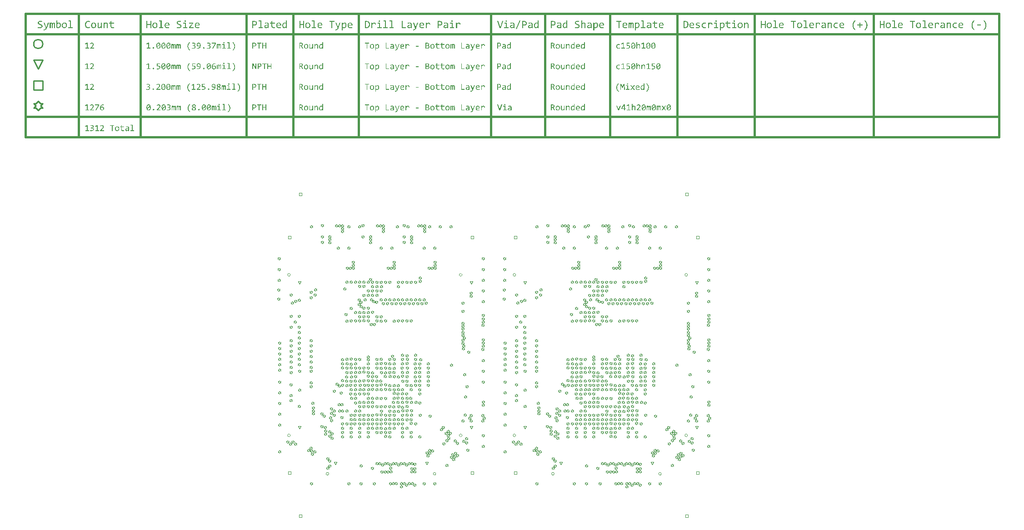
<source format=gbr>
G04*
G04 #@! TF.GenerationSoftware,Altium Limited,Altium Designer,22.4.2 (48)*
G04*
G04 Layer_Color=2752767*
%FSAX24Y24*%
%MOIN*%
G70*
G04*
G04 #@! TF.SameCoordinates,77042C60-C616-4B62-9F68-170708952660*
G04*
G04*
G04 #@! TF.FilePolarity,Positive*
G04*
G01*
G75*
%ADD41C,0.0100*%
%ADD68C,0.0020*%
%ADD69C,0.0150*%
G36*
X053497Y038209D02*
X053502Y038208D01*
X053508Y038208D01*
X053522Y038205D01*
X053537Y038201D01*
X053552Y038195D01*
X053560Y038191D01*
X053567Y038186D01*
X053574Y038180D01*
X053580Y038174D01*
X053581Y038173D01*
X053581Y038172D01*
X053583Y038170D01*
X053585Y038167D01*
X053587Y038163D01*
X053590Y038159D01*
X053593Y038153D01*
X053596Y038147D01*
X053599Y038140D01*
X053602Y038131D01*
X053604Y038123D01*
X053607Y038113D01*
X053609Y038102D01*
X053610Y038090D01*
X053611Y038078D01*
X053611Y038065D01*
Y037807D01*
X053543D01*
Y038060D01*
Y038060D01*
Y038062D01*
Y038064D01*
Y038067D01*
X053542Y038071D01*
Y038075D01*
X053541Y038086D01*
X053538Y038097D01*
X053535Y038108D01*
X053531Y038119D01*
X053525Y038128D01*
X053524Y038129D01*
X053522Y038132D01*
X053518Y038136D01*
X053512Y038140D01*
X053505Y038144D01*
X053496Y038147D01*
X053485Y038150D01*
X053474Y038151D01*
X053469D01*
X053466Y038150D01*
X053458Y038149D01*
X053449Y038147D01*
X053448D01*
X053447Y038146D01*
X053444Y038145D01*
X053441Y038144D01*
X053433Y038140D01*
X053424Y038134D01*
X053423Y038133D01*
X053422Y038132D01*
X053419Y038130D01*
X053415Y038127D01*
X053411Y038124D01*
X053406Y038119D01*
X053401Y038115D01*
X053396Y038109D01*
X053395Y038108D01*
X053393Y038106D01*
X053390Y038103D01*
X053386Y038098D01*
X053380Y038092D01*
X053375Y038086D01*
X053369Y038078D01*
X053362Y038069D01*
Y037807D01*
X053293D01*
Y038203D01*
X053354D01*
X053357Y038138D01*
X053358Y038139D01*
X053360Y038142D01*
X053363Y038145D01*
X053368Y038150D01*
X053373Y038155D01*
X053379Y038161D01*
X053390Y038172D01*
X053391Y038173D01*
X053393Y038175D01*
X053396Y038177D01*
X053400Y038180D01*
X053405Y038184D01*
X053411Y038187D01*
X053422Y038194D01*
X053422Y038195D01*
X053424Y038195D01*
X053428Y038197D01*
X053432Y038199D01*
X053437Y038201D01*
X053442Y038203D01*
X053454Y038206D01*
X053455D01*
X053457Y038207D01*
X053460Y038207D01*
X053464Y038208D01*
X053469Y038208D01*
X053475Y038209D01*
X053487Y038210D01*
X053493D01*
X053497Y038209D01*
D02*
G37*
G36*
X052635D02*
X052641Y038208D01*
X052646Y038208D01*
X052660Y038205D01*
X052675Y038200D01*
X052682Y038197D01*
X052690Y038193D01*
X052698Y038188D01*
X052705Y038183D01*
X052712Y038177D01*
X052718Y038170D01*
X052719Y038169D01*
X052719Y038168D01*
X052721Y038166D01*
X052723Y038163D01*
X052725Y038158D01*
X052728Y038153D01*
X052731Y038147D01*
X052734Y038140D01*
X052737Y038132D01*
X052740Y038123D01*
X052742Y038114D01*
X052744Y038103D01*
X052746Y038092D01*
X052747Y038079D01*
X052748Y038066D01*
Y038052D01*
X052679D01*
Y038052D01*
Y038054D01*
Y038057D01*
Y038060D01*
Y038064D01*
X052678Y038069D01*
X052677Y038081D01*
X052675Y038093D01*
X052672Y038105D01*
X052668Y038117D01*
X052665Y038123D01*
X052663Y038127D01*
X052662Y038128D01*
X052660Y038131D01*
X052656Y038134D01*
X052651Y038139D01*
X052644Y038144D01*
X052636Y038147D01*
X052626Y038149D01*
X052615Y038151D01*
X052610D01*
X052606Y038150D01*
X052597Y038149D01*
X052587Y038145D01*
X052587D01*
X052585Y038145D01*
X052582Y038144D01*
X052579Y038142D01*
X052574Y038139D01*
X052570Y038136D01*
X052559Y038129D01*
X052558Y038128D01*
X052556Y038127D01*
X052553Y038125D01*
X052549Y038122D01*
X052545Y038118D01*
X052539Y038113D01*
X052534Y038107D01*
X052527Y038102D01*
X052526Y038101D01*
X052524Y038099D01*
X052521Y038095D01*
X052517Y038090D01*
X052511Y038084D01*
X052505Y038077D01*
X052499Y038069D01*
X052492Y038061D01*
Y037807D01*
X052423D01*
Y038203D01*
X052485D01*
X052487Y038129D01*
X052488Y038130D01*
X052488Y038131D01*
X052490Y038133D01*
X052493Y038136D01*
X052500Y038144D01*
X052509Y038153D01*
X052520Y038163D01*
X052532Y038173D01*
X052544Y038183D01*
X052557Y038191D01*
X052557D01*
X052558Y038191D01*
X052560Y038193D01*
X052562Y038194D01*
X052569Y038197D01*
X052578Y038201D01*
X052589Y038204D01*
X052600Y038207D01*
X052612Y038209D01*
X052625Y038210D01*
X052631D01*
X052635Y038209D01*
D02*
G37*
G36*
X053954Y038207D02*
X053963Y038207D01*
X053973Y038206D01*
X053993Y038203D01*
X053994D01*
X053997Y038203D01*
X054002Y038201D01*
X054009Y038200D01*
X054017Y038198D01*
X054026Y038195D01*
X054044Y038189D01*
Y038124D01*
X054043Y038125D01*
X054040Y038126D01*
X054035Y038128D01*
X054028Y038131D01*
X054020Y038134D01*
X054011Y038138D01*
X054001Y038140D01*
X053991Y038143D01*
X053990D01*
X053987Y038144D01*
X053981Y038145D01*
X053975Y038146D01*
X053966Y038147D01*
X053957Y038148D01*
X053947Y038149D01*
X053932D01*
X053927Y038149D01*
X053921Y038148D01*
X053913Y038147D01*
X053905Y038145D01*
X053896Y038142D01*
X053887Y038139D01*
X053886Y038138D01*
X053883Y038137D01*
X053878Y038135D01*
X053873Y038132D01*
X053867Y038128D01*
X053859Y038123D01*
X053852Y038117D01*
X053846Y038110D01*
X053845Y038109D01*
X053843Y038107D01*
X053840Y038103D01*
X053836Y038097D01*
X053831Y038090D01*
X053827Y038083D01*
X053821Y038074D01*
X053817Y038064D01*
X053817Y038063D01*
X053816Y038060D01*
X053814Y038054D01*
X053813Y038046D01*
X053811Y038037D01*
X053809Y038027D01*
X053808Y038015D01*
X053808Y038003D01*
Y038002D01*
Y037999D01*
Y037996D01*
X053808Y037991D01*
X053809Y037985D01*
X053809Y037978D01*
X053810Y037970D01*
X053812Y037962D01*
X053816Y037945D01*
X053822Y037927D01*
X053826Y037919D01*
X053831Y037911D01*
X053836Y037903D01*
X053842Y037896D01*
X053843Y037895D01*
X053844Y037894D01*
X053846Y037892D01*
X053849Y037890D01*
X053852Y037888D01*
X053857Y037884D01*
X053861Y037881D01*
X053867Y037878D01*
X053874Y037875D01*
X053881Y037871D01*
X053889Y037869D01*
X053897Y037865D01*
X053907Y037863D01*
X053917Y037861D01*
X053928Y037861D01*
X053939Y037860D01*
X053943D01*
X053949Y037861D01*
X053956D01*
X053964Y037861D01*
X053973Y037863D01*
X053993Y037866D01*
X053994D01*
X053998Y037867D01*
X054003Y037869D01*
X054010Y037871D01*
X054017Y037874D01*
X054026Y037877D01*
X054044Y037885D01*
Y037821D01*
X054043Y037821D01*
X054040Y037819D01*
X054035Y037818D01*
X054027Y037816D01*
X054019Y037813D01*
X054010Y037811D01*
X054000Y037808D01*
X053989Y037806D01*
X053988D01*
X053985Y037806D01*
X053979Y037805D01*
X053972Y037804D01*
X053962Y037803D01*
X053953Y037802D01*
X053942Y037802D01*
X053927D01*
X053922Y037802D01*
X053915D01*
X053908Y037803D01*
X053899Y037804D01*
X053888Y037806D01*
X053878Y037808D01*
X053866Y037811D01*
X053854Y037814D01*
X053842Y037818D01*
X053830Y037823D01*
X053819Y037829D01*
X053808Y037836D01*
X053796Y037843D01*
X053787Y037852D01*
X053786Y037853D01*
X053785Y037855D01*
X053782Y037858D01*
X053779Y037861D01*
X053775Y037867D01*
X053771Y037873D01*
X053766Y037881D01*
X053762Y037890D01*
X053756Y037899D01*
X053752Y037911D01*
X053748Y037923D01*
X053744Y037936D01*
X053741Y037951D01*
X053738Y037966D01*
X053737Y037983D01*
X053736Y038001D01*
Y038001D01*
Y038003D01*
Y038005D01*
Y038008D01*
X053737Y038012D01*
Y038018D01*
X053738Y038029D01*
X053739Y038042D01*
X053742Y038056D01*
X053746Y038071D01*
X053750Y038085D01*
Y038086D01*
X053751Y038087D01*
X053752Y038089D01*
X053753Y038092D01*
X053756Y038099D01*
X053761Y038108D01*
X053767Y038118D01*
X053773Y038129D01*
X053782Y038140D01*
X053791Y038151D01*
X053792Y038152D01*
X053796Y038155D01*
X053802Y038160D01*
X053809Y038166D01*
X053818Y038173D01*
X053829Y038180D01*
X053841Y038187D01*
X053854Y038193D01*
X053855D01*
X053856Y038193D01*
X053858Y038194D01*
X053861Y038195D01*
X053864Y038196D01*
X053868Y038197D01*
X053878Y038201D01*
X053890Y038203D01*
X053904Y038205D01*
X053919Y038207D01*
X053935Y038208D01*
X053947D01*
X053954Y038207D01*
D02*
G37*
G36*
X048752Y037807D02*
X048682D01*
Y038043D01*
X048466D01*
Y037807D01*
X048396D01*
Y038322D01*
X048466D01*
Y038104D01*
X048682D01*
Y038322D01*
X048752D01*
Y037807D01*
D02*
G37*
G36*
X055787Y037989D02*
X055552D01*
Y038054D01*
X055787D01*
Y037989D01*
D02*
G37*
G36*
X053024Y038209D02*
X053032Y038208D01*
X053042Y038208D01*
X053053Y038207D01*
X053064Y038204D01*
X053075Y038201D01*
X053075D01*
X053076Y038201D01*
X053079Y038200D01*
X053085Y038198D01*
X053092Y038195D01*
X053099Y038192D01*
X053108Y038187D01*
X053115Y038183D01*
X053123Y038177D01*
X053124Y038176D01*
X053127Y038174D01*
X053131Y038170D01*
X053135Y038166D01*
X053140Y038161D01*
X053145Y038153D01*
X053150Y038145D01*
X053154Y038137D01*
X053155Y038136D01*
X053156Y038132D01*
X053157Y038128D01*
X053160Y038121D01*
X053162Y038112D01*
X053163Y038102D01*
X053165Y038091D01*
X053165Y038079D01*
Y037807D01*
X053104D01*
X053102Y037860D01*
X053102Y037859D01*
X053101Y037859D01*
X053099Y037857D01*
X053096Y037855D01*
X053091Y037849D01*
X053082Y037842D01*
X053071Y037835D01*
X053060Y037827D01*
X053049Y037819D01*
X053036Y037814D01*
X053035D01*
X053035Y037813D01*
X053033Y037812D01*
X053030Y037812D01*
X053024Y037809D01*
X053015Y037807D01*
X053005Y037804D01*
X052993Y037802D01*
X052980Y037800D01*
X052967Y037800D01*
X052961D01*
X052955Y037800D01*
X052946Y037801D01*
X052937Y037802D01*
X052928Y037804D01*
X052917Y037806D01*
X052908Y037808D01*
X052907Y037809D01*
X052904Y037810D01*
X052900Y037812D01*
X052894Y037814D01*
X052888Y037818D01*
X052882Y037822D01*
X052875Y037827D01*
X052869Y037832D01*
X052868Y037833D01*
X052866Y037835D01*
X052864Y037838D01*
X052860Y037842D01*
X052857Y037847D01*
X052853Y037854D01*
X052850Y037860D01*
X052846Y037867D01*
Y037868D01*
X052845Y037871D01*
X052845Y037875D01*
X052843Y037881D01*
X052842Y037888D01*
X052841Y037896D01*
X052840Y037903D01*
X052839Y037913D01*
Y037913D01*
Y037915D01*
Y037919D01*
X052840Y037922D01*
X052841Y037928D01*
X052842Y037934D01*
X052845Y037947D01*
X052850Y037962D01*
X052854Y037969D01*
X052858Y037977D01*
X052863Y037985D01*
X052869Y037992D01*
X052875Y037999D01*
X052883Y038006D01*
X052884Y038006D01*
X052885Y038007D01*
X052888Y038009D01*
X052892Y038011D01*
X052896Y038014D01*
X052902Y038016D01*
X052909Y038020D01*
X052917Y038023D01*
X052925Y038026D01*
X052935Y038029D01*
X052946Y038032D01*
X052957Y038035D01*
X052970Y038037D01*
X052984Y038039D01*
X052999Y038039D01*
X053014Y038040D01*
X053096D01*
Y038074D01*
Y038075D01*
Y038075D01*
Y038077D01*
X053096Y038080D01*
X053095Y038086D01*
X053094Y038094D01*
X053091Y038103D01*
X053087Y038112D01*
X053081Y038121D01*
X053073Y038130D01*
X053072Y038130D01*
X053070Y038133D01*
X053064Y038136D01*
X053056Y038141D01*
X053047Y038145D01*
X053035Y038148D01*
X053022Y038151D01*
X053005Y038151D01*
X052999D01*
X052993Y038151D01*
X052984D01*
X052974Y038149D01*
X052963Y038148D01*
X052951Y038146D01*
X052939Y038144D01*
X052938D01*
X052936Y038143D01*
X052933Y038142D01*
X052927Y038140D01*
X052919Y038138D01*
X052908Y038135D01*
X052897Y038132D01*
X052885Y038127D01*
X052872Y038123D01*
Y038184D01*
X052873D01*
X052874Y038185D01*
X052877Y038186D01*
X052881Y038187D01*
X052885Y038189D01*
X052889Y038190D01*
X052900Y038193D01*
X052901D01*
X052903Y038194D01*
X052906Y038195D01*
X052911Y038196D01*
X052916Y038197D01*
X052922Y038199D01*
X052934Y038201D01*
X052935D01*
X052938Y038202D01*
X052941Y038203D01*
X052946Y038203D01*
X052951Y038205D01*
X052957Y038205D01*
X052971Y038207D01*
X052972D01*
X052974Y038208D01*
X052978D01*
X052984Y038208D01*
X052990Y038209D01*
X052996D01*
X053010Y038210D01*
X053016D01*
X053024Y038209D01*
D02*
G37*
G36*
X051723Y037864D02*
X051841D01*
Y037807D01*
X051524D01*
Y037864D01*
X051654D01*
Y038308D01*
X051537D01*
Y038364D01*
X051723D01*
Y037864D01*
D02*
G37*
G36*
X050979Y038262D02*
X050827D01*
Y037807D01*
X050756D01*
Y038262D01*
X050604D01*
Y038322D01*
X050979D01*
Y038262D01*
D02*
G37*
G36*
X049506Y037864D02*
X049624D01*
Y037807D01*
X049307D01*
Y037864D01*
X049437D01*
Y038308D01*
X049320D01*
Y038364D01*
X049506D01*
Y037864D01*
D02*
G37*
G36*
X054353Y038209D02*
X054357D01*
X054367Y038208D01*
X054378Y038207D01*
X054391Y038205D01*
X054403Y038201D01*
X054416Y038197D01*
X054416D01*
X054417Y038196D01*
X054421Y038194D01*
X054427Y038191D01*
X054435Y038187D01*
X054443Y038182D01*
X054452Y038176D01*
X054461Y038168D01*
X054469Y038159D01*
X054470Y038158D01*
X054473Y038155D01*
X054477Y038150D01*
X054482Y038144D01*
X054487Y038135D01*
X054492Y038125D01*
X054498Y038114D01*
X054502Y038102D01*
Y038101D01*
X054503Y038100D01*
X054504Y038098D01*
X054504Y038096D01*
X054506Y038088D01*
X054508Y038079D01*
X054510Y038068D01*
X054512Y038055D01*
X054513Y038041D01*
X054514Y038025D01*
Y038025D01*
Y038023D01*
Y038020D01*
Y038017D01*
Y038009D01*
X054513Y038001D01*
Y038001D01*
Y037999D01*
Y037998D01*
X054513Y037995D01*
Y037989D01*
X054512Y037983D01*
X054235D01*
Y037982D01*
Y037980D01*
Y037977D01*
X054235Y037973D01*
X054236Y037968D01*
X054237Y037962D01*
X054239Y037948D01*
X054242Y037933D01*
X054249Y037917D01*
X054252Y037910D01*
X054257Y037903D01*
X054262Y037896D01*
X054268Y037889D01*
X054269Y037888D01*
X054269Y037888D01*
X054271Y037886D01*
X054275Y037884D01*
X054278Y037882D01*
X054282Y037879D01*
X054287Y037876D01*
X054293Y037873D01*
X054300Y037870D01*
X054307Y037867D01*
X054315Y037864D01*
X054324Y037862D01*
X054333Y037860D01*
X054343Y037858D01*
X054354Y037858D01*
X054366Y037857D01*
X054377D01*
X054382Y037858D01*
X054388D01*
X054401Y037858D01*
X054404D01*
X054407Y037859D01*
X054412D01*
X054416Y037859D01*
X054422Y037860D01*
X054434Y037861D01*
X054435D01*
X054437Y037862D01*
X054440Y037863D01*
X054444Y037863D01*
X054448Y037864D01*
X054454Y037865D01*
X054465Y037867D01*
X054465D01*
X054467Y037867D01*
X054470Y037868D01*
X054474Y037869D01*
X054483Y037871D01*
X054493Y037874D01*
Y037818D01*
X054492D01*
X054488Y037816D01*
X054483Y037815D01*
X054475Y037813D01*
X054465Y037811D01*
X054454Y037809D01*
X054443Y037807D01*
X054429Y037805D01*
X054428D01*
X054426Y037804D01*
X054424D01*
X054416Y037804D01*
X054407Y037802D01*
X054396Y037802D01*
X054384Y037800D01*
X054370Y037800D01*
X054348D01*
X054343Y037800D01*
X054338D01*
X054326Y037802D01*
X054313Y037803D01*
X054298Y037806D01*
X054283Y037809D01*
X054269Y037814D01*
X054268D01*
X054267Y037814D01*
X054265Y037815D01*
X054263Y037816D01*
X054256Y037819D01*
X054248Y037824D01*
X054238Y037829D01*
X054228Y037837D01*
X054218Y037844D01*
X054208Y037854D01*
X054207Y037855D01*
X054204Y037858D01*
X054200Y037864D01*
X054195Y037871D01*
X054190Y037880D01*
X054184Y037892D01*
X054179Y037903D01*
X054174Y037917D01*
Y037918D01*
X054174Y037919D01*
X054173Y037921D01*
X054172Y037924D01*
X054172Y037928D01*
X054171Y037932D01*
X054169Y037942D01*
X054166Y037955D01*
X054165Y037970D01*
X054164Y037986D01*
X054163Y038004D01*
Y038004D01*
Y038006D01*
Y038008D01*
Y038011D01*
X054164Y038015D01*
Y038019D01*
X054164Y038029D01*
X054166Y038041D01*
X054168Y038055D01*
X054171Y038069D01*
X054175Y038083D01*
Y038083D01*
X054176Y038084D01*
X054176Y038086D01*
X054177Y038089D01*
X054180Y038096D01*
X054183Y038105D01*
X054189Y038115D01*
X054195Y038126D01*
X054202Y038137D01*
X054210Y038148D01*
Y038149D01*
X054211Y038149D01*
X054214Y038153D01*
X054219Y038158D01*
X054225Y038165D01*
X054233Y038172D01*
X054243Y038179D01*
X054254Y038186D01*
X054266Y038193D01*
X054267D01*
X054267Y038193D01*
X054269Y038194D01*
X054272Y038195D01*
X054279Y038198D01*
X054288Y038201D01*
X054300Y038205D01*
X054312Y038207D01*
X054326Y038209D01*
X054342Y038210D01*
X054349D01*
X054353Y038209D01*
D02*
G37*
G36*
X052135D02*
X052140D01*
X052150Y038208D01*
X052161Y038207D01*
X052173Y038205D01*
X052186Y038201D01*
X052198Y038197D01*
X052199D01*
X052200Y038196D01*
X052204Y038194D01*
X052210Y038191D01*
X052217Y038187D01*
X052226Y038182D01*
X052234Y038176D01*
X052244Y038168D01*
X052252Y038159D01*
X052253Y038158D01*
X052255Y038155D01*
X052259Y038150D01*
X052265Y038144D01*
X052270Y038135D01*
X052275Y038125D01*
X052280Y038114D01*
X052285Y038102D01*
Y038101D01*
X052286Y038100D01*
X052286Y038098D01*
X052287Y038096D01*
X052289Y038088D01*
X052291Y038079D01*
X052293Y038068D01*
X052295Y038055D01*
X052296Y038041D01*
X052297Y038025D01*
Y038025D01*
Y038023D01*
Y038020D01*
Y038017D01*
Y038009D01*
X052296Y038001D01*
Y038001D01*
Y037999D01*
Y037998D01*
X052295Y037995D01*
Y037989D01*
X052295Y037983D01*
X052017D01*
Y037982D01*
Y037980D01*
Y037977D01*
X052018Y037973D01*
X052019Y037968D01*
X052019Y037962D01*
X052021Y037948D01*
X052025Y037933D01*
X052032Y037917D01*
X052035Y037910D01*
X052040Y037903D01*
X052045Y037896D01*
X052051Y037889D01*
X052051Y037888D01*
X052052Y037888D01*
X052054Y037886D01*
X052057Y037884D01*
X052061Y037882D01*
X052065Y037879D01*
X052070Y037876D01*
X052076Y037873D01*
X052082Y037870D01*
X052089Y037867D01*
X052097Y037864D01*
X052107Y037862D01*
X052116Y037860D01*
X052126Y037858D01*
X052137Y037858D01*
X052149Y037857D01*
X052160D01*
X052165Y037858D01*
X052171D01*
X052183Y037858D01*
X052187D01*
X052190Y037859D01*
X052194D01*
X052199Y037859D01*
X052205Y037860D01*
X052217Y037861D01*
X052217D01*
X052219Y037862D01*
X052223Y037863D01*
X052227Y037863D01*
X052231Y037864D01*
X052236Y037865D01*
X052248Y037867D01*
X052248D01*
X052250Y037867D01*
X052253Y037868D01*
X052257Y037869D01*
X052266Y037871D01*
X052276Y037874D01*
Y037818D01*
X052274D01*
X052271Y037816D01*
X052265Y037815D01*
X052257Y037813D01*
X052248Y037811D01*
X052237Y037809D01*
X052225Y037807D01*
X052212Y037805D01*
X052211D01*
X052209Y037804D01*
X052206D01*
X052199Y037804D01*
X052190Y037802D01*
X052179Y037802D01*
X052166Y037800D01*
X052153Y037800D01*
X052131D01*
X052126Y037800D01*
X052121D01*
X052109Y037802D01*
X052095Y037803D01*
X052081Y037806D01*
X052066Y037809D01*
X052051Y037814D01*
X052051D01*
X052050Y037814D01*
X052048Y037815D01*
X052046Y037816D01*
X052038Y037819D01*
X052030Y037824D01*
X052021Y037829D01*
X052011Y037837D01*
X052000Y037844D01*
X051991Y037854D01*
X051990Y037855D01*
X051987Y037858D01*
X051983Y037864D01*
X051978Y037871D01*
X051973Y037880D01*
X051967Y037892D01*
X051962Y037903D01*
X051957Y037917D01*
Y037918D01*
X051956Y037919D01*
X051956Y037921D01*
X051955Y037924D01*
X051954Y037928D01*
X051954Y037932D01*
X051952Y037942D01*
X051949Y037955D01*
X051948Y037970D01*
X051946Y037986D01*
X051946Y038004D01*
Y038004D01*
Y038006D01*
Y038008D01*
Y038011D01*
X051946Y038015D01*
Y038019D01*
X051947Y038029D01*
X051948Y038041D01*
X051951Y038055D01*
X051954Y038069D01*
X051958Y038083D01*
Y038083D01*
X051958Y038084D01*
X051959Y038086D01*
X051960Y038089D01*
X051963Y038096D01*
X051966Y038105D01*
X051971Y038115D01*
X051977Y038126D01*
X051985Y038137D01*
X051992Y038148D01*
Y038149D01*
X051994Y038149D01*
X051996Y038153D01*
X052002Y038158D01*
X052008Y038165D01*
X052016Y038172D01*
X052026Y038179D01*
X052037Y038186D01*
X052049Y038193D01*
X052049D01*
X052050Y038193D01*
X052052Y038194D01*
X052055Y038195D01*
X052062Y038198D01*
X052071Y038201D01*
X052082Y038205D01*
X052095Y038207D01*
X052109Y038209D01*
X052125Y038210D01*
X052132D01*
X052135Y038209D01*
D02*
G37*
G36*
X051249D02*
X051254D01*
X051264Y038208D01*
X051275Y038207D01*
X051288Y038204D01*
X051301Y038201D01*
X051314Y038196D01*
X051315D01*
X051315Y038195D01*
X051317Y038195D01*
X051320Y038193D01*
X051326Y038191D01*
X051334Y038186D01*
X051343Y038181D01*
X051353Y038174D01*
X051363Y038166D01*
X051372Y038157D01*
X051373Y038156D01*
X051376Y038153D01*
X051380Y038147D01*
X051385Y038140D01*
X051391Y038131D01*
X051397Y038121D01*
X051403Y038108D01*
X051408Y038094D01*
Y038094D01*
X051409Y038092D01*
X051409Y038090D01*
X051410Y038088D01*
X051411Y038084D01*
X051412Y038080D01*
X051414Y038069D01*
X051416Y038056D01*
X051418Y038042D01*
X051420Y038025D01*
X051420Y038008D01*
Y038007D01*
Y038006D01*
Y038003D01*
Y038000D01*
X051420Y037996D01*
Y037991D01*
X051419Y037980D01*
X051417Y037967D01*
X051415Y037953D01*
X051412Y037938D01*
X051407Y037923D01*
Y037922D01*
X051407Y037921D01*
X051406Y037919D01*
X051405Y037917D01*
X051402Y037909D01*
X051397Y037900D01*
X051392Y037890D01*
X051386Y037879D01*
X051378Y037867D01*
X051369Y037857D01*
X051368Y037856D01*
X051365Y037852D01*
X051359Y037848D01*
X051353Y037842D01*
X051344Y037835D01*
X051334Y037828D01*
X051322Y037821D01*
X051309Y037815D01*
X051309D01*
X051308Y037814D01*
X051306Y037814D01*
X051304Y037812D01*
X051300Y037812D01*
X051296Y037810D01*
X051287Y037808D01*
X051275Y037804D01*
X051262Y037802D01*
X051247Y037800D01*
X051230Y037800D01*
X051223D01*
X051220Y037800D01*
X051215D01*
X051205Y037802D01*
X051193Y037803D01*
X051180Y037805D01*
X051167Y037808D01*
X051154Y037813D01*
X051153D01*
X051153Y037814D01*
X051151Y037814D01*
X051149Y037816D01*
X051142Y037818D01*
X051134Y037823D01*
X051125Y037828D01*
X051116Y037835D01*
X051106Y037842D01*
X051097Y037852D01*
X051096Y037853D01*
X051093Y037856D01*
X051089Y037861D01*
X051084Y037869D01*
X051078Y037879D01*
X051072Y037889D01*
X051066Y037901D01*
X051061Y037915D01*
Y037915D01*
X051060Y037917D01*
X051060Y037919D01*
X051059Y037921D01*
X051058Y037925D01*
X051057Y037929D01*
X051055Y037940D01*
X051053Y037953D01*
X051051Y037968D01*
X051050Y037984D01*
X051049Y038002D01*
Y038003D01*
Y038004D01*
Y038006D01*
Y038010D01*
X051050Y038014D01*
Y038019D01*
X051050Y038030D01*
X051052Y038043D01*
X051054Y038057D01*
X051058Y038072D01*
X051062Y038086D01*
Y038087D01*
X051062Y038088D01*
X051063Y038090D01*
X051064Y038093D01*
X051067Y038100D01*
X051071Y038109D01*
X051077Y038119D01*
X051083Y038130D01*
X051090Y038141D01*
X051099Y038151D01*
X051100Y038153D01*
X051104Y038156D01*
X051109Y038161D01*
X051116Y038167D01*
X051124Y038174D01*
X051134Y038181D01*
X051146Y038188D01*
X051159Y038194D01*
X051159D01*
X051160Y038195D01*
X051162Y038195D01*
X051165Y038197D01*
X051168Y038198D01*
X051172Y038199D01*
X051182Y038202D01*
X051194Y038205D01*
X051207Y038207D01*
X051222Y038209D01*
X051239Y038210D01*
X051246D01*
X051249Y038209D01*
D02*
G37*
G36*
X049918D02*
X049923D01*
X049933Y038208D01*
X049944Y038207D01*
X049956Y038205D01*
X049969Y038201D01*
X049981Y038197D01*
X049982D01*
X049982Y038196D01*
X049986Y038194D01*
X049992Y038191D01*
X050000Y038187D01*
X050009Y038182D01*
X050017Y038176D01*
X050026Y038168D01*
X050035Y038159D01*
X050036Y038158D01*
X050038Y038155D01*
X050042Y038150D01*
X050047Y038144D01*
X050053Y038135D01*
X050058Y038125D01*
X050063Y038114D01*
X050068Y038102D01*
Y038101D01*
X050068Y038100D01*
X050069Y038098D01*
X050070Y038096D01*
X050072Y038088D01*
X050074Y038079D01*
X050076Y038068D01*
X050078Y038055D01*
X050079Y038041D01*
X050079Y038025D01*
Y038025D01*
Y038023D01*
Y038020D01*
Y038017D01*
Y038009D01*
X050079Y038001D01*
Y038001D01*
Y037999D01*
Y037998D01*
X050078Y037995D01*
Y037989D01*
X050078Y037983D01*
X049800D01*
Y037982D01*
Y037980D01*
Y037977D01*
X049801Y037973D01*
X049801Y037968D01*
X049802Y037962D01*
X049804Y037948D01*
X049808Y037933D01*
X049814Y037917D01*
X049818Y037910D01*
X049822Y037903D01*
X049828Y037896D01*
X049833Y037889D01*
X049834Y037888D01*
X049835Y037888D01*
X049837Y037886D01*
X049840Y037884D01*
X049843Y037882D01*
X049848Y037879D01*
X049853Y037876D01*
X049858Y037873D01*
X049865Y037870D01*
X049872Y037867D01*
X049880Y037864D01*
X049889Y037862D01*
X049898Y037860D01*
X049909Y037858D01*
X049919Y037858D01*
X049931Y037857D01*
X049942D01*
X049948Y037858D01*
X049954D01*
X049966Y037858D01*
X049969D01*
X049973Y037859D01*
X049977D01*
X049982Y037859D01*
X049988Y037860D01*
X049999Y037861D01*
X050000D01*
X050002Y037862D01*
X050005Y037863D01*
X050009Y037863D01*
X050014Y037864D01*
X050019Y037865D01*
X050030Y037867D01*
X050031D01*
X050033Y037867D01*
X050036Y037868D01*
X050039Y037869D01*
X050049Y037871D01*
X050058Y037874D01*
Y037818D01*
X050057D01*
X050053Y037816D01*
X050048Y037815D01*
X050040Y037813D01*
X050030Y037811D01*
X050020Y037809D01*
X050008Y037807D01*
X049995Y037805D01*
X049994D01*
X049992Y037804D01*
X049989D01*
X049982Y037804D01*
X049973Y037802D01*
X049961Y037802D01*
X049949Y037800D01*
X049936Y037800D01*
X049914D01*
X049909Y037800D01*
X049904D01*
X049892Y037802D01*
X049878Y037803D01*
X049864Y037806D01*
X049849Y037809D01*
X049834Y037814D01*
X049833D01*
X049833Y037814D01*
X049831Y037815D01*
X049828Y037816D01*
X049821Y037819D01*
X049813Y037824D01*
X049803Y037829D01*
X049793Y037837D01*
X049783Y037844D01*
X049774Y037854D01*
X049772Y037855D01*
X049770Y037858D01*
X049766Y037864D01*
X049761Y037871D01*
X049755Y037880D01*
X049750Y037892D01*
X049744Y037903D01*
X049740Y037917D01*
Y037918D01*
X049739Y037919D01*
X049738Y037921D01*
X049738Y037924D01*
X049737Y037928D01*
X049736Y037932D01*
X049734Y037942D01*
X049732Y037955D01*
X049730Y037970D01*
X049729Y037986D01*
X049729Y038004D01*
Y038004D01*
Y038006D01*
Y038008D01*
Y038011D01*
X049729Y038015D01*
Y038019D01*
X049730Y038029D01*
X049731Y038041D01*
X049734Y038055D01*
X049736Y038069D01*
X049740Y038083D01*
Y038083D01*
X049741Y038084D01*
X049742Y038086D01*
X049742Y038089D01*
X049746Y038096D01*
X049749Y038105D01*
X049754Y038115D01*
X049760Y038126D01*
X049767Y038137D01*
X049775Y038148D01*
Y038149D01*
X049776Y038149D01*
X049779Y038153D01*
X049784Y038158D01*
X049791Y038165D01*
X049799Y038172D01*
X049809Y038179D01*
X049820Y038186D01*
X049832Y038193D01*
X049832D01*
X049833Y038193D01*
X049835Y038194D01*
X049837Y038195D01*
X049845Y038198D01*
X049854Y038201D01*
X049865Y038205D01*
X049877Y038207D01*
X049892Y038209D01*
X049908Y038210D01*
X049915D01*
X049918Y038209D01*
D02*
G37*
G36*
X049032D02*
X049036D01*
X049046Y038208D01*
X049058Y038207D01*
X049071Y038204D01*
X049084Y038201D01*
X049097Y038196D01*
X049097D01*
X049098Y038195D01*
X049100Y038195D01*
X049103Y038193D01*
X049109Y038191D01*
X049117Y038186D01*
X049126Y038181D01*
X049135Y038174D01*
X049145Y038166D01*
X049155Y038157D01*
X049156Y038156D01*
X049158Y038153D01*
X049162Y038147D01*
X049168Y038140D01*
X049174Y038131D01*
X049179Y038121D01*
X049185Y038108D01*
X049191Y038094D01*
Y038094D01*
X049191Y038092D01*
X049192Y038090D01*
X049193Y038088D01*
X049193Y038084D01*
X049195Y038080D01*
X049197Y038069D01*
X049199Y038056D01*
X049201Y038042D01*
X049202Y038025D01*
X049203Y038008D01*
Y038007D01*
Y038006D01*
Y038003D01*
Y038000D01*
X049202Y037996D01*
Y037991D01*
X049202Y037980D01*
X049200Y037967D01*
X049198Y037953D01*
X049195Y037938D01*
X049190Y037923D01*
Y037922D01*
X049189Y037921D01*
X049189Y037919D01*
X049187Y037917D01*
X049185Y037909D01*
X049180Y037900D01*
X049175Y037890D01*
X049168Y037879D01*
X049160Y037867D01*
X049152Y037857D01*
X049151Y037856D01*
X049147Y037852D01*
X049142Y037848D01*
X049135Y037842D01*
X049127Y037835D01*
X049116Y037828D01*
X049105Y037821D01*
X049092Y037815D01*
X049092D01*
X049091Y037814D01*
X049089Y037814D01*
X049086Y037812D01*
X049083Y037812D01*
X049079Y037810D01*
X049069Y037808D01*
X049057Y037804D01*
X049044Y037802D01*
X049029Y037800D01*
X049013Y037800D01*
X049006D01*
X049002Y037800D01*
X048998D01*
X048988Y037802D01*
X048976Y037803D01*
X048963Y037805D01*
X048950Y037808D01*
X048937Y037813D01*
X048936D01*
X048935Y037814D01*
X048933Y037814D01*
X048931Y037816D01*
X048925Y037818D01*
X048917Y037823D01*
X048908Y037828D01*
X048899Y037835D01*
X048889Y037842D01*
X048880Y037852D01*
X048878Y037853D01*
X048876Y037856D01*
X048872Y037861D01*
X048867Y037869D01*
X048861Y037879D01*
X048855Y037889D01*
X048849Y037901D01*
X048844Y037915D01*
Y037915D01*
X048843Y037917D01*
X048842Y037919D01*
X048842Y037921D01*
X048841Y037925D01*
X048840Y037929D01*
X048838Y037940D01*
X048836Y037953D01*
X048834Y037968D01*
X048832Y037984D01*
X048832Y038002D01*
Y038003D01*
Y038004D01*
Y038006D01*
Y038010D01*
X048832Y038014D01*
Y038019D01*
X048833Y038030D01*
X048835Y038043D01*
X048837Y038057D01*
X048840Y038072D01*
X048844Y038086D01*
Y038087D01*
X048845Y038088D01*
X048846Y038090D01*
X048847Y038093D01*
X048849Y038100D01*
X048854Y038109D01*
X048859Y038119D01*
X048866Y038130D01*
X048873Y038141D01*
X048882Y038151D01*
X048883Y038153D01*
X048886Y038156D01*
X048891Y038161D01*
X048899Y038167D01*
X048907Y038174D01*
X048917Y038181D01*
X048929Y038188D01*
X048941Y038194D01*
X048942D01*
X048943Y038195D01*
X048945Y038195D01*
X048948Y038197D01*
X048951Y038198D01*
X048955Y038199D01*
X048965Y038202D01*
X048977Y038205D01*
X048990Y038207D01*
X049005Y038209D01*
X049021Y038210D01*
X049029D01*
X049032Y038209D01*
D02*
G37*
G36*
X056036Y038393D02*
X056037Y038392D01*
X056040Y038389D01*
X056043Y038386D01*
X056047Y038382D01*
X056052Y038376D01*
X056058Y038371D01*
X056064Y038364D01*
X056070Y038356D01*
X056077Y038348D01*
X056085Y038339D01*
X056093Y038329D01*
X056101Y038319D01*
X056109Y038308D01*
X056126Y038283D01*
X056143Y038257D01*
X056159Y038228D01*
X056175Y038197D01*
X056189Y038165D01*
X056195Y038147D01*
X056200Y038130D01*
X056205Y038112D01*
X056209Y038094D01*
X056212Y038076D01*
X056215Y038057D01*
X056216Y038038D01*
X056217Y038019D01*
Y038018D01*
Y038017D01*
Y038015D01*
Y038012D01*
Y038008D01*
X056216Y038003D01*
X056216Y037992D01*
X056215Y037979D01*
X056213Y037964D01*
X056211Y037947D01*
X056208Y037930D01*
Y037930D01*
X056207Y037928D01*
Y037926D01*
X056207Y037922D01*
X056205Y037919D01*
X056204Y037913D01*
X056203Y037908D01*
X056201Y037901D01*
X056197Y037888D01*
X056192Y037872D01*
X056186Y037855D01*
X056178Y037837D01*
Y037837D01*
X056178Y037835D01*
X056176Y037833D01*
X056174Y037829D01*
X056172Y037825D01*
X056170Y037819D01*
X056167Y037814D01*
X056163Y037808D01*
X056155Y037793D01*
X056146Y037777D01*
X056134Y037759D01*
X056122Y037741D01*
X056121Y037740D01*
X056121Y037739D01*
X056119Y037736D01*
X056115Y037732D01*
X056112Y037728D01*
X056108Y037722D01*
X056104Y037716D01*
X056098Y037710D01*
X056085Y037695D01*
X056070Y037678D01*
X056052Y037660D01*
X056033Y037642D01*
X055994Y037682D01*
X055995Y037683D01*
X055997Y037686D01*
X056001Y037690D01*
X056006Y037695D01*
X056013Y037703D01*
X056020Y037711D01*
X056028Y037720D01*
X056037Y037731D01*
X056046Y037742D01*
X056055Y037755D01*
X056065Y037768D01*
X056074Y037781D01*
X056092Y037810D01*
X056101Y037825D01*
X056108Y037840D01*
X056109Y037841D01*
X056110Y037844D01*
X056111Y037849D01*
X056114Y037855D01*
X056117Y037862D01*
X056120Y037871D01*
X056124Y037882D01*
X056127Y037893D01*
X056130Y037905D01*
X056134Y037919D01*
X056138Y037934D01*
X056140Y037949D01*
X056143Y037964D01*
X056145Y037980D01*
X056146Y037997D01*
X056146Y038014D01*
Y038014D01*
Y038016D01*
Y038018D01*
Y038022D01*
X056146Y038027D01*
Y038032D01*
X056145Y038038D01*
X056144Y038045D01*
X056143Y038053D01*
X056142Y038062D01*
X056140Y038071D01*
X056138Y038081D01*
X056134Y038102D01*
X056127Y038126D01*
X056119Y038151D01*
X056109Y038178D01*
X056097Y038207D01*
X056090Y038221D01*
X056082Y038235D01*
X056073Y038250D01*
X056065Y038264D01*
X056055Y038279D01*
X056044Y038293D01*
X056033Y038308D01*
X056021Y038323D01*
X056008Y038336D01*
X055994Y038351D01*
X056035Y038393D01*
X056036Y038393D01*
D02*
G37*
G36*
X055345Y038353D02*
X055345Y038352D01*
X055343Y038351D01*
X055341Y038349D01*
X055339Y038346D01*
X055335Y038342D01*
X055331Y038338D01*
X055326Y038332D01*
X055322Y038327D01*
X055316Y038319D01*
X055310Y038312D01*
X055303Y038304D01*
X055297Y038295D01*
X055283Y038276D01*
X055269Y038254D01*
X055255Y038231D01*
X055241Y038205D01*
X055228Y038177D01*
X055216Y038148D01*
X055207Y038117D01*
X055202Y038102D01*
X055199Y038085D01*
X055196Y038069D01*
X055194Y038052D01*
X055193Y038035D01*
X055192Y038018D01*
Y038017D01*
Y038014D01*
Y038009D01*
X055193Y038003D01*
X055194Y037995D01*
X055194Y037985D01*
X055196Y037974D01*
X055197Y037962D01*
X055199Y037949D01*
X055202Y037936D01*
X055205Y037921D01*
X055209Y037906D01*
X055213Y037890D01*
X055218Y037875D01*
X055224Y037859D01*
X055230Y037843D01*
X055231Y037842D01*
X055232Y037839D01*
X055234Y037835D01*
X055238Y037829D01*
X055242Y037821D01*
X055247Y037813D01*
X055253Y037802D01*
X055259Y037792D01*
X055267Y037780D01*
X055276Y037768D01*
X055285Y037755D01*
X055295Y037741D01*
X055306Y037727D01*
X055318Y037713D01*
X055331Y037699D01*
X055345Y037684D01*
X055303Y037642D01*
X055303Y037642D01*
X055301Y037644D01*
X055299Y037646D01*
X055295Y037650D01*
X055291Y037654D01*
X055287Y037659D01*
X055281Y037665D01*
X055275Y037671D01*
X055268Y037678D01*
X055261Y037687D01*
X055254Y037696D01*
X055246Y037705D01*
X055238Y037716D01*
X055230Y037727D01*
X055213Y037751D01*
X055196Y037777D01*
X055179Y037806D01*
X055164Y037837D01*
X055150Y037869D01*
X055144Y037886D01*
X055139Y037903D01*
X055134Y037920D01*
X055130Y037939D01*
X055127Y037957D01*
X055124Y037976D01*
X055123Y037994D01*
X055122Y038013D01*
Y038014D01*
Y038015D01*
Y038018D01*
Y038022D01*
Y038025D01*
X055123Y038031D01*
Y038037D01*
X055123Y038043D01*
X055124Y038058D01*
X055126Y038073D01*
X055128Y038090D01*
X055131Y038108D01*
Y038109D01*
X055132Y038110D01*
X055133Y038113D01*
X055133Y038117D01*
X055134Y038121D01*
X055135Y038126D01*
X055137Y038132D01*
X055139Y038138D01*
X055143Y038153D01*
X055148Y038168D01*
X055155Y038186D01*
X055162Y038203D01*
Y038204D01*
X055163Y038205D01*
X055164Y038208D01*
X055166Y038212D01*
X055168Y038216D01*
X055171Y038221D01*
X055174Y038227D01*
X055177Y038233D01*
X055186Y038248D01*
X055196Y038264D01*
X055207Y038281D01*
X055219Y038298D01*
X055220Y038299D01*
X055221Y038300D01*
X055223Y038303D01*
X055226Y038307D01*
X055229Y038311D01*
X055233Y038316D01*
X055238Y038322D01*
X055244Y038329D01*
X055256Y038343D01*
X055270Y038359D01*
X055287Y038376D01*
X055305Y038393D01*
X055345Y038353D01*
D02*
G37*
G36*
X044769Y038209D02*
X044774Y038208D01*
X044780Y038208D01*
X044794Y038205D01*
X044808Y038201D01*
X044824Y038195D01*
X044831Y038191D01*
X044839Y038186D01*
X044846Y038180D01*
X044852Y038174D01*
X044852Y038173D01*
X044853Y038172D01*
X044854Y038170D01*
X044857Y038167D01*
X044859Y038163D01*
X044861Y038159D01*
X044865Y038153D01*
X044867Y038147D01*
X044871Y038140D01*
X044873Y038131D01*
X044876Y038123D01*
X044879Y038113D01*
X044880Y038102D01*
X044882Y038090D01*
X044882Y038078D01*
X044883Y038065D01*
Y037807D01*
X044814D01*
Y038060D01*
Y038060D01*
Y038062D01*
Y038064D01*
Y038067D01*
X044814Y038071D01*
Y038075D01*
X044812Y038086D01*
X044810Y038097D01*
X044807Y038108D01*
X044802Y038119D01*
X044797Y038128D01*
X044796Y038129D01*
X044793Y038132D01*
X044789Y038136D01*
X044784Y038140D01*
X044777Y038144D01*
X044768Y038147D01*
X044757Y038150D01*
X044745Y038151D01*
X044741D01*
X044737Y038150D01*
X044730Y038149D01*
X044720Y038147D01*
X044720D01*
X044718Y038146D01*
X044716Y038145D01*
X044713Y038144D01*
X044705Y038140D01*
X044695Y038134D01*
X044695Y038133D01*
X044694Y038132D01*
X044690Y038130D01*
X044687Y038127D01*
X044683Y038124D01*
X044678Y038119D01*
X044673Y038115D01*
X044667Y038109D01*
X044667Y038108D01*
X044665Y038106D01*
X044661Y038103D01*
X044657Y038098D01*
X044652Y038092D01*
X044647Y038086D01*
X044640Y038078D01*
X044634Y038069D01*
Y037807D01*
X044565D01*
Y038203D01*
X044626D01*
X044629Y038138D01*
X044629Y038139D01*
X044632Y038142D01*
X044635Y038145D01*
X044640Y038150D01*
X044644Y038155D01*
X044650Y038161D01*
X044662Y038172D01*
X044663Y038173D01*
X044665Y038175D01*
X044668Y038177D01*
X044672Y038180D01*
X044677Y038184D01*
X044682Y038187D01*
X044694Y038194D01*
X044694Y038195D01*
X044696Y038195D01*
X044699Y038197D01*
X044703Y038199D01*
X044709Y038201D01*
X044714Y038203D01*
X044726Y038206D01*
X044726D01*
X044728Y038207D01*
X044732Y038207D01*
X044736Y038208D01*
X044741Y038208D01*
X044747Y038209D01*
X044759Y038210D01*
X044765D01*
X044769Y038209D01*
D02*
G37*
G36*
X043907D02*
X043912Y038208D01*
X043918Y038208D01*
X043932Y038205D01*
X043946Y038200D01*
X043954Y038197D01*
X043962Y038193D01*
X043969Y038188D01*
X043977Y038183D01*
X043984Y038177D01*
X043990Y038170D01*
X043990Y038169D01*
X043991Y038168D01*
X043993Y038166D01*
X043995Y038163D01*
X043997Y038158D01*
X043999Y038153D01*
X044003Y038147D01*
X044005Y038140D01*
X044009Y038132D01*
X044011Y038123D01*
X044014Y038114D01*
X044016Y038103D01*
X044018Y038092D01*
X044019Y038079D01*
X044020Y038066D01*
Y038052D01*
X043950D01*
Y038052D01*
Y038054D01*
Y038057D01*
Y038060D01*
Y038064D01*
X043950Y038069D01*
X043948Y038081D01*
X043947Y038093D01*
X043944Y038105D01*
X043940Y038117D01*
X043937Y038123D01*
X043935Y038127D01*
X043934Y038128D01*
X043931Y038131D01*
X043928Y038134D01*
X043923Y038139D01*
X043916Y038144D01*
X043908Y038147D01*
X043898Y038149D01*
X043887Y038151D01*
X043881D01*
X043878Y038150D01*
X043869Y038149D01*
X043859Y038145D01*
X043858D01*
X043856Y038145D01*
X043854Y038144D01*
X043851Y038142D01*
X043846Y038139D01*
X043841Y038136D01*
X043830Y038129D01*
X043830Y038128D01*
X043828Y038127D01*
X043825Y038125D01*
X043821Y038122D01*
X043816Y038118D01*
X043811Y038113D01*
X043805Y038107D01*
X043799Y038102D01*
X043798Y038101D01*
X043796Y038099D01*
X043793Y038095D01*
X043788Y038090D01*
X043783Y038084D01*
X043777Y038077D01*
X043771Y038069D01*
X043764Y038061D01*
Y037807D01*
X043694D01*
Y038203D01*
X043757D01*
X043759Y038129D01*
X043759Y038130D01*
X043760Y038131D01*
X043762Y038133D01*
X043765Y038136D01*
X043772Y038144D01*
X043781Y038153D01*
X043792Y038163D01*
X043803Y038173D01*
X043816Y038183D01*
X043828Y038191D01*
X043829D01*
X043830Y038191D01*
X043832Y038193D01*
X043834Y038194D01*
X043841Y038197D01*
X043850Y038201D01*
X043860Y038204D01*
X043872Y038207D01*
X043884Y038209D01*
X043897Y038210D01*
X043903D01*
X043907Y038209D01*
D02*
G37*
G36*
X045226Y038207D02*
X045235Y038207D01*
X045245Y038206D01*
X045264Y038203D01*
X045266D01*
X045269Y038203D01*
X045274Y038201D01*
X045281Y038200D01*
X045289Y038198D01*
X045298Y038195D01*
X045316Y038189D01*
Y038124D01*
X045315Y038125D01*
X045311Y038126D01*
X045306Y038128D01*
X045300Y038131D01*
X045292Y038134D01*
X045283Y038138D01*
X045273Y038140D01*
X045263Y038143D01*
X045262D01*
X045258Y038144D01*
X045253Y038145D01*
X045247Y038146D01*
X045238Y038147D01*
X045229Y038148D01*
X045219Y038149D01*
X045204D01*
X045199Y038149D01*
X045193Y038148D01*
X045185Y038147D01*
X045176Y038145D01*
X045168Y038142D01*
X045159Y038139D01*
X045157Y038138D01*
X045155Y038137D01*
X045150Y038135D01*
X045145Y038132D01*
X045138Y038128D01*
X045131Y038123D01*
X045124Y038117D01*
X045117Y038110D01*
X045117Y038109D01*
X045115Y038107D01*
X045111Y038103D01*
X045107Y038097D01*
X045103Y038090D01*
X045098Y038083D01*
X045093Y038074D01*
X045089Y038064D01*
X045088Y038063D01*
X045088Y038060D01*
X045086Y038054D01*
X045084Y038046D01*
X045083Y038037D01*
X045081Y038027D01*
X045080Y038015D01*
X045079Y038003D01*
Y038002D01*
Y037999D01*
Y037996D01*
X045080Y037991D01*
X045081Y037985D01*
X045081Y037978D01*
X045082Y037970D01*
X045084Y037962D01*
X045088Y037945D01*
X045094Y037927D01*
X045098Y037919D01*
X045103Y037911D01*
X045108Y037903D01*
X045114Y037896D01*
X045115Y037895D01*
X045115Y037894D01*
X045118Y037892D01*
X045121Y037890D01*
X045124Y037888D01*
X045128Y037884D01*
X045133Y037881D01*
X045139Y037878D01*
X045146Y037875D01*
X045153Y037871D01*
X045161Y037869D01*
X045169Y037865D01*
X045179Y037863D01*
X045189Y037861D01*
X045199Y037861D01*
X045210Y037860D01*
X045215D01*
X045221Y037861D01*
X045228D01*
X045236Y037861D01*
X045245Y037863D01*
X045265Y037866D01*
X045266D01*
X045269Y037867D01*
X045275Y037869D01*
X045281Y037871D01*
X045289Y037874D01*
X045298Y037877D01*
X045316Y037885D01*
Y037821D01*
X045315Y037821D01*
X045311Y037819D01*
X045306Y037818D01*
X045299Y037816D01*
X045291Y037813D01*
X045281Y037811D01*
X045271Y037808D01*
X045261Y037806D01*
X045260D01*
X045256Y037806D01*
X045250Y037805D01*
X045243Y037804D01*
X045234Y037803D01*
X045224Y037802D01*
X045214Y037802D01*
X045199D01*
X045193Y037802D01*
X045187D01*
X045180Y037803D01*
X045170Y037804D01*
X045160Y037806D01*
X045149Y037808D01*
X045138Y037811D01*
X045126Y037814D01*
X045114Y037818D01*
X045102Y037823D01*
X045090Y037829D01*
X045079Y037836D01*
X045068Y037843D01*
X045058Y037852D01*
X045058Y037853D01*
X045056Y037855D01*
X045054Y037858D01*
X045050Y037861D01*
X045046Y037867D01*
X045043Y037873D01*
X045038Y037881D01*
X045033Y037890D01*
X045028Y037899D01*
X045023Y037911D01*
X045020Y037923D01*
X045016Y037936D01*
X045012Y037951D01*
X045010Y037966D01*
X045008Y037983D01*
X045008Y038001D01*
Y038001D01*
Y038003D01*
Y038005D01*
Y038008D01*
X045008Y038012D01*
Y038018D01*
X045010Y038029D01*
X045011Y038042D01*
X045014Y038056D01*
X045018Y038071D01*
X045022Y038085D01*
Y038086D01*
X045023Y038087D01*
X045023Y038089D01*
X045025Y038092D01*
X045028Y038099D01*
X045033Y038108D01*
X045039Y038118D01*
X045045Y038129D01*
X045054Y038140D01*
X045063Y038151D01*
X045064Y038152D01*
X045067Y038155D01*
X045073Y038160D01*
X045081Y038166D01*
X045090Y038173D01*
X045101Y038180D01*
X045113Y038187D01*
X045126Y038193D01*
X045126D01*
X045128Y038193D01*
X045130Y038194D01*
X045132Y038195D01*
X045136Y038196D01*
X045140Y038197D01*
X045150Y038201D01*
X045162Y038203D01*
X045176Y038205D01*
X045191Y038207D01*
X045207Y038208D01*
X045218D01*
X045226Y038207D01*
D02*
G37*
G36*
X040024Y037807D02*
X039954D01*
Y038043D01*
X039738D01*
Y037807D01*
X039668D01*
Y038322D01*
X039738D01*
Y038104D01*
X039954D01*
Y038322D01*
X040024D01*
Y037807D01*
D02*
G37*
G36*
X046974Y038052D02*
X047129D01*
Y037992D01*
X046974D01*
Y037831D01*
X046907D01*
Y037992D01*
X046752D01*
Y038052D01*
X046906D01*
Y038211D01*
X046974D01*
Y038052D01*
D02*
G37*
G36*
X044295Y038209D02*
X044304Y038208D01*
X044314Y038208D01*
X044325Y038207D01*
X044335Y038204D01*
X044346Y038201D01*
X044347D01*
X044348Y038201D01*
X044351Y038200D01*
X044357Y038198D01*
X044364Y038195D01*
X044371Y038192D01*
X044379Y038187D01*
X044387Y038183D01*
X044395Y038177D01*
X044396Y038176D01*
X044398Y038174D01*
X044402Y038170D01*
X044407Y038166D01*
X044411Y038161D01*
X044417Y038153D01*
X044421Y038145D01*
X044426Y038137D01*
X044427Y038136D01*
X044428Y038132D01*
X044429Y038128D01*
X044432Y038121D01*
X044434Y038112D01*
X044435Y038102D01*
X044436Y038091D01*
X044437Y038079D01*
Y037807D01*
X044375D01*
X044374Y037860D01*
X044373Y037859D01*
X044373Y037859D01*
X044371Y037857D01*
X044368Y037855D01*
X044362Y037849D01*
X044354Y037842D01*
X044343Y037835D01*
X044332Y037827D01*
X044320Y037819D01*
X044308Y037814D01*
X044307D01*
X044306Y037813D01*
X044305Y037812D01*
X044302Y037812D01*
X044295Y037809D01*
X044287Y037807D01*
X044276Y037804D01*
X044264Y037802D01*
X044252Y037800D01*
X044238Y037800D01*
X044232D01*
X044226Y037800D01*
X044218Y037801D01*
X044209Y037802D01*
X044200Y037804D01*
X044189Y037806D01*
X044180Y037808D01*
X044179Y037809D01*
X044176Y037810D01*
X044171Y037812D01*
X044166Y037814D01*
X044160Y037818D01*
X044154Y037822D01*
X044147Y037827D01*
X044141Y037832D01*
X044140Y037833D01*
X044138Y037835D01*
X044135Y037838D01*
X044132Y037842D01*
X044129Y037847D01*
X044125Y037854D01*
X044121Y037860D01*
X044118Y037867D01*
Y037868D01*
X044117Y037871D01*
X044116Y037875D01*
X044115Y037881D01*
X044114Y037888D01*
X044112Y037896D01*
X044112Y037903D01*
X044111Y037913D01*
Y037913D01*
Y037915D01*
Y037919D01*
X044112Y037922D01*
X044112Y037928D01*
X044114Y037934D01*
X044116Y037947D01*
X044121Y037962D01*
X044125Y037969D01*
X044129Y037977D01*
X044135Y037985D01*
X044141Y037992D01*
X044147Y037999D01*
X044155Y038006D01*
X044156Y038006D01*
X044157Y038007D01*
X044160Y038009D01*
X044163Y038011D01*
X044168Y038014D01*
X044174Y038016D01*
X044181Y038020D01*
X044188Y038023D01*
X044197Y038026D01*
X044207Y038029D01*
X044217Y038032D01*
X044229Y038035D01*
X044242Y038037D01*
X044256Y038039D01*
X044270Y038039D01*
X044286Y038040D01*
X044368D01*
Y038074D01*
Y038075D01*
Y038075D01*
Y038077D01*
X044367Y038080D01*
X044367Y038086D01*
X044366Y038094D01*
X044362Y038103D01*
X044358Y038112D01*
X044353Y038121D01*
X044345Y038130D01*
X044344Y038130D01*
X044341Y038133D01*
X044336Y038136D01*
X044328Y038141D01*
X044319Y038145D01*
X044307Y038148D01*
X044293Y038151D01*
X044277Y038151D01*
X044271D01*
X044264Y038151D01*
X044256D01*
X044246Y038149D01*
X044235Y038148D01*
X044223Y038146D01*
X044211Y038144D01*
X044209D01*
X044207Y038143D01*
X044205Y038142D01*
X044198Y038140D01*
X044190Y038138D01*
X044180Y038135D01*
X044169Y038132D01*
X044156Y038127D01*
X044144Y038123D01*
Y038184D01*
X044144D01*
X044146Y038185D01*
X044148Y038186D01*
X044152Y038187D01*
X044156Y038189D01*
X044161Y038190D01*
X044172Y038193D01*
X044173D01*
X044175Y038194D01*
X044178Y038195D01*
X044182Y038196D01*
X044188Y038197D01*
X044194Y038199D01*
X044206Y038201D01*
X044207D01*
X044209Y038202D01*
X044213Y038203D01*
X044217Y038203D01*
X044223Y038205D01*
X044229Y038205D01*
X044243Y038207D01*
X044243D01*
X044246Y038208D01*
X044250D01*
X044255Y038208D01*
X044261Y038209D01*
X044268D01*
X044282Y038210D01*
X044288D01*
X044295Y038209D01*
D02*
G37*
G36*
X042995Y037864D02*
X043113D01*
Y037807D01*
X042796D01*
Y037864D01*
X042926D01*
Y038308D01*
X042809D01*
Y038364D01*
X042995D01*
Y037864D01*
D02*
G37*
G36*
X042251Y038262D02*
X042098D01*
Y037807D01*
X042028D01*
Y038262D01*
X041875D01*
Y038322D01*
X042251D01*
Y038262D01*
D02*
G37*
G36*
X040778Y037864D02*
X040895D01*
Y037807D01*
X040578D01*
Y037864D01*
X040708D01*
Y038308D01*
X040592D01*
Y038364D01*
X040778D01*
Y037864D01*
D02*
G37*
G36*
X045624Y038209D02*
X045629D01*
X045639Y038208D01*
X045650Y038207D01*
X045662Y038205D01*
X045675Y038201D01*
X045687Y038197D01*
X045688D01*
X045689Y038196D01*
X045693Y038194D01*
X045699Y038191D01*
X045706Y038187D01*
X045715Y038182D01*
X045723Y038176D01*
X045733Y038168D01*
X045741Y038159D01*
X045742Y038158D01*
X045744Y038155D01*
X045748Y038150D01*
X045754Y038144D01*
X045759Y038135D01*
X045764Y038125D01*
X045769Y038114D01*
X045774Y038102D01*
Y038101D01*
X045775Y038100D01*
X045775Y038098D01*
X045776Y038096D01*
X045778Y038088D01*
X045780Y038079D01*
X045782Y038068D01*
X045784Y038055D01*
X045785Y038041D01*
X045786Y038025D01*
Y038025D01*
Y038023D01*
Y038020D01*
Y038017D01*
Y038009D01*
X045785Y038001D01*
Y038001D01*
Y037999D01*
Y037998D01*
X045784Y037995D01*
Y037989D01*
X045784Y037983D01*
X045506D01*
Y037982D01*
Y037980D01*
Y037977D01*
X045507Y037973D01*
X045508Y037968D01*
X045508Y037962D01*
X045510Y037948D01*
X045514Y037933D01*
X045521Y037917D01*
X045524Y037910D01*
X045529Y037903D01*
X045534Y037896D01*
X045540Y037889D01*
X045540Y037888D01*
X045541Y037888D01*
X045543Y037886D01*
X045546Y037884D01*
X045550Y037882D01*
X045554Y037879D01*
X045559Y037876D01*
X045565Y037873D01*
X045571Y037870D01*
X045578Y037867D01*
X045586Y037864D01*
X045596Y037862D01*
X045605Y037860D01*
X045615Y037858D01*
X045626Y037858D01*
X045637Y037857D01*
X045649D01*
X045654Y037858D01*
X045660D01*
X045672Y037858D01*
X045676D01*
X045679Y037859D01*
X045683D01*
X045688Y037859D01*
X045694Y037860D01*
X045706Y037861D01*
X045706D01*
X045708Y037862D01*
X045712Y037863D01*
X045716Y037863D01*
X045720Y037864D01*
X045725Y037865D01*
X045737Y037867D01*
X045737D01*
X045739Y037867D01*
X045742Y037868D01*
X045746Y037869D01*
X045755Y037871D01*
X045765Y037874D01*
Y037818D01*
X045763D01*
X045760Y037816D01*
X045754Y037815D01*
X045746Y037813D01*
X045737Y037811D01*
X045726Y037809D01*
X045714Y037807D01*
X045701Y037805D01*
X045700D01*
X045698Y037804D01*
X045695D01*
X045688Y037804D01*
X045679Y037802D01*
X045668Y037802D01*
X045655Y037800D01*
X045642Y037800D01*
X045620D01*
X045615Y037800D01*
X045610D01*
X045598Y037802D01*
X045584Y037803D01*
X045570Y037806D01*
X045555Y037809D01*
X045540Y037814D01*
X045540D01*
X045539Y037814D01*
X045537Y037815D01*
X045535Y037816D01*
X045527Y037819D01*
X045519Y037824D01*
X045510Y037829D01*
X045500Y037837D01*
X045489Y037844D01*
X045480Y037854D01*
X045479Y037855D01*
X045476Y037858D01*
X045472Y037864D01*
X045467Y037871D01*
X045462Y037880D01*
X045456Y037892D01*
X045451Y037903D01*
X045446Y037917D01*
Y037918D01*
X045445Y037919D01*
X045445Y037921D01*
X045444Y037924D01*
X045443Y037928D01*
X045443Y037932D01*
X045441Y037942D01*
X045438Y037955D01*
X045437Y037970D01*
X045435Y037986D01*
X045435Y038004D01*
Y038004D01*
Y038006D01*
Y038008D01*
Y038011D01*
X045435Y038015D01*
Y038019D01*
X045436Y038029D01*
X045437Y038041D01*
X045440Y038055D01*
X045443Y038069D01*
X045447Y038083D01*
Y038083D01*
X045447Y038084D01*
X045448Y038086D01*
X045449Y038089D01*
X045452Y038096D01*
X045455Y038105D01*
X045460Y038115D01*
X045466Y038126D01*
X045473Y038137D01*
X045481Y038148D01*
Y038149D01*
X045483Y038149D01*
X045485Y038153D01*
X045491Y038158D01*
X045497Y038165D01*
X045505Y038172D01*
X045515Y038179D01*
X045526Y038186D01*
X045538Y038193D01*
X045538D01*
X045539Y038193D01*
X045541Y038194D01*
X045544Y038195D01*
X045551Y038198D01*
X045560Y038201D01*
X045571Y038205D01*
X045584Y038207D01*
X045598Y038209D01*
X045614Y038210D01*
X045621D01*
X045624Y038209D01*
D02*
G37*
G36*
X043407D02*
X043412D01*
X043422Y038208D01*
X043433Y038207D01*
X043445Y038205D01*
X043458Y038201D01*
X043470Y038197D01*
X043471D01*
X043471Y038196D01*
X043475Y038194D01*
X043481Y038191D01*
X043489Y038187D01*
X043498Y038182D01*
X043506Y038176D01*
X043515Y038168D01*
X043524Y038159D01*
X043525Y038158D01*
X043527Y038155D01*
X043531Y038150D01*
X043536Y038144D01*
X043542Y038135D01*
X043547Y038125D01*
X043552Y038114D01*
X043557Y038102D01*
Y038101D01*
X043557Y038100D01*
X043558Y038098D01*
X043559Y038096D01*
X043561Y038088D01*
X043563Y038079D01*
X043565Y038068D01*
X043567Y038055D01*
X043568Y038041D01*
X043568Y038025D01*
Y038025D01*
Y038023D01*
Y038020D01*
Y038017D01*
Y038009D01*
X043568Y038001D01*
Y038001D01*
Y037999D01*
Y037998D01*
X043567Y037995D01*
Y037989D01*
X043567Y037983D01*
X043289D01*
Y037982D01*
Y037980D01*
Y037977D01*
X043290Y037973D01*
X043290Y037968D01*
X043291Y037962D01*
X043293Y037948D01*
X043297Y037933D01*
X043303Y037917D01*
X043307Y037910D01*
X043311Y037903D01*
X043317Y037896D01*
X043322Y037889D01*
X043323Y037888D01*
X043324Y037888D01*
X043326Y037886D01*
X043329Y037884D01*
X043332Y037882D01*
X043337Y037879D01*
X043341Y037876D01*
X043347Y037873D01*
X043354Y037870D01*
X043361Y037867D01*
X043369Y037864D01*
X043378Y037862D01*
X043387Y037860D01*
X043398Y037858D01*
X043408Y037858D01*
X043420Y037857D01*
X043431D01*
X043437Y037858D01*
X043443D01*
X043455Y037858D01*
X043458D01*
X043462Y037859D01*
X043466D01*
X043471Y037859D01*
X043477Y037860D01*
X043488Y037861D01*
X043489D01*
X043491Y037862D01*
X043494Y037863D01*
X043498Y037863D01*
X043503Y037864D01*
X043508Y037865D01*
X043519Y037867D01*
X043520D01*
X043522Y037867D01*
X043525Y037868D01*
X043528Y037869D01*
X043538Y037871D01*
X043547Y037874D01*
Y037818D01*
X043546D01*
X043542Y037816D01*
X043537Y037815D01*
X043529Y037813D01*
X043519Y037811D01*
X043509Y037809D01*
X043497Y037807D01*
X043484Y037805D01*
X043483D01*
X043481Y037804D01*
X043478D01*
X043471Y037804D01*
X043462Y037802D01*
X043450Y037802D01*
X043438Y037800D01*
X043425Y037800D01*
X043403D01*
X043398Y037800D01*
X043393D01*
X043381Y037802D01*
X043367Y037803D01*
X043353Y037806D01*
X043338Y037809D01*
X043323Y037814D01*
X043322D01*
X043322Y037814D01*
X043320Y037815D01*
X043317Y037816D01*
X043310Y037819D01*
X043302Y037824D01*
X043292Y037829D01*
X043282Y037837D01*
X043272Y037844D01*
X043263Y037854D01*
X043261Y037855D01*
X043259Y037858D01*
X043255Y037864D01*
X043250Y037871D01*
X043244Y037880D01*
X043239Y037892D01*
X043233Y037903D01*
X043229Y037917D01*
Y037918D01*
X043228Y037919D01*
X043227Y037921D01*
X043227Y037924D01*
X043226Y037928D01*
X043225Y037932D01*
X043223Y037942D01*
X043221Y037955D01*
X043219Y037970D01*
X043218Y037986D01*
X043218Y038004D01*
Y038004D01*
Y038006D01*
Y038008D01*
Y038011D01*
X043218Y038015D01*
Y038019D01*
X043219Y038029D01*
X043220Y038041D01*
X043223Y038055D01*
X043225Y038069D01*
X043229Y038083D01*
Y038083D01*
X043230Y038084D01*
X043231Y038086D01*
X043231Y038089D01*
X043235Y038096D01*
X043238Y038105D01*
X043243Y038115D01*
X043249Y038126D01*
X043256Y038137D01*
X043264Y038148D01*
Y038149D01*
X043265Y038149D01*
X043268Y038153D01*
X043273Y038158D01*
X043280Y038165D01*
X043288Y038172D01*
X043298Y038179D01*
X043309Y038186D01*
X043321Y038193D01*
X043321D01*
X043322Y038193D01*
X043324Y038194D01*
X043326Y038195D01*
X043334Y038198D01*
X043343Y038201D01*
X043354Y038205D01*
X043366Y038207D01*
X043381Y038209D01*
X043397Y038210D01*
X043404D01*
X043407Y038209D01*
D02*
G37*
G36*
X042521D02*
X042525D01*
X042535Y038208D01*
X042547Y038207D01*
X042560Y038204D01*
X042573Y038201D01*
X042586Y038196D01*
X042586D01*
X042587Y038195D01*
X042589Y038195D01*
X042592Y038193D01*
X042598Y038191D01*
X042606Y038186D01*
X042615Y038181D01*
X042624Y038174D01*
X042634Y038166D01*
X042644Y038157D01*
X042645Y038156D01*
X042647Y038153D01*
X042651Y038147D01*
X042657Y038140D01*
X042663Y038131D01*
X042668Y038121D01*
X042674Y038108D01*
X042680Y038094D01*
Y038094D01*
X042680Y038092D01*
X042681Y038090D01*
X042682Y038088D01*
X042682Y038084D01*
X042684Y038080D01*
X042686Y038069D01*
X042688Y038056D01*
X042690Y038042D01*
X042691Y038025D01*
X042692Y038008D01*
Y038007D01*
Y038006D01*
Y038003D01*
Y038000D01*
X042691Y037996D01*
Y037991D01*
X042691Y037980D01*
X042689Y037967D01*
X042687Y037953D01*
X042684Y037938D01*
X042679Y037923D01*
Y037922D01*
X042678Y037921D01*
X042678Y037919D01*
X042676Y037917D01*
X042674Y037909D01*
X042669Y037900D01*
X042664Y037890D01*
X042657Y037879D01*
X042649Y037867D01*
X042641Y037857D01*
X042640Y037856D01*
X042636Y037852D01*
X042631Y037848D01*
X042624Y037842D01*
X042616Y037835D01*
X042605Y037828D01*
X042594Y037821D01*
X042581Y037815D01*
X042581D01*
X042580Y037814D01*
X042578Y037814D01*
X042575Y037812D01*
X042572Y037812D01*
X042568Y037810D01*
X042558Y037808D01*
X042546Y037804D01*
X042533Y037802D01*
X042518Y037800D01*
X042502Y037800D01*
X042495D01*
X042491Y037800D01*
X042487D01*
X042477Y037802D01*
X042465Y037803D01*
X042452Y037805D01*
X042439Y037808D01*
X042426Y037813D01*
X042425D01*
X042424Y037814D01*
X042422Y037814D01*
X042420Y037816D01*
X042414Y037818D01*
X042406Y037823D01*
X042397Y037828D01*
X042388Y037835D01*
X042378Y037842D01*
X042369Y037852D01*
X042367Y037853D01*
X042365Y037856D01*
X042361Y037861D01*
X042356Y037869D01*
X042350Y037879D01*
X042344Y037889D01*
X042338Y037901D01*
X042333Y037915D01*
Y037915D01*
X042332Y037917D01*
X042331Y037919D01*
X042331Y037921D01*
X042330Y037925D01*
X042329Y037929D01*
X042327Y037940D01*
X042325Y037953D01*
X042323Y037968D01*
X042321Y037984D01*
X042321Y038002D01*
Y038003D01*
Y038004D01*
Y038006D01*
Y038010D01*
X042321Y038014D01*
Y038019D01*
X042322Y038030D01*
X042324Y038043D01*
X042326Y038057D01*
X042329Y038072D01*
X042333Y038086D01*
Y038087D01*
X042334Y038088D01*
X042335Y038090D01*
X042336Y038093D01*
X042338Y038100D01*
X042343Y038109D01*
X042348Y038119D01*
X042355Y038130D01*
X042362Y038141D01*
X042371Y038151D01*
X042372Y038153D01*
X042375Y038156D01*
X042380Y038161D01*
X042388Y038167D01*
X042396Y038174D01*
X042406Y038181D01*
X042418Y038188D01*
X042430Y038194D01*
X042431D01*
X042432Y038195D01*
X042434Y038195D01*
X042437Y038197D01*
X042440Y038198D01*
X042444Y038199D01*
X042454Y038202D01*
X042466Y038205D01*
X042479Y038207D01*
X042494Y038209D01*
X042510Y038210D01*
X042518D01*
X042521Y038209D01*
D02*
G37*
G36*
X041190D02*
X041194D01*
X041204Y038208D01*
X041215Y038207D01*
X041228Y038205D01*
X041240Y038201D01*
X041253Y038197D01*
X041253D01*
X041254Y038196D01*
X041258Y038194D01*
X041264Y038191D01*
X041272Y038187D01*
X041280Y038182D01*
X041289Y038176D01*
X041298Y038168D01*
X041307Y038159D01*
X041307Y038158D01*
X041310Y038155D01*
X041314Y038150D01*
X041319Y038144D01*
X041324Y038135D01*
X041330Y038125D01*
X041335Y038114D01*
X041339Y038102D01*
Y038101D01*
X041340Y038100D01*
X041341Y038098D01*
X041341Y038096D01*
X041343Y038088D01*
X041345Y038079D01*
X041347Y038068D01*
X041349Y038055D01*
X041351Y038041D01*
X041351Y038025D01*
Y038025D01*
Y038023D01*
Y038020D01*
Y038017D01*
Y038009D01*
X041351Y038001D01*
Y038001D01*
Y037999D01*
Y037998D01*
X041350Y037995D01*
Y037989D01*
X041349Y037983D01*
X041072D01*
Y037982D01*
Y037980D01*
Y037977D01*
X041072Y037973D01*
X041073Y037968D01*
X041074Y037962D01*
X041076Y037948D01*
X041080Y037933D01*
X041086Y037917D01*
X041089Y037910D01*
X041094Y037903D01*
X041099Y037896D01*
X041105Y037889D01*
X041106Y037888D01*
X041107Y037888D01*
X041108Y037886D01*
X041112Y037884D01*
X041115Y037882D01*
X041120Y037879D01*
X041124Y037876D01*
X041130Y037873D01*
X041137Y037870D01*
X041144Y037867D01*
X041152Y037864D01*
X041161Y037862D01*
X041170Y037860D01*
X041181Y037858D01*
X041191Y037858D01*
X041203Y037857D01*
X041214D01*
X041219Y037858D01*
X041225D01*
X041238Y037858D01*
X041241D01*
X041244Y037859D01*
X041249D01*
X041253Y037859D01*
X041259Y037860D01*
X041271Y037861D01*
X041272D01*
X041274Y037862D01*
X041277Y037863D01*
X041281Y037863D01*
X041286Y037864D01*
X041291Y037865D01*
X041302Y037867D01*
X041303D01*
X041305Y037867D01*
X041307Y037868D01*
X041311Y037869D01*
X041320Y037871D01*
X041330Y037874D01*
Y037818D01*
X041329D01*
X041325Y037816D01*
X041320Y037815D01*
X041312Y037813D01*
X041302Y037811D01*
X041291Y037809D01*
X041280Y037807D01*
X041267Y037805D01*
X041265D01*
X041263Y037804D01*
X041261D01*
X041253Y037804D01*
X041244Y037802D01*
X041233Y037802D01*
X041221Y037800D01*
X041208Y037800D01*
X041185D01*
X041181Y037800D01*
X041175D01*
X041164Y037802D01*
X041150Y037803D01*
X041135Y037806D01*
X041120Y037809D01*
X041106Y037814D01*
X041105D01*
X041105Y037814D01*
X041103Y037815D01*
X041100Y037816D01*
X041093Y037819D01*
X041085Y037824D01*
X041075Y037829D01*
X041065Y037837D01*
X041055Y037844D01*
X041045Y037854D01*
X041044Y037855D01*
X041042Y037858D01*
X041038Y037864D01*
X041032Y037871D01*
X041027Y037880D01*
X041021Y037892D01*
X041016Y037903D01*
X041011Y037917D01*
Y037918D01*
X041011Y037919D01*
X041010Y037921D01*
X041009Y037924D01*
X041009Y037928D01*
X041008Y037932D01*
X041006Y037942D01*
X041004Y037955D01*
X041002Y037970D01*
X041001Y037986D01*
X041000Y038004D01*
Y038004D01*
Y038006D01*
Y038008D01*
Y038011D01*
X041001Y038015D01*
Y038019D01*
X041002Y038029D01*
X041003Y038041D01*
X041005Y038055D01*
X041008Y038069D01*
X041012Y038083D01*
Y038083D01*
X041013Y038084D01*
X041013Y038086D01*
X041014Y038089D01*
X041017Y038096D01*
X041021Y038105D01*
X041026Y038115D01*
X041032Y038126D01*
X041039Y038137D01*
X041047Y038148D01*
Y038149D01*
X041048Y038149D01*
X041051Y038153D01*
X041056Y038158D01*
X041063Y038165D01*
X041070Y038172D01*
X041080Y038179D01*
X041091Y038186D01*
X041103Y038193D01*
X041104D01*
X041105Y038193D01*
X041107Y038194D01*
X041109Y038195D01*
X041116Y038198D01*
X041126Y038201D01*
X041137Y038205D01*
X041149Y038207D01*
X041164Y038209D01*
X041179Y038210D01*
X041187D01*
X041190Y038209D01*
D02*
G37*
G36*
X040304D02*
X040308D01*
X040318Y038208D01*
X040330Y038207D01*
X040343Y038204D01*
X040355Y038201D01*
X040369Y038196D01*
X040369D01*
X040370Y038195D01*
X040372Y038195D01*
X040374Y038193D01*
X040380Y038191D01*
X040389Y038186D01*
X040397Y038181D01*
X040407Y038174D01*
X040417Y038166D01*
X040426Y038157D01*
X040428Y038156D01*
X040430Y038153D01*
X040434Y038147D01*
X040439Y038140D01*
X040445Y038131D01*
X040451Y038121D01*
X040457Y038108D01*
X040462Y038094D01*
Y038094D01*
X040463Y038092D01*
X040464Y038090D01*
X040464Y038088D01*
X040465Y038084D01*
X040466Y038080D01*
X040469Y038069D01*
X040471Y038056D01*
X040473Y038042D01*
X040474Y038025D01*
X040475Y038008D01*
Y038007D01*
Y038006D01*
Y038003D01*
Y038000D01*
X040474Y037996D01*
Y037991D01*
X040473Y037980D01*
X040472Y037967D01*
X040470Y037953D01*
X040466Y037938D01*
X040462Y037923D01*
Y037922D01*
X040461Y037921D01*
X040460Y037919D01*
X040459Y037917D01*
X040456Y037909D01*
X040452Y037900D01*
X040447Y037890D01*
X040440Y037879D01*
X040432Y037867D01*
X040424Y037857D01*
X040422Y037856D01*
X040419Y037852D01*
X040414Y037848D01*
X040407Y037842D01*
X040399Y037835D01*
X040388Y037828D01*
X040376Y037821D01*
X040364Y037815D01*
X040363D01*
X040363Y037814D01*
X040361Y037814D01*
X040358Y037812D01*
X040355Y037812D01*
X040351Y037810D01*
X040341Y037808D01*
X040329Y037804D01*
X040316Y037802D01*
X040301Y037800D01*
X040285Y037800D01*
X040277D01*
X040274Y037800D01*
X040269D01*
X040260Y037802D01*
X040248Y037803D01*
X040235Y037805D01*
X040222Y037808D01*
X040208Y037813D01*
X040208D01*
X040207Y037814D01*
X040205Y037814D01*
X040203Y037816D01*
X040197Y037818D01*
X040189Y037823D01*
X040180Y037828D01*
X040170Y037835D01*
X040161Y037842D01*
X040151Y037852D01*
X040150Y037853D01*
X040147Y037856D01*
X040143Y037861D01*
X040138Y037869D01*
X040132Y037879D01*
X040126Y037889D01*
X040121Y037901D01*
X040115Y037915D01*
Y037915D01*
X040115Y037917D01*
X040114Y037919D01*
X040113Y037921D01*
X040113Y037925D01*
X040111Y037929D01*
X040109Y037940D01*
X040107Y037953D01*
X040105Y037968D01*
X040104Y037984D01*
X040103Y038002D01*
Y038003D01*
Y038004D01*
Y038006D01*
Y038010D01*
X040104Y038014D01*
Y038019D01*
X040105Y038030D01*
X040107Y038043D01*
X040109Y038057D01*
X040112Y038072D01*
X040116Y038086D01*
Y038087D01*
X040117Y038088D01*
X040117Y038090D01*
X040119Y038093D01*
X040121Y038100D01*
X040126Y038109D01*
X040131Y038119D01*
X040138Y038130D01*
X040145Y038141D01*
X040153Y038151D01*
X040155Y038153D01*
X040158Y038156D01*
X040163Y038161D01*
X040170Y038167D01*
X040179Y038174D01*
X040189Y038181D01*
X040201Y038188D01*
X040213Y038194D01*
X040214D01*
X040214Y038195D01*
X040216Y038195D01*
X040220Y038197D01*
X040223Y038198D01*
X040227Y038199D01*
X040237Y038202D01*
X040248Y038205D01*
X040262Y038207D01*
X040277Y038209D01*
X040293Y038210D01*
X040300D01*
X040304Y038209D01*
D02*
G37*
G36*
X047308Y038393D02*
X047309Y038392D01*
X047312Y038389D01*
X047315Y038386D01*
X047319Y038382D01*
X047324Y038376D01*
X047329Y038371D01*
X047335Y038364D01*
X047342Y038356D01*
X047349Y038348D01*
X047357Y038339D01*
X047365Y038329D01*
X047373Y038319D01*
X047381Y038308D01*
X047398Y038283D01*
X047415Y038257D01*
X047431Y038228D01*
X047447Y038197D01*
X047461Y038165D01*
X047466Y038147D01*
X047472Y038130D01*
X047477Y038112D01*
X047481Y038094D01*
X047484Y038076D01*
X047487Y038057D01*
X047488Y038038D01*
X047489Y038019D01*
Y038018D01*
Y038017D01*
Y038015D01*
Y038012D01*
Y038008D01*
X047488Y038003D01*
X047487Y037992D01*
X047487Y037979D01*
X047485Y037964D01*
X047483Y037947D01*
X047480Y037930D01*
Y037930D01*
X047479Y037928D01*
Y037926D01*
X047478Y037922D01*
X047477Y037919D01*
X047476Y037913D01*
X047474Y037908D01*
X047473Y037901D01*
X047468Y037888D01*
X047464Y037872D01*
X047457Y037855D01*
X047450Y037837D01*
Y037837D01*
X047449Y037835D01*
X047448Y037833D01*
X047446Y037829D01*
X047444Y037825D01*
X047442Y037819D01*
X047438Y037814D01*
X047435Y037808D01*
X047427Y037793D01*
X047417Y037777D01*
X047406Y037759D01*
X047394Y037741D01*
X047393Y037740D01*
X047392Y037739D01*
X047390Y037736D01*
X047387Y037732D01*
X047384Y037728D01*
X047380Y037722D01*
X047375Y037716D01*
X047369Y037710D01*
X047357Y037695D01*
X047342Y037678D01*
X047324Y037660D01*
X047305Y037642D01*
X047266Y037682D01*
X047266Y037683D01*
X047269Y037686D01*
X047273Y037690D01*
X047278Y037695D01*
X047285Y037703D01*
X047292Y037711D01*
X047300Y037720D01*
X047308Y037731D01*
X047318Y037742D01*
X047327Y037755D01*
X047337Y037768D01*
X047346Y037781D01*
X047364Y037810D01*
X047373Y037825D01*
X047380Y037840D01*
X047380Y037841D01*
X047382Y037844D01*
X047383Y037849D01*
X047386Y037855D01*
X047388Y037862D01*
X047392Y037871D01*
X047396Y037882D01*
X047399Y037893D01*
X047402Y037905D01*
X047406Y037919D01*
X047409Y037934D01*
X047412Y037949D01*
X047415Y037964D01*
X047417Y037980D01*
X047417Y037997D01*
X047418Y038014D01*
Y038014D01*
Y038016D01*
Y038018D01*
Y038022D01*
X047417Y038027D01*
Y038032D01*
X047417Y038038D01*
X047415Y038045D01*
X047415Y038053D01*
X047413Y038062D01*
X047412Y038071D01*
X047410Y038081D01*
X047405Y038102D01*
X047399Y038126D01*
X047391Y038151D01*
X047380Y038178D01*
X047369Y038207D01*
X047361Y038221D01*
X047354Y038235D01*
X047345Y038250D01*
X047337Y038264D01*
X047327Y038279D01*
X047316Y038293D01*
X047304Y038308D01*
X047293Y038323D01*
X047279Y038336D01*
X047266Y038351D01*
X047307Y038393D01*
X047308Y038393D01*
D02*
G37*
G36*
X046617Y038353D02*
X046616Y038352D01*
X046615Y038351D01*
X046613Y038349D01*
X046610Y038346D01*
X046607Y038342D01*
X046603Y038338D01*
X046598Y038332D01*
X046593Y038327D01*
X046587Y038319D01*
X046581Y038312D01*
X046575Y038304D01*
X046568Y038295D01*
X046555Y038276D01*
X046541Y038254D01*
X046526Y038231D01*
X046513Y038205D01*
X046499Y038177D01*
X046488Y038148D01*
X046479Y038117D01*
X046474Y038102D01*
X046471Y038085D01*
X046468Y038069D01*
X046466Y038052D01*
X046465Y038035D01*
X046464Y038018D01*
Y038017D01*
Y038014D01*
Y038009D01*
X046465Y038003D01*
X046465Y037995D01*
X046466Y037985D01*
X046467Y037974D01*
X046469Y037962D01*
X046471Y037949D01*
X046473Y037936D01*
X046477Y037921D01*
X046480Y037906D01*
X046484Y037890D01*
X046490Y037875D01*
X046496Y037859D01*
X046502Y037843D01*
X046503Y037842D01*
X046504Y037839D01*
X046506Y037835D01*
X046509Y037829D01*
X046513Y037821D01*
X046519Y037813D01*
X046524Y037802D01*
X046531Y037792D01*
X046539Y037780D01*
X046547Y037768D01*
X046557Y037755D01*
X046567Y037741D01*
X046578Y037727D01*
X046590Y037713D01*
X046603Y037699D01*
X046617Y037684D01*
X046575Y037642D01*
X046574Y037642D01*
X046573Y037644D01*
X046570Y037646D01*
X046567Y037650D01*
X046563Y037654D01*
X046559Y037659D01*
X046553Y037665D01*
X046547Y037671D01*
X046540Y037678D01*
X046533Y037687D01*
X046526Y037696D01*
X046518Y037705D01*
X046509Y037716D01*
X046501Y037727D01*
X046484Y037751D01*
X046467Y037777D01*
X046451Y037806D01*
X046436Y037837D01*
X046422Y037869D01*
X046416Y037886D01*
X046411Y037903D01*
X046406Y037920D01*
X046402Y037939D01*
X046398Y037957D01*
X046396Y037976D01*
X046395Y037994D01*
X046394Y038013D01*
Y038014D01*
Y038015D01*
Y038018D01*
Y038022D01*
Y038025D01*
X046395Y038031D01*
Y038037D01*
X046395Y038043D01*
X046396Y038058D01*
X046398Y038073D01*
X046400Y038090D01*
X046403Y038108D01*
Y038109D01*
X046404Y038110D01*
X046404Y038113D01*
X046405Y038117D01*
X046406Y038121D01*
X046407Y038126D01*
X046409Y038132D01*
X046411Y038138D01*
X046415Y038153D01*
X046420Y038168D01*
X046427Y038186D01*
X046434Y038203D01*
Y038204D01*
X046435Y038205D01*
X046436Y038208D01*
X046438Y038212D01*
X046440Y038216D01*
X046442Y038221D01*
X046446Y038227D01*
X046449Y038233D01*
X046458Y038248D01*
X046467Y038264D01*
X046479Y038281D01*
X046491Y038298D01*
X046492Y038299D01*
X046493Y038300D01*
X046495Y038303D01*
X046498Y038307D01*
X046501Y038311D01*
X046505Y038316D01*
X046509Y038322D01*
X046515Y038329D01*
X046528Y038343D01*
X046542Y038359D01*
X046559Y038376D01*
X046577Y038393D01*
X046617Y038353D01*
D02*
G37*
G36*
X037720Y038368D02*
X037727Y038367D01*
X037734Y038364D01*
X037735D01*
X037736Y038363D01*
X037738Y038363D01*
X037740Y038361D01*
X037746Y038357D01*
X037752Y038352D01*
X037753D01*
X037753Y038351D01*
X037756Y038348D01*
X037760Y038342D01*
X037763Y038335D01*
Y038334D01*
X037764Y038333D01*
X037765Y038331D01*
X037766Y038329D01*
X037767Y038322D01*
X037768Y038314D01*
Y038313D01*
Y038312D01*
Y038310D01*
X037767Y038308D01*
X037766Y038300D01*
X037763Y038293D01*
Y038292D01*
X037763Y038292D01*
X037761Y038287D01*
X037757Y038281D01*
X037752Y038275D01*
X037751Y038274D01*
X037748Y038271D01*
X037742Y038268D01*
X037734Y038264D01*
X037734D01*
X037733Y038264D01*
X037731Y038263D01*
X037728Y038262D01*
X037721Y038261D01*
X037713Y038260D01*
X037710D01*
X037707Y038261D01*
X037700Y038262D01*
X037692Y038264D01*
X037691D01*
X037691Y038265D01*
X037686Y038267D01*
X037681Y038271D01*
X037675Y038275D01*
Y038276D01*
X037673Y038277D01*
X037671Y038281D01*
X037667Y038286D01*
X037664Y038293D01*
Y038294D01*
X037663Y038295D01*
X037662Y038297D01*
X037662Y038300D01*
X037660Y038306D01*
X037660Y038314D01*
Y038315D01*
Y038316D01*
Y038318D01*
X037660Y038321D01*
X037662Y038328D01*
X037664Y038335D01*
Y038336D01*
X037664Y038337D01*
X037666Y038341D01*
X037670Y038346D01*
X037675Y038352D01*
X037675Y038353D01*
X037676Y038353D01*
X037679Y038357D01*
X037685Y038361D01*
X037692Y038364D01*
X037692D01*
X037694Y038365D01*
X037696Y038365D01*
X037698Y038367D01*
X037706Y038368D01*
X037713Y038369D01*
X037717D01*
X037720Y038368D01*
D02*
G37*
G36*
X036390D02*
X036397Y038367D01*
X036404Y038364D01*
X036405D01*
X036406Y038363D01*
X036408Y038363D01*
X036410Y038361D01*
X036416Y038357D01*
X036422Y038352D01*
X036422D01*
X036423Y038351D01*
X036426Y038348D01*
X036430Y038342D01*
X036433Y038335D01*
Y038334D01*
X036434Y038333D01*
X036434Y038331D01*
X036436Y038329D01*
X036437Y038322D01*
X036438Y038314D01*
Y038313D01*
Y038312D01*
Y038310D01*
X036437Y038308D01*
X036436Y038300D01*
X036433Y038293D01*
Y038292D01*
X036432Y038292D01*
X036430Y038287D01*
X036426Y038281D01*
X036422Y038275D01*
X036421Y038274D01*
X036417Y038271D01*
X036411Y038268D01*
X036404Y038264D01*
X036403D01*
X036402Y038264D01*
X036400Y038263D01*
X036398Y038262D01*
X036391Y038261D01*
X036383Y038260D01*
X036379D01*
X036377Y038261D01*
X036369Y038262D01*
X036361Y038264D01*
X036361D01*
X036360Y038265D01*
X036356Y038267D01*
X036350Y038271D01*
X036344Y038275D01*
Y038276D01*
X036343Y038277D01*
X036340Y038281D01*
X036337Y038286D01*
X036333Y038293D01*
Y038294D01*
X036333Y038295D01*
X036332Y038297D01*
X036331Y038300D01*
X036330Y038306D01*
X036329Y038314D01*
Y038315D01*
Y038316D01*
Y038318D01*
X036330Y038321D01*
X036331Y038328D01*
X036333Y038335D01*
Y038336D01*
X036334Y038337D01*
X036336Y038341D01*
X036340Y038346D01*
X036344Y038352D01*
X036345Y038353D01*
X036346Y038353D01*
X036349Y038357D01*
X036355Y038361D01*
X036361Y038364D01*
X036362D01*
X036363Y038365D01*
X036365Y038365D01*
X036368Y038367D01*
X036375Y038368D01*
X036383Y038369D01*
X036387D01*
X036390Y038368D01*
D02*
G37*
G36*
X038646Y038209D02*
X038652Y038208D01*
X038657Y038208D01*
X038671Y038205D01*
X038686Y038201D01*
X038701Y038195D01*
X038709Y038191D01*
X038716Y038186D01*
X038723Y038180D01*
X038729Y038174D01*
X038730Y038173D01*
X038730Y038172D01*
X038732Y038170D01*
X038734Y038167D01*
X038736Y038163D01*
X038739Y038159D01*
X038742Y038153D01*
X038745Y038147D01*
X038748Y038140D01*
X038751Y038131D01*
X038753Y038123D01*
X038756Y038113D01*
X038758Y038102D01*
X038759Y038090D01*
X038760Y038078D01*
X038760Y038065D01*
Y037807D01*
X038692D01*
Y038060D01*
Y038060D01*
Y038062D01*
Y038064D01*
Y038067D01*
X038691Y038071D01*
Y038075D01*
X038690Y038086D01*
X038687Y038097D01*
X038684Y038108D01*
X038680Y038119D01*
X038674Y038128D01*
X038673Y038129D01*
X038671Y038132D01*
X038667Y038136D01*
X038661Y038140D01*
X038654Y038144D01*
X038645Y038147D01*
X038635Y038150D01*
X038623Y038151D01*
X038618D01*
X038615Y038150D01*
X038607Y038149D01*
X038598Y038147D01*
X038597D01*
X038596Y038146D01*
X038593Y038145D01*
X038591Y038144D01*
X038582Y038140D01*
X038573Y038134D01*
X038572Y038133D01*
X038571Y038132D01*
X038568Y038130D01*
X038564Y038127D01*
X038560Y038124D01*
X038555Y038119D01*
X038550Y038115D01*
X038545Y038109D01*
X038544Y038108D01*
X038542Y038106D01*
X038539Y038103D01*
X038535Y038098D01*
X038530Y038092D01*
X038524Y038086D01*
X038518Y038078D01*
X038511Y038069D01*
Y037807D01*
X038442D01*
Y038203D01*
X038503D01*
X038506Y038138D01*
X038507Y038139D01*
X038509Y038142D01*
X038512Y038145D01*
X038517Y038150D01*
X038522Y038155D01*
X038528Y038161D01*
X038539Y038172D01*
X038540Y038173D01*
X038542Y038175D01*
X038545Y038177D01*
X038549Y038180D01*
X038554Y038184D01*
X038560Y038187D01*
X038571Y038194D01*
X038572Y038195D01*
X038573Y038195D01*
X038577Y038197D01*
X038581Y038199D01*
X038586Y038201D01*
X038591Y038203D01*
X038603Y038206D01*
X038604D01*
X038606Y038207D01*
X038609Y038207D01*
X038614Y038208D01*
X038618Y038208D01*
X038624Y038209D01*
X038636Y038210D01*
X038642D01*
X038646Y038209D01*
D02*
G37*
G36*
X035093D02*
X035102Y038208D01*
X035111Y038208D01*
X035122Y038207D01*
X035123D01*
X035127Y038207D01*
X035132Y038206D01*
X035140Y038205D01*
X035149Y038204D01*
X035159Y038203D01*
X035170Y038201D01*
X035181Y038199D01*
Y038138D01*
X035181D01*
X035180Y038138D01*
X035178D01*
X035176Y038139D01*
X035170Y038140D01*
X035162Y038142D01*
X035152Y038144D01*
X035141Y038145D01*
X035120Y038149D01*
X035118D01*
X035115Y038149D01*
X035109Y038150D01*
X035103Y038151D01*
X035095Y038151D01*
X035086Y038152D01*
X035078Y038153D01*
X035061D01*
X035055Y038152D01*
X035048Y038151D01*
X035041Y038151D01*
X035034Y038149D01*
X035027Y038148D01*
X035026D01*
X035024Y038147D01*
X035021Y038147D01*
X035017Y038145D01*
X035007Y038142D01*
X034998Y038137D01*
X034998D01*
X034996Y038136D01*
X034992Y038132D01*
X034988Y038128D01*
X034983Y038121D01*
Y038121D01*
X034983Y038120D01*
X034982Y038118D01*
X034981Y038115D01*
X034979Y038109D01*
X034979Y038102D01*
Y038101D01*
Y038100D01*
Y038098D01*
X034979Y038095D01*
X034981Y038089D01*
X034983Y038082D01*
Y038081D01*
X034983Y038081D01*
X034986Y038077D01*
X034990Y038071D01*
X034994Y038069D01*
X034998Y038065D01*
X034998Y038065D01*
X035000Y038064D01*
X035002Y038063D01*
X035006Y038060D01*
X035010Y038058D01*
X035015Y038055D01*
X035021Y038052D01*
X035028Y038049D01*
X035029Y038048D01*
X035032Y038048D01*
X035036Y038046D01*
X035043Y038044D01*
X035050Y038041D01*
X035059Y038039D01*
X035070Y038035D01*
X035082Y038031D01*
X035082D01*
X035083Y038031D01*
X035085D01*
X035088Y038029D01*
X035094Y038027D01*
X035102Y038025D01*
X035111Y038022D01*
X035121Y038018D01*
X035131Y038014D01*
X035140Y038010D01*
X035141Y038010D01*
X035144Y038008D01*
X035149Y038006D01*
X035154Y038003D01*
X035160Y037999D01*
X035167Y037995D01*
X035173Y037991D01*
X035179Y037985D01*
X035180Y037985D01*
X035182Y037983D01*
X035185Y037980D01*
X035188Y037976D01*
X035191Y037972D01*
X035195Y037966D01*
X035198Y037961D01*
X035201Y037954D01*
Y037953D01*
X035202Y037951D01*
X035203Y037947D01*
X035204Y037943D01*
X035206Y037937D01*
X035206Y037930D01*
X035208Y037922D01*
Y037915D01*
Y037914D01*
Y037911D01*
X035207Y037907D01*
Y037902D01*
X035206Y037896D01*
X035204Y037890D01*
X035203Y037884D01*
X035200Y037877D01*
Y037877D01*
X035199Y037875D01*
X035198Y037871D01*
X035195Y037867D01*
X035189Y037858D01*
X035181Y037848D01*
X035180Y037847D01*
X035179Y037846D01*
X035176Y037843D01*
X035173Y037840D01*
X035169Y037837D01*
X035164Y037833D01*
X035152Y037826D01*
X035152Y037825D01*
X035150Y037825D01*
X035147Y037823D01*
X035142Y037821D01*
X035137Y037818D01*
X035131Y037816D01*
X035118Y037811D01*
X035117D01*
X035114Y037810D01*
X035111Y037809D01*
X035107Y037808D01*
X035101Y037807D01*
X035095Y037806D01*
X035080Y037803D01*
X035080D01*
X035077Y037802D01*
X035073Y037802D01*
X035068D01*
X035063Y037801D01*
X035057Y037800D01*
X035043Y037800D01*
X035028D01*
X035019Y037800D01*
X035007D01*
X034994Y037802D01*
X034982Y037802D01*
X034969Y037804D01*
X034967D01*
X034965Y037804D01*
X034963D01*
X034956Y037805D01*
X034948Y037806D01*
X034938Y037808D01*
X034927Y037810D01*
X034915Y037812D01*
X034903Y037815D01*
Y037878D01*
X034904D01*
X034904Y037877D01*
X034906D01*
X034909Y037876D01*
X034916Y037875D01*
X034925Y037872D01*
X034935Y037869D01*
X034946Y037867D01*
X034959Y037864D01*
X034971Y037862D01*
X034973D01*
X034975Y037861D01*
X034977D01*
X034984Y037861D01*
X034993Y037860D01*
X035004Y037859D01*
X035015Y037858D01*
X035027Y037858D01*
X035047D01*
X035052Y037858D01*
X035057D01*
X035067Y037859D01*
X035079Y037861D01*
X035091Y037863D01*
X035103Y037866D01*
X035112Y037871D01*
X035114Y037871D01*
X035116Y037873D01*
X035120Y037877D01*
X035125Y037880D01*
X035129Y037886D01*
X035133Y037893D01*
X035135Y037901D01*
X035137Y037909D01*
Y037910D01*
Y037911D01*
Y037913D01*
X035136Y037916D01*
X035135Y037922D01*
X035133Y037928D01*
Y037929D01*
X035132Y037930D01*
X035129Y037934D01*
X035126Y037939D01*
X035119Y037944D01*
X035118Y037945D01*
X035117Y037945D01*
X035115Y037947D01*
X035112Y037949D01*
X035107Y037951D01*
X035102Y037954D01*
X035095Y037957D01*
X035088Y037960D01*
X035088Y037961D01*
X035084Y037961D01*
X035080Y037963D01*
X035074Y037966D01*
X035066Y037968D01*
X035056Y037972D01*
X035045Y037976D01*
X035032Y037980D01*
X035031Y037980D01*
X035028Y037981D01*
X035023Y037983D01*
X035016Y037985D01*
X035008Y037987D01*
X035000Y037990D01*
X034983Y037997D01*
X034982Y037998D01*
X034979Y037999D01*
X034975Y038001D01*
X034969Y038004D01*
X034963Y038007D01*
X034956Y038012D01*
X034943Y038021D01*
X034943Y038022D01*
X034941Y038023D01*
X034937Y038026D01*
X034934Y038030D01*
X034930Y038035D01*
X034925Y038041D01*
X034922Y038046D01*
X034918Y038053D01*
X034917Y038054D01*
X034916Y038056D01*
X034915Y038060D01*
X034913Y038065D01*
X034911Y038072D01*
X034910Y038080D01*
X034909Y038088D01*
X034908Y038097D01*
Y038098D01*
Y038100D01*
X034909Y038104D01*
Y038107D01*
X034910Y038113D01*
X034912Y038119D01*
X034913Y038126D01*
X034916Y038133D01*
X034916Y038134D01*
X034917Y038136D01*
X034919Y038140D01*
X034922Y038145D01*
X034925Y038151D01*
X034930Y038157D01*
X034935Y038163D01*
X034942Y038170D01*
X034943Y038170D01*
X034945Y038172D01*
X034949Y038176D01*
X034955Y038180D01*
X034962Y038184D01*
X034971Y038189D01*
X034981Y038193D01*
X034992Y038198D01*
X034992D01*
X034993Y038199D01*
X034995Y038199D01*
X034998Y038200D01*
X035004Y038202D01*
X035013Y038204D01*
X035025Y038206D01*
X035038Y038208D01*
X035053Y038209D01*
X035070Y038210D01*
X035086D01*
X035093Y038209D01*
D02*
G37*
G36*
X036882D02*
X036890Y038208D01*
X036899Y038207D01*
X036909Y038204D01*
X036919Y038200D01*
X036929Y038195D01*
X036930Y038195D01*
X036933Y038193D01*
X036938Y038189D01*
X036944Y038185D01*
X036951Y038179D01*
X036958Y038172D01*
X036965Y038165D01*
X036972Y038155D01*
X036972Y038154D01*
X036974Y038151D01*
X036977Y038145D01*
X036981Y038138D01*
X036986Y038129D01*
X036990Y038119D01*
X036995Y038106D01*
X036998Y038093D01*
Y038092D01*
X036998Y038091D01*
Y038089D01*
X036999Y038086D01*
X037000Y038083D01*
X037000Y038079D01*
X037002Y038069D01*
X037004Y038057D01*
X037006Y038043D01*
X037006Y038028D01*
X037007Y038012D01*
Y038011D01*
Y038009D01*
Y038006D01*
Y038003D01*
X037006Y037999D01*
Y037993D01*
X037006Y037987D01*
X037005Y037980D01*
X037003Y037966D01*
X037000Y037951D01*
X036997Y037935D01*
X036992Y037919D01*
Y037919D01*
X036991Y037917D01*
X036991Y037915D01*
X036989Y037913D01*
X036986Y037905D01*
X036981Y037896D01*
X036975Y037886D01*
X036968Y037875D01*
X036960Y037864D01*
X036951Y037854D01*
X036949Y037852D01*
X036946Y037850D01*
X036941Y037845D01*
X036933Y037839D01*
X036924Y037833D01*
X036914Y037827D01*
X036903Y037820D01*
X036890Y037815D01*
X036889D01*
X036888Y037814D01*
X036886Y037814D01*
X036884Y037813D01*
X036880Y037812D01*
X036876Y037811D01*
X036867Y037809D01*
X036855Y037806D01*
X036842Y037804D01*
X036828Y037803D01*
X036813Y037802D01*
X036801D01*
X036795Y037803D01*
X036789D01*
X036775Y037804D01*
X036774D01*
X036771Y037805D01*
X036768D01*
X036763Y037806D01*
X036758Y037807D01*
X036751Y037808D01*
X036737Y037811D01*
Y037646D01*
X036668D01*
Y038203D01*
X036729D01*
X036734Y038136D01*
X036735Y038137D01*
X036735Y038138D01*
X036737Y038140D01*
X036739Y038143D01*
X036745Y038150D01*
X036753Y038159D01*
X036762Y038168D01*
X036773Y038178D01*
X036785Y038186D01*
X036797Y038193D01*
X036798D01*
X036798Y038194D01*
X036800Y038195D01*
X036803Y038196D01*
X036810Y038199D01*
X036819Y038202D01*
X036829Y038205D01*
X036842Y038207D01*
X036855Y038209D01*
X036869Y038210D01*
X036875D01*
X036882Y038209D01*
D02*
G37*
G36*
X036010D02*
X036016Y038208D01*
X036022Y038208D01*
X036035Y038205D01*
X036050Y038200D01*
X036058Y038197D01*
X036066Y038193D01*
X036073Y038188D01*
X036080Y038183D01*
X036087Y038177D01*
X036093Y038170D01*
X036094Y038169D01*
X036094Y038168D01*
X036096Y038166D01*
X036098Y038163D01*
X036100Y038158D01*
X036103Y038153D01*
X036106Y038147D01*
X036109Y038140D01*
X036112Y038132D01*
X036115Y038123D01*
X036117Y038114D01*
X036119Y038103D01*
X036121Y038092D01*
X036123Y038079D01*
X036123Y038066D01*
Y038052D01*
X036054D01*
Y038052D01*
Y038054D01*
Y038057D01*
Y038060D01*
Y038064D01*
X036053Y038069D01*
X036052Y038081D01*
X036051Y038093D01*
X036047Y038105D01*
X036043Y038117D01*
X036041Y038123D01*
X036038Y038127D01*
X036037Y038128D01*
X036035Y038131D01*
X036031Y038134D01*
X036026Y038139D01*
X036019Y038144D01*
X036011Y038147D01*
X036001Y038149D01*
X035990Y038151D01*
X035985D01*
X035982Y038150D01*
X035972Y038149D01*
X035963Y038145D01*
X035962D01*
X035960Y038145D01*
X035957Y038144D01*
X035954Y038142D01*
X035949Y038139D01*
X035945Y038136D01*
X035934Y038129D01*
X035933Y038128D01*
X035931Y038127D01*
X035928Y038125D01*
X035925Y038122D01*
X035920Y038118D01*
X035915Y038113D01*
X035909Y038107D01*
X035902Y038102D01*
X035902Y038101D01*
X035900Y038099D01*
X035896Y038095D01*
X035892Y038090D01*
X035887Y038084D01*
X035881Y038077D01*
X035874Y038069D01*
X035867Y038061D01*
Y037807D01*
X035798D01*
Y038203D01*
X035860D01*
X035862Y038129D01*
X035863Y038130D01*
X035864Y038131D01*
X035866Y038133D01*
X035868Y038136D01*
X035875Y038144D01*
X035885Y038153D01*
X035895Y038163D01*
X035907Y038173D01*
X035919Y038183D01*
X035932Y038191D01*
X035932D01*
X035933Y038191D01*
X035935Y038193D01*
X035938Y038194D01*
X035944Y038197D01*
X035953Y038201D01*
X035964Y038204D01*
X035975Y038207D01*
X035988Y038209D01*
X036001Y038210D01*
X036007D01*
X036010Y038209D01*
D02*
G37*
G36*
X035556Y038207D02*
X035564Y038207D01*
X035574Y038206D01*
X035594Y038203D01*
X035595D01*
X035599Y038203D01*
X035604Y038201D01*
X035610Y038200D01*
X035618Y038198D01*
X035627Y038195D01*
X035646Y038189D01*
Y038124D01*
X035644Y038125D01*
X035641Y038126D01*
X035636Y038128D01*
X035629Y038131D01*
X035621Y038134D01*
X035612Y038138D01*
X035602Y038140D01*
X035593Y038143D01*
X035591D01*
X035588Y038144D01*
X035583Y038145D01*
X035576Y038146D01*
X035568Y038147D01*
X035559Y038148D01*
X035549Y038149D01*
X035534D01*
X035528Y038149D01*
X035522Y038148D01*
X035515Y038147D01*
X035506Y038145D01*
X035498Y038142D01*
X035488Y038139D01*
X035487Y038138D01*
X035484Y038137D01*
X035480Y038135D01*
X035475Y038132D01*
X035468Y038128D01*
X035461Y038123D01*
X035454Y038117D01*
X035447Y038110D01*
X035446Y038109D01*
X035444Y038107D01*
X035441Y038103D01*
X035437Y038097D01*
X035433Y038090D01*
X035428Y038083D01*
X035423Y038074D01*
X035419Y038064D01*
X035418Y038063D01*
X035417Y038060D01*
X035416Y038054D01*
X035414Y038046D01*
X035412Y038037D01*
X035410Y038027D01*
X035410Y038015D01*
X035409Y038003D01*
Y038002D01*
Y037999D01*
Y037996D01*
X035410Y037991D01*
X035410Y037985D01*
X035411Y037978D01*
X035412Y037970D01*
X035414Y037962D01*
X035417Y037945D01*
X035423Y037927D01*
X035427Y037919D01*
X035433Y037911D01*
X035438Y037903D01*
X035444Y037896D01*
X035444Y037895D01*
X035445Y037894D01*
X035448Y037892D01*
X035450Y037890D01*
X035454Y037888D01*
X035458Y037884D01*
X035463Y037881D01*
X035469Y037878D01*
X035475Y037875D01*
X035482Y037871D01*
X035490Y037869D01*
X035499Y037865D01*
X035509Y037863D01*
X035519Y037861D01*
X035529Y037861D01*
X035540Y037860D01*
X035545D01*
X035551Y037861D01*
X035558D01*
X035566Y037861D01*
X035575Y037863D01*
X035595Y037866D01*
X035596D01*
X035599Y037867D01*
X035604Y037869D01*
X035611Y037871D01*
X035619Y037874D01*
X035627Y037877D01*
X035646Y037885D01*
Y037821D01*
X035644Y037821D01*
X035641Y037819D01*
X035636Y037818D01*
X035629Y037816D01*
X035621Y037813D01*
X035611Y037811D01*
X035601Y037808D01*
X035591Y037806D01*
X035589D01*
X035586Y037806D01*
X035580Y037805D01*
X035573Y037804D01*
X035564Y037803D01*
X035554Y037802D01*
X035543Y037802D01*
X035528D01*
X035523Y037802D01*
X035517D01*
X035509Y037803D01*
X035500Y037804D01*
X035490Y037806D01*
X035479Y037808D01*
X035467Y037811D01*
X035456Y037814D01*
X035444Y037818D01*
X035432Y037823D01*
X035420Y037829D01*
X035409Y037836D01*
X035398Y037843D01*
X035388Y037852D01*
X035387Y037853D01*
X035386Y037855D01*
X035383Y037858D01*
X035380Y037861D01*
X035376Y037867D01*
X035372Y037873D01*
X035368Y037881D01*
X035363Y037890D01*
X035358Y037899D01*
X035353Y037911D01*
X035349Y037923D01*
X035345Y037936D01*
X035342Y037951D01*
X035339Y037966D01*
X035338Y037983D01*
X035337Y038001D01*
Y038001D01*
Y038003D01*
Y038005D01*
Y038008D01*
X035338Y038012D01*
Y038018D01*
X035339Y038029D01*
X035341Y038042D01*
X035343Y038056D01*
X035347Y038071D01*
X035352Y038085D01*
Y038086D01*
X035353Y038087D01*
X035353Y038089D01*
X035354Y038092D01*
X035358Y038099D01*
X035362Y038108D01*
X035368Y038118D01*
X035375Y038129D01*
X035383Y038140D01*
X035393Y038151D01*
X035394Y038152D01*
X035397Y038155D01*
X035403Y038160D01*
X035410Y038166D01*
X035419Y038173D01*
X035431Y038180D01*
X035442Y038187D01*
X035456Y038193D01*
X035456D01*
X035457Y038193D01*
X035459Y038194D01*
X035462Y038195D01*
X035465Y038196D01*
X035469Y038197D01*
X035480Y038201D01*
X035492Y038203D01*
X035505Y038205D01*
X035520Y038207D01*
X035537Y038208D01*
X035548D01*
X035556Y038207D01*
D02*
G37*
G36*
X037759Y037864D02*
X037877D01*
Y037807D01*
X037560D01*
Y037864D01*
X037690D01*
Y038146D01*
X037573D01*
Y038203D01*
X037759D01*
Y037864D01*
D02*
G37*
G36*
X036429D02*
X036546D01*
Y037807D01*
X036230D01*
Y037864D01*
X036359D01*
Y038146D01*
X036243D01*
Y038203D01*
X036429D01*
Y037864D01*
D02*
G37*
G36*
X034132Y038321D02*
X034140D01*
X034149Y038320D01*
X034161Y038319D01*
X034174Y038317D01*
X034187Y038314D01*
X034202Y038311D01*
X034217Y038307D01*
X034232Y038302D01*
X034247Y038296D01*
X034261Y038289D01*
X034275Y038280D01*
X034288Y038271D01*
X034300Y038260D01*
X034300Y038259D01*
X034302Y038257D01*
X034305Y038253D01*
X034309Y038248D01*
X034313Y038241D01*
X034319Y038233D01*
X034324Y038224D01*
X034330Y038212D01*
X034335Y038200D01*
X034340Y038186D01*
X034346Y038170D01*
X034350Y038153D01*
X034354Y038135D01*
X034357Y038115D01*
X034359Y038093D01*
X034359Y038070D01*
Y038069D01*
Y038068D01*
Y038066D01*
Y038064D01*
Y038056D01*
X034359Y038047D01*
X034358Y038036D01*
X034357Y038024D01*
X034353Y037999D01*
Y037998D01*
Y037997D01*
X034353Y037995D01*
X034352Y037993D01*
X034351Y037987D01*
X034349Y037978D01*
X034346Y037968D01*
X034343Y037958D01*
X034335Y037936D01*
X034334Y037934D01*
X034333Y037931D01*
X034330Y037925D01*
X034327Y037918D01*
X034321Y037910D01*
X034316Y037901D01*
X034309Y037892D01*
X034302Y037882D01*
X034302Y037881D01*
X034298Y037879D01*
X034294Y037874D01*
X034288Y037869D01*
X034281Y037862D01*
X034273Y037856D01*
X034263Y037848D01*
X034252Y037842D01*
X034251Y037841D01*
X034247Y037839D01*
X034241Y037836D01*
X034233Y037833D01*
X034224Y037829D01*
X034212Y037824D01*
X034199Y037820D01*
X034185Y037816D01*
X034184D01*
X034183Y037816D01*
X034181D01*
X034178Y037815D01*
X034174Y037814D01*
X034170Y037814D01*
X034160Y037812D01*
X034147Y037810D01*
X034132Y037808D01*
X034115Y037808D01*
X034098Y037807D01*
X033987D01*
Y038322D01*
X034125D01*
X034132Y038321D01*
D02*
G37*
G36*
X037253Y038203D02*
X037431D01*
Y038145D01*
X037253D01*
Y037944D01*
Y037943D01*
Y037942D01*
Y037940D01*
X037254Y037937D01*
X037254Y037930D01*
X037256Y037920D01*
X037258Y037910D01*
X037262Y037899D01*
X037268Y037889D01*
X037275Y037880D01*
X037277Y037880D01*
X037280Y037877D01*
X037285Y037874D01*
X037292Y037870D01*
X037302Y037866D01*
X037313Y037863D01*
X037326Y037860D01*
X037342Y037859D01*
X037349D01*
X037355Y037860D01*
X037361D01*
X037368Y037861D01*
X037376Y037861D01*
X037384Y037862D01*
X037385D01*
X037387Y037863D01*
X037392Y037863D01*
X037398Y037865D01*
X037405Y037866D01*
X037413Y037867D01*
X037422Y037870D01*
X037431Y037872D01*
Y037813D01*
X037429D01*
X037427Y037812D01*
X037422Y037811D01*
X037416Y037810D01*
X037408Y037808D01*
X037401Y037807D01*
X037382Y037804D01*
X037381D01*
X037378Y037804D01*
X037373D01*
X037366Y037803D01*
X037359Y037802D01*
X037351D01*
X037332Y037802D01*
X037324D01*
X037320Y037802D01*
X037313Y037803D01*
X037306Y037804D01*
X037298Y037804D01*
X037290Y037806D01*
X037272Y037810D01*
X037254Y037816D01*
X037244Y037819D01*
X037236Y037824D01*
X037228Y037829D01*
X037221Y037835D01*
X037220Y037836D01*
X037220Y037837D01*
X037218Y037838D01*
X037215Y037842D01*
X037212Y037845D01*
X037209Y037850D01*
X037206Y037855D01*
X037202Y037861D01*
X037199Y037867D01*
X037196Y037875D01*
X037193Y037884D01*
X037190Y037893D01*
X037187Y037903D01*
X037185Y037914D01*
X037185Y037926D01*
X037184Y037938D01*
Y038145D01*
X037074D01*
Y038203D01*
X037184D01*
Y038311D01*
X037253Y038329D01*
Y038203D01*
D02*
G37*
G36*
X038172Y038209D02*
X038177D01*
X038186Y038208D01*
X038198Y038207D01*
X038211Y038204D01*
X038224Y038201D01*
X038237Y038196D01*
X038238D01*
X038238Y038195D01*
X038240Y038195D01*
X038243Y038193D01*
X038249Y038191D01*
X038257Y038186D01*
X038266Y038181D01*
X038276Y038174D01*
X038286Y038166D01*
X038295Y038157D01*
X038296Y038156D01*
X038299Y038153D01*
X038303Y038147D01*
X038308Y038140D01*
X038314Y038131D01*
X038320Y038121D01*
X038326Y038108D01*
X038331Y038094D01*
Y038094D01*
X038331Y038092D01*
X038332Y038090D01*
X038333Y038088D01*
X038333Y038084D01*
X038335Y038080D01*
X038337Y038069D01*
X038339Y038056D01*
X038341Y038042D01*
X038343Y038025D01*
X038343Y038008D01*
Y038007D01*
Y038006D01*
Y038003D01*
Y038000D01*
X038343Y037996D01*
Y037991D01*
X038342Y037980D01*
X038340Y037967D01*
X038338Y037953D01*
X038335Y037938D01*
X038330Y037923D01*
Y037922D01*
X038329Y037921D01*
X038329Y037919D01*
X038327Y037917D01*
X038325Y037909D01*
X038320Y037900D01*
X038315Y037890D01*
X038308Y037879D01*
X038301Y037867D01*
X038292Y037857D01*
X038291Y037856D01*
X038287Y037852D01*
X038282Y037848D01*
X038276Y037842D01*
X038267Y037835D01*
X038257Y037828D01*
X038245Y037821D01*
X038232Y037815D01*
X038232D01*
X038231Y037814D01*
X038229Y037814D01*
X038226Y037812D01*
X038223Y037812D01*
X038219Y037810D01*
X038209Y037808D01*
X038198Y037804D01*
X038184Y037802D01*
X038169Y037800D01*
X038153Y037800D01*
X038146D01*
X038142Y037800D01*
X038138D01*
X038128Y037802D01*
X038116Y037803D01*
X038103Y037805D01*
X038090Y037808D01*
X038077Y037813D01*
X038076D01*
X038076Y037814D01*
X038074Y037814D01*
X038072Y037816D01*
X038065Y037818D01*
X038057Y037823D01*
X038048Y037828D01*
X038039Y037835D01*
X038029Y037842D01*
X038020Y037852D01*
X038019Y037853D01*
X038016Y037856D01*
X038012Y037861D01*
X038007Y037869D01*
X038001Y037879D01*
X037995Y037889D01*
X037989Y037901D01*
X037984Y037915D01*
Y037915D01*
X037983Y037917D01*
X037982Y037919D01*
X037982Y037921D01*
X037981Y037925D01*
X037980Y037929D01*
X037978Y037940D01*
X037976Y037953D01*
X037974Y037968D01*
X037973Y037984D01*
X037972Y038002D01*
Y038003D01*
Y038004D01*
Y038006D01*
Y038010D01*
X037973Y038014D01*
Y038019D01*
X037973Y038030D01*
X037975Y038043D01*
X037977Y038057D01*
X037980Y038072D01*
X037984Y038086D01*
Y038087D01*
X037985Y038088D01*
X037986Y038090D01*
X037987Y038093D01*
X037990Y038100D01*
X037994Y038109D01*
X037999Y038119D01*
X038006Y038130D01*
X038013Y038141D01*
X038022Y038151D01*
X038023Y038153D01*
X038026Y038156D01*
X038032Y038161D01*
X038039Y038167D01*
X038047Y038174D01*
X038057Y038181D01*
X038069Y038188D01*
X038081Y038194D01*
X038082D01*
X038083Y038195D01*
X038085Y038195D01*
X038088Y038197D01*
X038091Y038198D01*
X038095Y038199D01*
X038105Y038202D01*
X038117Y038205D01*
X038130Y038207D01*
X038145Y038209D01*
X038162Y038210D01*
X038169D01*
X038172Y038209D01*
D02*
G37*
G36*
X034624D02*
X034628D01*
X034638Y038208D01*
X034649Y038207D01*
X034662Y038205D01*
X034674Y038201D01*
X034687Y038197D01*
X034687D01*
X034688Y038196D01*
X034692Y038194D01*
X034698Y038191D01*
X034706Y038187D01*
X034714Y038182D01*
X034723Y038176D01*
X034732Y038168D01*
X034740Y038159D01*
X034741Y038158D01*
X034744Y038155D01*
X034748Y038150D01*
X034753Y038144D01*
X034758Y038135D01*
X034763Y038125D01*
X034769Y038114D01*
X034773Y038102D01*
Y038101D01*
X034774Y038100D01*
X034775Y038098D01*
X034775Y038096D01*
X034777Y038088D01*
X034779Y038079D01*
X034781Y038068D01*
X034783Y038055D01*
X034784Y038041D01*
X034785Y038025D01*
Y038025D01*
Y038023D01*
Y038020D01*
Y038017D01*
Y038009D01*
X034784Y038001D01*
Y038001D01*
Y037999D01*
Y037998D01*
X034784Y037995D01*
Y037989D01*
X034783Y037983D01*
X034506D01*
Y037982D01*
Y037980D01*
Y037977D01*
X034506Y037973D01*
X034507Y037968D01*
X034508Y037962D01*
X034510Y037948D01*
X034514Y037933D01*
X034520Y037917D01*
X034523Y037910D01*
X034528Y037903D01*
X034533Y037896D01*
X034539Y037889D01*
X034540Y037888D01*
X034540Y037888D01*
X034542Y037886D01*
X034546Y037884D01*
X034549Y037882D01*
X034554Y037879D01*
X034558Y037876D01*
X034564Y037873D01*
X034571Y037870D01*
X034578Y037867D01*
X034586Y037864D01*
X034595Y037862D01*
X034604Y037860D01*
X034615Y037858D01*
X034625Y037858D01*
X034637Y037857D01*
X034648D01*
X034653Y037858D01*
X034659D01*
X034672Y037858D01*
X034675D01*
X034678Y037859D01*
X034683D01*
X034687Y037859D01*
X034693Y037860D01*
X034705Y037861D01*
X034706D01*
X034708Y037862D01*
X034711Y037863D01*
X034715Y037863D01*
X034719Y037864D01*
X034725Y037865D01*
X034736Y037867D01*
X034737D01*
X034739Y037867D01*
X034741Y037868D01*
X034745Y037869D01*
X034754Y037871D01*
X034764Y037874D01*
Y037818D01*
X034763D01*
X034759Y037816D01*
X034754Y037815D01*
X034746Y037813D01*
X034736Y037811D01*
X034725Y037809D01*
X034714Y037807D01*
X034700Y037805D01*
X034699D01*
X034697Y037804D01*
X034695D01*
X034687Y037804D01*
X034678Y037802D01*
X034667Y037802D01*
X034655Y037800D01*
X034641Y037800D01*
X034619D01*
X034615Y037800D01*
X034609D01*
X034597Y037802D01*
X034584Y037803D01*
X034569Y037806D01*
X034554Y037809D01*
X034540Y037814D01*
X034539D01*
X034538Y037814D01*
X034536Y037815D01*
X034534Y037816D01*
X034527Y037819D01*
X034519Y037824D01*
X034509Y037829D01*
X034499Y037837D01*
X034489Y037844D01*
X034479Y037854D01*
X034478Y037855D01*
X034475Y037858D01*
X034472Y037864D01*
X034466Y037871D01*
X034461Y037880D01*
X034455Y037892D01*
X034450Y037903D01*
X034445Y037917D01*
Y037918D01*
X034445Y037919D01*
X034444Y037921D01*
X034443Y037924D01*
X034443Y037928D01*
X034442Y037932D01*
X034440Y037942D01*
X034437Y037955D01*
X034436Y037970D01*
X034435Y037986D01*
X034434Y038004D01*
Y038004D01*
Y038006D01*
Y038008D01*
Y038011D01*
X034435Y038015D01*
Y038019D01*
X034435Y038029D01*
X034437Y038041D01*
X034439Y038055D01*
X034442Y038069D01*
X034446Y038083D01*
Y038083D01*
X034447Y038084D01*
X034447Y038086D01*
X034448Y038089D01*
X034451Y038096D01*
X034454Y038105D01*
X034460Y038115D01*
X034466Y038126D01*
X034473Y038137D01*
X034481Y038148D01*
Y038149D01*
X034482Y038149D01*
X034485Y038153D01*
X034490Y038158D01*
X034496Y038165D01*
X034504Y038172D01*
X034514Y038179D01*
X034525Y038186D01*
X034537Y038193D01*
X034538D01*
X034538Y038193D01*
X034540Y038194D01*
X034543Y038195D01*
X034550Y038198D01*
X034559Y038201D01*
X034571Y038205D01*
X034583Y038207D01*
X034597Y038209D01*
X034613Y038210D01*
X034620D01*
X034624Y038209D01*
D02*
G37*
G36*
X030643D02*
X030650Y038208D01*
X030660Y038207D01*
X030669Y038204D01*
X030680Y038200D01*
X030690Y038195D01*
X030691Y038195D01*
X030694Y038193D01*
X030699Y038189D01*
X030705Y038185D01*
X030711Y038179D01*
X030719Y038172D01*
X030726Y038165D01*
X030732Y038155D01*
X030733Y038154D01*
X030735Y038151D01*
X030738Y038145D01*
X030742Y038138D01*
X030747Y038129D01*
X030751Y038119D01*
X030755Y038106D01*
X030759Y038093D01*
Y038092D01*
X030759Y038091D01*
Y038089D01*
X030760Y038086D01*
X030761Y038083D01*
X030761Y038079D01*
X030763Y038069D01*
X030765Y038057D01*
X030767Y038043D01*
X030767Y038028D01*
X030768Y038012D01*
Y038011D01*
Y038009D01*
Y038006D01*
Y038003D01*
X030767Y037999D01*
Y037993D01*
X030767Y037987D01*
X030766Y037980D01*
X030764Y037966D01*
X030761Y037951D01*
X030758Y037935D01*
X030753Y037919D01*
Y037919D01*
X030752Y037917D01*
X030751Y037915D01*
X030750Y037913D01*
X030747Y037905D01*
X030742Y037896D01*
X030736Y037886D01*
X030729Y037875D01*
X030721Y037864D01*
X030711Y037854D01*
X030710Y037852D01*
X030707Y037850D01*
X030702Y037845D01*
X030694Y037839D01*
X030685Y037833D01*
X030675Y037827D01*
X030664Y037820D01*
X030650Y037815D01*
X030650D01*
X030649Y037814D01*
X030647Y037814D01*
X030645Y037813D01*
X030641Y037812D01*
X030637Y037811D01*
X030627Y037809D01*
X030616Y037806D01*
X030603Y037804D01*
X030589Y037803D01*
X030574Y037802D01*
X030562D01*
X030556Y037803D01*
X030549D01*
X030536Y037804D01*
X030535D01*
X030532Y037805D01*
X030529D01*
X030524Y037806D01*
X030519Y037807D01*
X030512Y037808D01*
X030498Y037811D01*
Y037646D01*
X030429D01*
Y038203D01*
X030490D01*
X030495Y038136D01*
X030496Y038137D01*
X030496Y038138D01*
X030498Y038140D01*
X030500Y038143D01*
X030506Y038150D01*
X030514Y038159D01*
X030523Y038168D01*
X030534Y038178D01*
X030545Y038186D01*
X030558Y038193D01*
X030559D01*
X030559Y038194D01*
X030561Y038195D01*
X030564Y038196D01*
X030570Y038199D01*
X030580Y038202D01*
X030590Y038205D01*
X030603Y038207D01*
X030616Y038209D01*
X030630Y038210D01*
X030636D01*
X030643Y038209D01*
D02*
G37*
G36*
X030269D02*
X030274Y038208D01*
X030280Y038207D01*
X030286Y038204D01*
X030293Y038200D01*
X030300Y038195D01*
X030307Y038189D01*
X030314Y038182D01*
X030320Y038172D01*
X030326Y038161D01*
X030330Y038148D01*
X030334Y038133D01*
X030337Y038115D01*
X030338Y038105D01*
Y038095D01*
Y037807D01*
X030269D01*
Y038091D01*
Y038092D01*
Y038094D01*
Y038098D01*
Y038102D01*
X030268Y038111D01*
X030267Y038121D01*
Y038122D01*
Y038123D01*
X030267Y038125D01*
X030266Y038128D01*
X030265Y038134D01*
X030263Y038140D01*
Y038140D01*
X030262Y038141D01*
X030261Y038144D01*
X030259Y038147D01*
X030256Y038149D01*
X030255Y038150D01*
X030253Y038151D01*
X030250Y038152D01*
X030246Y038153D01*
X030244D01*
X030241Y038152D01*
X030236Y038151D01*
X030231Y038147D01*
X030230Y038147D01*
X030227Y038144D01*
X030223Y038139D01*
X030218Y038132D01*
Y038132D01*
X030217Y038130D01*
X030215Y038128D01*
X030214Y038125D01*
X030211Y038121D01*
X030208Y038116D01*
X030206Y038111D01*
X030202Y038104D01*
X030202Y038104D01*
X030201Y038101D01*
X030199Y038097D01*
X030196Y038092D01*
X030194Y038086D01*
X030190Y038079D01*
X030187Y038070D01*
X030182Y038061D01*
Y037807D01*
X030113D01*
Y038083D01*
Y038084D01*
Y038087D01*
Y038091D01*
Y038096D01*
X030113Y038107D01*
Y038113D01*
X030112Y038118D01*
Y038119D01*
Y038120D01*
X030111Y038123D01*
X030111Y038126D01*
X030109Y038132D01*
X030107Y038139D01*
Y038140D01*
X030107Y038140D01*
X030105Y038144D01*
X030103Y038147D01*
X030100Y038149D01*
X030099Y038150D01*
X030097Y038151D01*
X030094Y038152D01*
X030090Y038153D01*
X030088D01*
X030086Y038152D01*
X030082Y038151D01*
X030077Y038148D01*
X030076Y038147D01*
X030073Y038145D01*
X030069Y038140D01*
X030064Y038134D01*
Y038133D01*
X030063Y038132D01*
X030061Y038130D01*
X030059Y038126D01*
X030057Y038123D01*
X030054Y038118D01*
X030051Y038113D01*
X030048Y038106D01*
X030047Y038105D01*
X030046Y038103D01*
X030044Y038099D01*
X030042Y038094D01*
X030039Y038087D01*
X030035Y038080D01*
X030032Y038071D01*
X030027Y038061D01*
Y037807D01*
X029958D01*
Y038203D01*
X030015D01*
X030019Y038127D01*
X030019Y038128D01*
X030021Y038131D01*
X030023Y038135D01*
X030025Y038140D01*
X030028Y038146D01*
X030031Y038153D01*
X030038Y038165D01*
X030039Y038166D01*
X030040Y038168D01*
X030042Y038170D01*
X030044Y038174D01*
X030051Y038183D01*
X030058Y038191D01*
X030059Y038191D01*
X030060Y038192D01*
X030062Y038194D01*
X030065Y038196D01*
X030072Y038201D01*
X030080Y038205D01*
X030081D01*
X030082Y038206D01*
X030085Y038207D01*
X030088Y038208D01*
X030096Y038209D01*
X030106Y038210D01*
X030111D01*
X030117Y038208D01*
X030124Y038207D01*
X030132Y038205D01*
X030140Y038201D01*
X030148Y038196D01*
X030154Y038189D01*
X030155Y038188D01*
X030157Y038185D01*
X030160Y038180D01*
X030163Y038173D01*
X030166Y038164D01*
X030169Y038153D01*
X030171Y038140D01*
X030172Y038124D01*
X030172Y038125D01*
X030173Y038127D01*
X030175Y038131D01*
X030177Y038136D01*
X030180Y038142D01*
X030183Y038147D01*
X030190Y038160D01*
X030191Y038161D01*
X030191Y038163D01*
X030193Y038166D01*
X030196Y038170D01*
X030202Y038178D01*
X030210Y038187D01*
X030210Y038187D01*
X030212Y038189D01*
X030214Y038191D01*
X030216Y038193D01*
X030224Y038199D01*
X030233Y038204D01*
X030233D01*
X030235Y038205D01*
X030238Y038206D01*
X030241Y038207D01*
X030246Y038208D01*
X030250Y038209D01*
X030262Y038210D01*
X030265D01*
X030269Y038209D01*
D02*
G37*
G36*
X031490D02*
X031499Y038208D01*
X031508Y038208D01*
X031520Y038207D01*
X031530Y038204D01*
X031541Y038201D01*
X031542D01*
X031543Y038201D01*
X031546Y038200D01*
X031552Y038198D01*
X031558Y038195D01*
X031566Y038192D01*
X031574Y038187D01*
X031582Y038183D01*
X031590Y038177D01*
X031590Y038176D01*
X031593Y038174D01*
X031597Y038170D01*
X031602Y038166D01*
X031606Y038161D01*
X031611Y038153D01*
X031616Y038145D01*
X031621Y038137D01*
X031621Y038136D01*
X031623Y038132D01*
X031624Y038128D01*
X031627Y038121D01*
X031629Y038112D01*
X031630Y038102D01*
X031631Y038091D01*
X031632Y038079D01*
Y037807D01*
X031570D01*
X031569Y037860D01*
X031568Y037859D01*
X031568Y037859D01*
X031566Y037857D01*
X031563Y037855D01*
X031557Y037849D01*
X031548Y037842D01*
X031538Y037835D01*
X031527Y037827D01*
X031515Y037819D01*
X031503Y037814D01*
X031502D01*
X031501Y037813D01*
X031499Y037812D01*
X031497Y037812D01*
X031490Y037809D01*
X031482Y037807D01*
X031471Y037804D01*
X031459Y037802D01*
X031447Y037800D01*
X031433Y037800D01*
X031427D01*
X031421Y037800D01*
X031413Y037801D01*
X031404Y037802D01*
X031394Y037804D01*
X031384Y037806D01*
X031375Y037808D01*
X031373Y037809D01*
X031371Y037810D01*
X031366Y037812D01*
X031361Y037814D01*
X031355Y037818D01*
X031348Y037822D01*
X031342Y037827D01*
X031335Y037832D01*
X031335Y037833D01*
X031333Y037835D01*
X031330Y037838D01*
X031327Y037842D01*
X031323Y037847D01*
X031320Y037854D01*
X031316Y037860D01*
X031313Y037867D01*
Y037868D01*
X031312Y037871D01*
X031311Y037875D01*
X031310Y037881D01*
X031308Y037888D01*
X031307Y037896D01*
X031306Y037903D01*
X031306Y037913D01*
Y037913D01*
Y037915D01*
Y037919D01*
X031306Y037922D01*
X031307Y037928D01*
X031308Y037934D01*
X031311Y037947D01*
X031316Y037962D01*
X031320Y037969D01*
X031324Y037977D01*
X031329Y037985D01*
X031335Y037992D01*
X031342Y037999D01*
X031350Y038006D01*
X031350Y038006D01*
X031352Y038007D01*
X031354Y038009D01*
X031358Y038011D01*
X031363Y038014D01*
X031369Y038016D01*
X031375Y038020D01*
X031383Y038023D01*
X031392Y038026D01*
X031402Y038029D01*
X031412Y038032D01*
X031424Y038035D01*
X031437Y038037D01*
X031451Y038039D01*
X031465Y038039D01*
X031481Y038040D01*
X031563D01*
Y038074D01*
Y038075D01*
Y038075D01*
Y038077D01*
X031562Y038080D01*
X031562Y038086D01*
X031560Y038094D01*
X031557Y038103D01*
X031553Y038112D01*
X031548Y038121D01*
X031540Y038130D01*
X031539Y038130D01*
X031536Y038133D01*
X031531Y038136D01*
X031523Y038141D01*
X031514Y038145D01*
X031502Y038148D01*
X031488Y038151D01*
X031472Y038151D01*
X031466D01*
X031459Y038151D01*
X031451D01*
X031441Y038149D01*
X031430Y038148D01*
X031418Y038146D01*
X031405Y038144D01*
X031404D01*
X031402Y038143D01*
X031400Y038142D01*
X031393Y038140D01*
X031385Y038138D01*
X031375Y038135D01*
X031363Y038132D01*
X031351Y038127D01*
X031339Y038123D01*
Y038184D01*
X031339D01*
X031341Y038185D01*
X031343Y038186D01*
X031347Y038187D01*
X031351Y038189D01*
X031356Y038190D01*
X031367Y038193D01*
X031367D01*
X031369Y038194D01*
X031373Y038195D01*
X031377Y038196D01*
X031383Y038197D01*
X031388Y038199D01*
X031401Y038201D01*
X031402D01*
X031404Y038202D01*
X031407Y038203D01*
X031412Y038203D01*
X031418Y038205D01*
X031424Y038205D01*
X031438Y038207D01*
X031438D01*
X031441Y038208D01*
X031445D01*
X031450Y038208D01*
X031456Y038209D01*
X031463D01*
X031477Y038210D01*
X031483D01*
X031490Y038209D01*
D02*
G37*
G36*
X031077Y037864D02*
X031194D01*
Y037807D01*
X030877D01*
Y037864D01*
X031007D01*
Y038308D01*
X030891D01*
Y038364D01*
X031077D01*
Y037864D01*
D02*
G37*
G36*
X029445Y038262D02*
X029293D01*
Y037807D01*
X029222D01*
Y038262D01*
X029070D01*
Y038322D01*
X029445D01*
Y038262D01*
D02*
G37*
G36*
X031901Y038203D02*
X032079D01*
Y038145D01*
X031901D01*
Y037944D01*
Y037943D01*
Y037942D01*
Y037940D01*
X031901Y037937D01*
X031902Y037930D01*
X031903Y037920D01*
X031906Y037910D01*
X031910Y037899D01*
X031916Y037889D01*
X031923Y037880D01*
X031924Y037880D01*
X031928Y037877D01*
X031933Y037874D01*
X031940Y037870D01*
X031949Y037866D01*
X031961Y037863D01*
X031974Y037860D01*
X031990Y037859D01*
X031997D01*
X032002Y037860D01*
X032008D01*
X032016Y037861D01*
X032023Y037861D01*
X032031Y037862D01*
X032033D01*
X032035Y037863D01*
X032040Y037863D01*
X032046Y037865D01*
X032053Y037866D01*
X032061Y037867D01*
X032069Y037870D01*
X032079Y037872D01*
Y037813D01*
X032077D01*
X032075Y037812D01*
X032070Y037811D01*
X032063Y037810D01*
X032056Y037808D01*
X032048Y037807D01*
X032030Y037804D01*
X032029D01*
X032025Y037804D01*
X032021D01*
X032014Y037803D01*
X032007Y037802D01*
X031999D01*
X031979Y037802D01*
X031972D01*
X031968Y037802D01*
X031961Y037803D01*
X031954Y037804D01*
X031946Y037804D01*
X031938Y037806D01*
X031920Y037810D01*
X031901Y037816D01*
X031892Y037819D01*
X031884Y037824D01*
X031876Y037829D01*
X031869Y037835D01*
X031868Y037836D01*
X031867Y037837D01*
X031865Y037838D01*
X031863Y037842D01*
X031860Y037845D01*
X031857Y037850D01*
X031854Y037855D01*
X031850Y037861D01*
X031847Y037867D01*
X031844Y037875D01*
X031840Y037884D01*
X031838Y037893D01*
X031835Y037903D01*
X031833Y037914D01*
X031833Y037926D01*
X031832Y037938D01*
Y038145D01*
X031722D01*
Y038203D01*
X031832D01*
Y038311D01*
X031901Y038329D01*
Y038203D01*
D02*
G37*
G36*
X032376Y038209D02*
X032380D01*
X032390Y038208D01*
X032401Y038207D01*
X032414Y038205D01*
X032426Y038201D01*
X032439Y038197D01*
X032439D01*
X032440Y038196D01*
X032444Y038194D01*
X032450Y038191D01*
X032458Y038187D01*
X032466Y038182D01*
X032475Y038176D01*
X032484Y038168D01*
X032492Y038159D01*
X032493Y038158D01*
X032496Y038155D01*
X032500Y038150D01*
X032505Y038144D01*
X032510Y038135D01*
X032515Y038125D01*
X032521Y038114D01*
X032525Y038102D01*
Y038101D01*
X032526Y038100D01*
X032527Y038098D01*
X032527Y038096D01*
X032529Y038088D01*
X032531Y038079D01*
X032533Y038068D01*
X032535Y038055D01*
X032536Y038041D01*
X032537Y038025D01*
Y038025D01*
Y038023D01*
Y038020D01*
Y038017D01*
Y038009D01*
X032536Y038001D01*
Y038001D01*
Y037999D01*
Y037998D01*
X032536Y037995D01*
Y037989D01*
X032535Y037983D01*
X032258D01*
Y037982D01*
Y037980D01*
Y037977D01*
X032258Y037973D01*
X032259Y037968D01*
X032260Y037962D01*
X032262Y037948D01*
X032266Y037933D01*
X032272Y037917D01*
X032275Y037910D01*
X032280Y037903D01*
X032285Y037896D01*
X032291Y037889D01*
X032292Y037888D01*
X032292Y037888D01*
X032294Y037886D01*
X032298Y037884D01*
X032301Y037882D01*
X032306Y037879D01*
X032310Y037876D01*
X032316Y037873D01*
X032323Y037870D01*
X032330Y037867D01*
X032338Y037864D01*
X032347Y037862D01*
X032356Y037860D01*
X032367Y037858D01*
X032377Y037858D01*
X032389Y037857D01*
X032400D01*
X032405Y037858D01*
X032411D01*
X032424Y037858D01*
X032427D01*
X032430Y037859D01*
X032435D01*
X032439Y037859D01*
X032445Y037860D01*
X032457Y037861D01*
X032458D01*
X032460Y037862D01*
X032463Y037863D01*
X032467Y037863D01*
X032471Y037864D01*
X032477Y037865D01*
X032488Y037867D01*
X032489D01*
X032490Y037867D01*
X032493Y037868D01*
X032497Y037869D01*
X032506Y037871D01*
X032516Y037874D01*
Y037818D01*
X032515D01*
X032511Y037816D01*
X032506Y037815D01*
X032498Y037813D01*
X032488Y037811D01*
X032477Y037809D01*
X032466Y037807D01*
X032452Y037805D01*
X032451D01*
X032449Y037804D01*
X032447D01*
X032439Y037804D01*
X032430Y037802D01*
X032419Y037802D01*
X032407Y037800D01*
X032393Y037800D01*
X032371D01*
X032367Y037800D01*
X032361D01*
X032349Y037802D01*
X032336Y037803D01*
X032321Y037806D01*
X032306Y037809D01*
X032292Y037814D01*
X032291D01*
X032290Y037814D01*
X032288Y037815D01*
X032286Y037816D01*
X032279Y037819D01*
X032271Y037824D01*
X032261Y037829D01*
X032251Y037837D01*
X032241Y037844D01*
X032231Y037854D01*
X032230Y037855D01*
X032227Y037858D01*
X032224Y037864D01*
X032218Y037871D01*
X032213Y037880D01*
X032207Y037892D01*
X032202Y037903D01*
X032197Y037917D01*
Y037918D01*
X032197Y037919D01*
X032196Y037921D01*
X032195Y037924D01*
X032195Y037928D01*
X032194Y037932D01*
X032192Y037942D01*
X032189Y037955D01*
X032188Y037970D01*
X032187Y037986D01*
X032186Y038004D01*
Y038004D01*
Y038006D01*
Y038008D01*
Y038011D01*
X032187Y038015D01*
Y038019D01*
X032187Y038029D01*
X032189Y038041D01*
X032191Y038055D01*
X032194Y038069D01*
X032198Y038083D01*
Y038083D01*
X032199Y038084D01*
X032199Y038086D01*
X032200Y038089D01*
X032203Y038096D01*
X032206Y038105D01*
X032212Y038115D01*
X032218Y038126D01*
X032225Y038137D01*
X032233Y038148D01*
Y038149D01*
X032234Y038149D01*
X032237Y038153D01*
X032242Y038158D01*
X032248Y038165D01*
X032256Y038172D01*
X032266Y038179D01*
X032277Y038186D01*
X032289Y038193D01*
X032290D01*
X032290Y038193D01*
X032292Y038194D01*
X032295Y038195D01*
X032302Y038198D01*
X032311Y038201D01*
X032323Y038205D01*
X032335Y038207D01*
X032349Y038209D01*
X032365Y038210D01*
X032372D01*
X032376Y038209D01*
D02*
G37*
G36*
X029715D02*
X029720D01*
X029729Y038208D01*
X029741Y038207D01*
X029753Y038205D01*
X029765Y038201D01*
X029778Y038197D01*
X029779D01*
X029779Y038196D01*
X029783Y038194D01*
X029789Y038191D01*
X029797Y038187D01*
X029806Y038182D01*
X029814Y038176D01*
X029823Y038168D01*
X029832Y038159D01*
X029832Y038158D01*
X029835Y038155D01*
X029839Y038150D01*
X029844Y038144D01*
X029849Y038135D01*
X029855Y038125D01*
X029860Y038114D01*
X029865Y038102D01*
Y038101D01*
X029865Y038100D01*
X029866Y038098D01*
X029866Y038096D01*
X029868Y038088D01*
X029870Y038079D01*
X029872Y038068D01*
X029874Y038055D01*
X029876Y038041D01*
X029876Y038025D01*
Y038025D01*
Y038023D01*
Y038020D01*
Y038017D01*
Y038009D01*
X029876Y038001D01*
Y038001D01*
Y037999D01*
Y037998D01*
X029875Y037995D01*
Y037989D01*
X029874Y037983D01*
X029597D01*
Y037982D01*
Y037980D01*
Y037977D01*
X029598Y037973D01*
X029598Y037968D01*
X029599Y037962D01*
X029601Y037948D01*
X029605Y037933D01*
X029611Y037917D01*
X029615Y037910D01*
X029619Y037903D01*
X029624Y037896D01*
X029630Y037889D01*
X029631Y037888D01*
X029632Y037888D01*
X029634Y037886D01*
X029637Y037884D01*
X029640Y037882D01*
X029645Y037879D01*
X029649Y037876D01*
X029655Y037873D01*
X029662Y037870D01*
X029669Y037867D01*
X029677Y037864D01*
X029686Y037862D01*
X029695Y037860D01*
X029706Y037858D01*
X029716Y037858D01*
X029728Y037857D01*
X029739D01*
X029744Y037858D01*
X029750D01*
X029763Y037858D01*
X029766D01*
X029769Y037859D01*
X029774D01*
X029779Y037859D01*
X029785Y037860D01*
X029796Y037861D01*
X029797D01*
X029799Y037862D01*
X029802Y037863D01*
X029806Y037863D01*
X029811Y037864D01*
X029816Y037865D01*
X029827Y037867D01*
X029828D01*
X029830Y037867D01*
X029832Y037868D01*
X029836Y037869D01*
X029846Y037871D01*
X029855Y037874D01*
Y037818D01*
X029854D01*
X029850Y037816D01*
X029845Y037815D01*
X029837Y037813D01*
X029827Y037811D01*
X029817Y037809D01*
X029805Y037807D01*
X029792Y037805D01*
X029790D01*
X029788Y037804D01*
X029786D01*
X029779Y037804D01*
X029769Y037802D01*
X029758Y037802D01*
X029746Y037800D01*
X029733Y037800D01*
X029710D01*
X029706Y037800D01*
X029701D01*
X029689Y037802D01*
X029675Y037803D01*
X029661Y037806D01*
X029645Y037809D01*
X029631Y037814D01*
X029630D01*
X029630Y037814D01*
X029628Y037815D01*
X029625Y037816D01*
X029618Y037819D01*
X029610Y037824D01*
X029600Y037829D01*
X029590Y037837D01*
X029580Y037844D01*
X029571Y037854D01*
X029569Y037855D01*
X029567Y037858D01*
X029563Y037864D01*
X029558Y037871D01*
X029552Y037880D01*
X029546Y037892D01*
X029541Y037903D01*
X029537Y037917D01*
Y037918D01*
X029536Y037919D01*
X029535Y037921D01*
X029535Y037924D01*
X029534Y037928D01*
X029533Y037932D01*
X029531Y037942D01*
X029529Y037955D01*
X029527Y037970D01*
X029526Y037986D01*
X029525Y038004D01*
Y038004D01*
Y038006D01*
Y038008D01*
Y038011D01*
X029526Y038015D01*
Y038019D01*
X029527Y038029D01*
X029528Y038041D01*
X029531Y038055D01*
X029533Y038069D01*
X029537Y038083D01*
Y038083D01*
X029538Y038084D01*
X029539Y038086D01*
X029539Y038089D01*
X029542Y038096D01*
X029546Y038105D01*
X029551Y038115D01*
X029557Y038126D01*
X029564Y038137D01*
X029572Y038148D01*
Y038149D01*
X029573Y038149D01*
X029576Y038153D01*
X029581Y038158D01*
X029588Y038165D01*
X029596Y038172D01*
X029605Y038179D01*
X029617Y038186D01*
X029628Y038193D01*
X029629D01*
X029630Y038193D01*
X029632Y038194D01*
X029634Y038195D01*
X029641Y038198D01*
X029651Y038201D01*
X029662Y038205D01*
X029674Y038207D01*
X029689Y038209D01*
X029704Y038210D01*
X029712D01*
X029715Y038209D01*
D02*
G37*
G36*
X029252Y036628D02*
X029259Y036627D01*
X029267Y036627D01*
X029284Y036624D01*
X029285D01*
X029287Y036624D01*
X029292Y036623D01*
X029297Y036622D01*
X029304Y036620D01*
X029311Y036618D01*
X029327Y036613D01*
Y036558D01*
X029326Y036559D01*
X029323Y036560D01*
X029319Y036562D01*
X029313Y036564D01*
X029307Y036567D01*
X029299Y036570D01*
X029291Y036572D01*
X029283Y036574D01*
X029281D01*
X029279Y036575D01*
X029274Y036576D01*
X029269Y036577D01*
X029262Y036578D01*
X029254Y036579D01*
X029246Y036580D01*
X029233D01*
X029229Y036579D01*
X029224Y036579D01*
X029218Y036577D01*
X029210Y036576D01*
X029203Y036574D01*
X029196Y036571D01*
X029195Y036570D01*
X029192Y036569D01*
X029189Y036568D01*
X029184Y036565D01*
X029179Y036562D01*
X029173Y036557D01*
X029167Y036552D01*
X029161Y036547D01*
X029161Y036546D01*
X029159Y036544D01*
X029156Y036541D01*
X029153Y036536D01*
X029149Y036530D01*
X029145Y036524D01*
X029141Y036517D01*
X029138Y036509D01*
X029137Y036508D01*
X029137Y036505D01*
X029135Y036500D01*
X029134Y036494D01*
X029132Y036486D01*
X029131Y036477D01*
X029130Y036468D01*
X029130Y036457D01*
Y036457D01*
Y036455D01*
Y036452D01*
X029130Y036447D01*
X029131Y036443D01*
X029131Y036437D01*
X029132Y036431D01*
X029133Y036424D01*
X029137Y036409D01*
X029142Y036395D01*
X029145Y036387D01*
X029149Y036381D01*
X029154Y036374D01*
X029159Y036368D01*
X029159Y036368D01*
X029160Y036367D01*
X029162Y036366D01*
X029164Y036364D01*
X029167Y036362D01*
X029171Y036359D01*
X029174Y036356D01*
X029179Y036354D01*
X029185Y036351D01*
X029191Y036348D01*
X029197Y036346D01*
X029204Y036343D01*
X029213Y036342D01*
X029221Y036340D01*
X029230Y036339D01*
X029239Y036339D01*
X029243D01*
X029248Y036339D01*
X029254D01*
X029260Y036340D01*
X029268Y036341D01*
X029284Y036344D01*
X029285D01*
X029288Y036345D01*
X029292Y036346D01*
X029298Y036348D01*
X029304Y036350D01*
X029311Y036352D01*
X029327Y036360D01*
Y036307D01*
X029326Y036306D01*
X029323Y036305D01*
X029319Y036304D01*
X029313Y036302D01*
X029306Y036300D01*
X029298Y036298D01*
X029290Y036296D01*
X029281Y036294D01*
X029280D01*
X029277Y036293D01*
X029272Y036293D01*
X029266Y036292D01*
X029258Y036291D01*
X029250Y036291D01*
X029242Y036290D01*
X029229D01*
X029225Y036291D01*
X029219D01*
X029213Y036291D01*
X029206Y036292D01*
X029197Y036293D01*
X029188Y036296D01*
X029178Y036298D01*
X029168Y036301D01*
X029159Y036304D01*
X029149Y036308D01*
X029139Y036313D01*
X029130Y036319D01*
X029120Y036325D01*
X029112Y036332D01*
X029112Y036333D01*
X029111Y036334D01*
X029108Y036337D01*
X029106Y036340D01*
X029102Y036344D01*
X029099Y036350D01*
X029095Y036356D01*
X029091Y036363D01*
X029087Y036372D01*
X029083Y036381D01*
X029080Y036391D01*
X029077Y036402D01*
X029074Y036414D01*
X029072Y036427D01*
X029071Y036441D01*
X029070Y036456D01*
Y036456D01*
Y036457D01*
Y036459D01*
Y036462D01*
X029071Y036465D01*
Y036470D01*
X029072Y036479D01*
X029073Y036490D01*
X029075Y036502D01*
X029078Y036514D01*
X029082Y036526D01*
Y036527D01*
X029083Y036528D01*
X029083Y036529D01*
X029084Y036532D01*
X029087Y036538D01*
X029091Y036545D01*
X029096Y036553D01*
X029101Y036563D01*
X029108Y036572D01*
X029116Y036581D01*
X029117Y036582D01*
X029120Y036585D01*
X029125Y036588D01*
X029131Y036594D01*
X029138Y036599D01*
X029148Y036605D01*
X029157Y036611D01*
X029168Y036616D01*
X029169D01*
X029170Y036616D01*
X029172Y036617D01*
X029174Y036618D01*
X029177Y036618D01*
X029180Y036619D01*
X029189Y036622D01*
X029198Y036624D01*
X029210Y036626D01*
X029222Y036628D01*
X029236Y036628D01*
X029245D01*
X029252Y036628D01*
D02*
G37*
G36*
X030053Y036674D02*
X029877D01*
Y036553D01*
X029919D01*
X029925Y036552D01*
X029933D01*
X029942Y036551D01*
X029952Y036550D01*
X029962Y036549D01*
X029973Y036547D01*
X029974D01*
X029976Y036546D01*
X029978Y036546D01*
X029984Y036544D01*
X029991Y036542D01*
X029999Y036540D01*
X030007Y036536D01*
X030016Y036532D01*
X030025Y036527D01*
X030026Y036527D01*
X030029Y036524D01*
X030033Y036522D01*
X030038Y036517D01*
X030044Y036512D01*
X030050Y036506D01*
X030056Y036498D01*
X030062Y036490D01*
X030062Y036489D01*
X030064Y036486D01*
X030066Y036481D01*
X030069Y036474D01*
X030071Y036465D01*
X030074Y036455D01*
X030075Y036444D01*
X030076Y036431D01*
Y036431D01*
Y036429D01*
Y036428D01*
Y036426D01*
X030075Y036420D01*
X030074Y036412D01*
X030073Y036403D01*
X030070Y036393D01*
X030067Y036383D01*
X030062Y036373D01*
Y036373D01*
X030061Y036372D01*
X030059Y036369D01*
X030056Y036364D01*
X030052Y036358D01*
X030046Y036351D01*
X030040Y036343D01*
X030033Y036336D01*
X030024Y036328D01*
X030023Y036327D01*
X030020Y036325D01*
X030015Y036321D01*
X030008Y036318D01*
X029999Y036313D01*
X029990Y036308D01*
X029979Y036303D01*
X029967Y036299D01*
X029967D01*
X029966Y036298D01*
X029964Y036298D01*
X029962Y036297D01*
X029958Y036297D01*
X029955Y036296D01*
X029946Y036294D01*
X029936Y036292D01*
X029924Y036290D01*
X029910Y036289D01*
X029896Y036289D01*
X029884D01*
X029876Y036289D01*
X029872D01*
X029869Y036290D01*
X029862Y036290D01*
X029854Y036291D01*
X029850D01*
X029848Y036291D01*
X029841Y036292D01*
X029833Y036292D01*
X029831D01*
X029830Y036293D01*
X029827D01*
X029821Y036294D01*
X029815Y036295D01*
Y036346D01*
X029815D01*
X029818Y036346D01*
X029821Y036345D01*
X029826Y036344D01*
X029832Y036343D01*
X029839Y036342D01*
X029847Y036341D01*
X029855Y036340D01*
X029859D01*
X029863Y036339D01*
X029869D01*
X029876Y036339D01*
X029884D01*
X029892Y036338D01*
X029906D01*
X029910Y036339D01*
X029917D01*
X029924Y036340D01*
X029932Y036341D01*
X029940Y036342D01*
X029948Y036344D01*
X029949Y036345D01*
X029952Y036345D01*
X029956Y036347D01*
X029961Y036349D01*
X029966Y036351D01*
X029972Y036354D01*
X029978Y036358D01*
X029984Y036362D01*
X029985Y036362D01*
X029986Y036364D01*
X029989Y036367D01*
X029992Y036370D01*
X029996Y036374D01*
X030000Y036379D01*
X030003Y036384D01*
X030007Y036390D01*
X030007Y036391D01*
X030008Y036393D01*
X030009Y036397D01*
X030011Y036401D01*
X030012Y036407D01*
X030014Y036413D01*
X030014Y036420D01*
X030015Y036428D01*
Y036428D01*
Y036429D01*
Y036432D01*
X030014Y036434D01*
X030014Y036438D01*
X030013Y036441D01*
X030011Y036450D01*
X030008Y036459D01*
X030003Y036469D01*
X029999Y036474D01*
X029996Y036478D01*
X029991Y036482D01*
X029986Y036486D01*
X029985D01*
X029985Y036486D01*
X029983Y036487D01*
X029980Y036488D01*
X029978Y036490D01*
X029974Y036492D01*
X029970Y036493D01*
X029965Y036495D01*
X029960Y036497D01*
X029953Y036498D01*
X029946Y036500D01*
X029939Y036502D01*
X029931Y036503D01*
X029922Y036504D01*
X029913Y036504D01*
X029823D01*
Y036723D01*
X030053D01*
Y036674D01*
D02*
G37*
G36*
X031095Y036348D02*
X031190D01*
Y036295D01*
X030921D01*
Y036348D01*
X031031D01*
Y036661D01*
X030928Y036605D01*
X030907Y036653D01*
X031044Y036725D01*
X031095D01*
Y036348D01*
D02*
G37*
G36*
X030604Y036624D02*
X030602Y036572D01*
X030603Y036572D01*
X030604Y036575D01*
X030607Y036577D01*
X030610Y036581D01*
X030615Y036586D01*
X030619Y036590D01*
X030628Y036599D01*
X030629Y036599D01*
X030631Y036600D01*
X030633Y036603D01*
X030637Y036605D01*
X030640Y036608D01*
X030645Y036611D01*
X030654Y036617D01*
X030655Y036617D01*
X030656Y036618D01*
X030659Y036619D01*
X030662Y036621D01*
X030667Y036622D01*
X030671Y036624D01*
X030681Y036627D01*
X030681D01*
X030683Y036627D01*
X030686Y036628D01*
X030690Y036628D01*
X030693Y036629D01*
X030698Y036629D01*
X030709Y036630D01*
X030714D01*
X030717Y036629D01*
X030721Y036629D01*
X030726Y036628D01*
X030737Y036626D01*
X030749Y036623D01*
X030762Y036617D01*
X030768Y036614D01*
X030774Y036610D01*
X030779Y036605D01*
X030785Y036600D01*
X030785Y036599D01*
X030786Y036598D01*
X030787Y036597D01*
X030789Y036594D01*
X030791Y036591D01*
X030793Y036587D01*
X030795Y036582D01*
X030798Y036577D01*
X030801Y036571D01*
X030803Y036564D01*
X030805Y036557D01*
X030807Y036549D01*
X030809Y036540D01*
X030811Y036530D01*
X030811Y036520D01*
X030812Y036509D01*
Y036295D01*
X030755D01*
Y036505D01*
Y036505D01*
Y036506D01*
Y036509D01*
Y036511D01*
X030754Y036514D01*
Y036518D01*
X030753Y036526D01*
X030751Y036535D01*
X030749Y036545D01*
X030745Y036554D01*
X030740Y036562D01*
X030739Y036563D01*
X030737Y036565D01*
X030734Y036568D01*
X030729Y036571D01*
X030724Y036575D01*
X030717Y036578D01*
X030709Y036580D01*
X030699Y036581D01*
X030695D01*
X030692Y036580D01*
X030685Y036580D01*
X030678Y036577D01*
X030677D01*
X030676Y036577D01*
X030674Y036576D01*
X030672Y036575D01*
X030664Y036571D01*
X030657Y036567D01*
X030656Y036566D01*
X030655Y036565D01*
X030653Y036563D01*
X030650Y036561D01*
X030646Y036558D01*
X030643Y036554D01*
X030638Y036551D01*
X030633Y036546D01*
X030633Y036545D01*
X030631Y036544D01*
X030628Y036541D01*
X030625Y036537D01*
X030621Y036532D01*
X030616Y036527D01*
X030610Y036520D01*
X030604Y036513D01*
Y036295D01*
X030547D01*
Y036758D01*
X030604D01*
Y036624D01*
D02*
G37*
G36*
X029618Y036348D02*
X029714D01*
Y036295D01*
X029445D01*
Y036348D01*
X029555D01*
Y036661D01*
X029452Y036605D01*
X029431Y036653D01*
X029568Y036725D01*
X029618D01*
Y036348D01*
D02*
G37*
G36*
X031798Y036729D02*
X031802D01*
X031810Y036728D01*
X031820Y036726D01*
X031831Y036724D01*
X031842Y036720D01*
X031853Y036716D01*
X031853D01*
X031854Y036716D01*
X031855Y036714D01*
X031857Y036714D01*
X031862Y036711D01*
X031869Y036706D01*
X031877Y036700D01*
X031885Y036694D01*
X031893Y036686D01*
X031901Y036676D01*
Y036675D01*
X031902Y036675D01*
X031903Y036673D01*
X031904Y036671D01*
X031906Y036668D01*
X031908Y036665D01*
X031912Y036657D01*
X031917Y036647D01*
X031922Y036635D01*
X031927Y036622D01*
X031932Y036607D01*
Y036606D01*
X031932Y036605D01*
X031933Y036603D01*
X031933Y036600D01*
X031934Y036595D01*
X031935Y036591D01*
X031936Y036585D01*
X031937Y036579D01*
X031938Y036572D01*
X031939Y036565D01*
X031940Y036557D01*
X031941Y036548D01*
X031942Y036529D01*
X031943Y036509D01*
Y036508D01*
Y036506D01*
Y036504D01*
Y036500D01*
X031942Y036496D01*
Y036491D01*
X031942Y036485D01*
Y036479D01*
X031940Y036465D01*
X031938Y036450D01*
X031936Y036434D01*
X031932Y036419D01*
Y036418D01*
X031932Y036417D01*
X031931Y036415D01*
X031931Y036412D01*
X031930Y036408D01*
X031928Y036404D01*
X031925Y036395D01*
X031921Y036384D01*
X031915Y036372D01*
X031909Y036361D01*
X031902Y036349D01*
Y036349D01*
X031901Y036348D01*
X031900Y036346D01*
X031899Y036344D01*
X031895Y036339D01*
X031889Y036333D01*
X031881Y036326D01*
X031873Y036318D01*
X031863Y036311D01*
X031853Y036304D01*
X031852D01*
X031851Y036304D01*
X031850Y036303D01*
X031847Y036302D01*
X031844Y036301D01*
X031841Y036300D01*
X031833Y036297D01*
X031823Y036293D01*
X031811Y036291D01*
X031797Y036289D01*
X031783Y036289D01*
X031777D01*
X031774Y036289D01*
X031771D01*
X031762Y036290D01*
X031753Y036292D01*
X031742Y036294D01*
X031731Y036297D01*
X031720Y036301D01*
X031720D01*
X031719Y036302D01*
X031718Y036303D01*
X031715Y036304D01*
X031711Y036307D01*
X031704Y036311D01*
X031696Y036316D01*
X031688Y036324D01*
X031680Y036332D01*
X031672Y036341D01*
Y036342D01*
X031671Y036342D01*
X031670Y036344D01*
X031669Y036346D01*
X031667Y036349D01*
X031665Y036352D01*
X031661Y036360D01*
X031656Y036370D01*
X031651Y036381D01*
X031646Y036395D01*
X031641Y036410D01*
Y036410D01*
X031641Y036412D01*
X031640Y036414D01*
X031640Y036417D01*
X031639Y036421D01*
X031638Y036426D01*
X031637Y036432D01*
X031636Y036438D01*
X031635Y036445D01*
X031634Y036452D01*
X031633Y036461D01*
X031632Y036469D01*
X031631Y036488D01*
X031631Y036509D01*
Y036509D01*
Y036511D01*
Y036514D01*
Y036517D01*
X031631Y036521D01*
Y036526D01*
X031632Y036532D01*
Y036538D01*
X031633Y036552D01*
X031635Y036567D01*
X031637Y036583D01*
X031641Y036598D01*
Y036599D01*
X031641Y036600D01*
X031642Y036602D01*
X031642Y036605D01*
X031643Y036609D01*
X031645Y036613D01*
X031648Y036622D01*
X031652Y036633D01*
X031657Y036645D01*
X031663Y036657D01*
X031670Y036668D01*
Y036669D01*
X031671Y036669D01*
X031672Y036671D01*
X031674Y036673D01*
X031678Y036678D01*
X031684Y036684D01*
X031691Y036692D01*
X031700Y036699D01*
X031709Y036706D01*
X031720Y036713D01*
X031720D01*
X031721Y036713D01*
X031723Y036714D01*
X031725Y036716D01*
X031728Y036717D01*
X031731Y036718D01*
X031740Y036721D01*
X031750Y036724D01*
X031762Y036726D01*
X031776Y036729D01*
X031790Y036729D01*
X031796D01*
X031798Y036729D01*
D02*
G37*
G36*
X031429D02*
X031433D01*
X031441Y036728D01*
X031451Y036726D01*
X031462Y036724D01*
X031473Y036720D01*
X031483Y036716D01*
X031484D01*
X031485Y036716D01*
X031486Y036714D01*
X031488Y036714D01*
X031493Y036711D01*
X031500Y036706D01*
X031507Y036700D01*
X031516Y036694D01*
X031524Y036686D01*
X031531Y036676D01*
Y036675D01*
X031533Y036675D01*
X031534Y036673D01*
X031535Y036671D01*
X031536Y036668D01*
X031539Y036665D01*
X031543Y036657D01*
X031548Y036647D01*
X031553Y036635D01*
X031558Y036622D01*
X031563Y036607D01*
Y036606D01*
X031563Y036605D01*
X031564Y036603D01*
X031564Y036600D01*
X031565Y036595D01*
X031566Y036591D01*
X031567Y036585D01*
X031568Y036579D01*
X031569Y036572D01*
X031570Y036565D01*
X031571Y036557D01*
X031572Y036548D01*
X031573Y036529D01*
X031574Y036509D01*
Y036508D01*
Y036506D01*
Y036504D01*
Y036500D01*
X031573Y036496D01*
Y036491D01*
X031572Y036485D01*
Y036479D01*
X031571Y036465D01*
X031569Y036450D01*
X031566Y036434D01*
X031563Y036419D01*
Y036418D01*
X031563Y036417D01*
X031562Y036415D01*
X031562Y036412D01*
X031560Y036408D01*
X031559Y036404D01*
X031556Y036395D01*
X031552Y036384D01*
X031546Y036372D01*
X031540Y036361D01*
X031533Y036349D01*
Y036349D01*
X031532Y036348D01*
X031531Y036346D01*
X031530Y036344D01*
X031525Y036339D01*
X031519Y036333D01*
X031512Y036326D01*
X031504Y036318D01*
X031494Y036311D01*
X031483Y036304D01*
X031483D01*
X031482Y036304D01*
X031481Y036303D01*
X031478Y036302D01*
X031475Y036301D01*
X031472Y036300D01*
X031464Y036297D01*
X031453Y036293D01*
X031442Y036291D01*
X031428Y036289D01*
X031414Y036289D01*
X031408D01*
X031405Y036289D01*
X031402D01*
X031393Y036290D01*
X031384Y036292D01*
X031373Y036294D01*
X031362Y036297D01*
X031351Y036301D01*
X031351D01*
X031350Y036302D01*
X031349Y036303D01*
X031346Y036304D01*
X031341Y036307D01*
X031335Y036311D01*
X031327Y036316D01*
X031319Y036324D01*
X031311Y036332D01*
X031303Y036341D01*
Y036342D01*
X031302Y036342D01*
X031301Y036344D01*
X031300Y036346D01*
X031298Y036349D01*
X031296Y036352D01*
X031292Y036360D01*
X031287Y036370D01*
X031281Y036381D01*
X031277Y036395D01*
X031272Y036410D01*
Y036410D01*
X031272Y036412D01*
X031271Y036414D01*
X031270Y036417D01*
X031270Y036421D01*
X031269Y036426D01*
X031268Y036432D01*
X031267Y036438D01*
X031266Y036445D01*
X031265Y036452D01*
X031264Y036461D01*
X031263Y036469D01*
X031262Y036488D01*
X031262Y036509D01*
Y036509D01*
Y036511D01*
Y036514D01*
Y036517D01*
X031262Y036521D01*
Y036526D01*
X031263Y036532D01*
Y036538D01*
X031264Y036552D01*
X031266Y036567D01*
X031268Y036583D01*
X031272Y036598D01*
Y036599D01*
X031272Y036600D01*
X031273Y036602D01*
X031273Y036605D01*
X031274Y036609D01*
X031276Y036613D01*
X031279Y036622D01*
X031283Y036633D01*
X031288Y036645D01*
X031294Y036657D01*
X031301Y036668D01*
Y036669D01*
X031302Y036669D01*
X031303Y036671D01*
X031305Y036673D01*
X031309Y036678D01*
X031315Y036684D01*
X031322Y036692D01*
X031331Y036699D01*
X031340Y036706D01*
X031351Y036713D01*
X031351D01*
X031352Y036713D01*
X031354Y036714D01*
X031356Y036716D01*
X031359Y036717D01*
X031362Y036718D01*
X031371Y036721D01*
X031381Y036724D01*
X031393Y036726D01*
X031406Y036729D01*
X031421Y036729D01*
X031427D01*
X031429Y036729D01*
D02*
G37*
G36*
X030322D02*
X030326D01*
X030334Y036728D01*
X030344Y036726D01*
X030354Y036724D01*
X030365Y036720D01*
X030376Y036716D01*
X030377D01*
X030377Y036716D01*
X030379Y036714D01*
X030381Y036714D01*
X030386Y036711D01*
X030393Y036706D01*
X030400Y036700D01*
X030408Y036694D01*
X030417Y036686D01*
X030424Y036676D01*
Y036675D01*
X030425Y036675D01*
X030426Y036673D01*
X030427Y036671D01*
X030429Y036668D01*
X030431Y036665D01*
X030436Y036657D01*
X030441Y036647D01*
X030446Y036635D01*
X030451Y036622D01*
X030455Y036607D01*
Y036606D01*
X030456Y036605D01*
X030456Y036603D01*
X030457Y036600D01*
X030458Y036595D01*
X030459Y036591D01*
X030460Y036585D01*
X030461Y036579D01*
X030462Y036572D01*
X030463Y036565D01*
X030464Y036557D01*
X030465Y036548D01*
X030466Y036529D01*
X030466Y036509D01*
Y036508D01*
Y036506D01*
Y036504D01*
Y036500D01*
X030466Y036496D01*
Y036491D01*
X030465Y036485D01*
Y036479D01*
X030464Y036465D01*
X030462Y036450D01*
X030459Y036434D01*
X030456Y036419D01*
Y036418D01*
X030455Y036417D01*
X030455Y036415D01*
X030454Y036412D01*
X030453Y036408D01*
X030452Y036404D01*
X030448Y036395D01*
X030444Y036384D01*
X030439Y036372D01*
X030433Y036361D01*
X030426Y036349D01*
Y036349D01*
X030425Y036348D01*
X030424Y036346D01*
X030423Y036344D01*
X030418Y036339D01*
X030412Y036333D01*
X030405Y036326D01*
X030396Y036318D01*
X030387Y036311D01*
X030376Y036304D01*
X030376D01*
X030375Y036304D01*
X030373Y036303D01*
X030371Y036302D01*
X030368Y036301D01*
X030365Y036300D01*
X030356Y036297D01*
X030346Y036293D01*
X030335Y036291D01*
X030321Y036289D01*
X030307Y036289D01*
X030301D01*
X030298Y036289D01*
X030294D01*
X030286Y036290D01*
X030276Y036292D01*
X030266Y036294D01*
X030255Y036297D01*
X030244Y036301D01*
X030243D01*
X030243Y036302D01*
X030241Y036303D01*
X030239Y036304D01*
X030234Y036307D01*
X030228Y036311D01*
X030220Y036316D01*
X030212Y036324D01*
X030204Y036332D01*
X030196Y036341D01*
Y036342D01*
X030195Y036342D01*
X030194Y036344D01*
X030193Y036346D01*
X030191Y036349D01*
X030189Y036352D01*
X030185Y036360D01*
X030180Y036370D01*
X030174Y036381D01*
X030169Y036395D01*
X030165Y036410D01*
Y036410D01*
X030164Y036412D01*
X030164Y036414D01*
X030163Y036417D01*
X030163Y036421D01*
X030162Y036426D01*
X030160Y036432D01*
X030160Y036438D01*
X030159Y036445D01*
X030158Y036452D01*
X030157Y036461D01*
X030156Y036469D01*
X030155Y036488D01*
X030154Y036509D01*
Y036509D01*
Y036511D01*
Y036514D01*
Y036517D01*
X030155Y036521D01*
Y036526D01*
X030156Y036532D01*
Y036538D01*
X030157Y036552D01*
X030159Y036567D01*
X030161Y036583D01*
X030164Y036598D01*
Y036599D01*
X030165Y036600D01*
X030165Y036602D01*
X030166Y036605D01*
X030167Y036609D01*
X030169Y036613D01*
X030172Y036622D01*
X030176Y036633D01*
X030181Y036645D01*
X030187Y036657D01*
X030194Y036668D01*
Y036669D01*
X030195Y036669D01*
X030196Y036671D01*
X030198Y036673D01*
X030202Y036678D01*
X030207Y036684D01*
X030215Y036692D01*
X030223Y036699D01*
X030233Y036706D01*
X030243Y036713D01*
X030244D01*
X030245Y036713D01*
X030247Y036714D01*
X030249Y036716D01*
X030252Y036717D01*
X030255Y036718D01*
X030264Y036721D01*
X030273Y036724D01*
X030286Y036726D01*
X030299Y036729D01*
X030313Y036729D01*
X030319D01*
X030322Y036729D01*
D02*
G37*
G36*
X031086Y035117D02*
X031090Y035116D01*
X031095Y035116D01*
X031107Y035114D01*
X031119Y035110D01*
X031132Y035105D01*
X031138Y035102D01*
X031144Y035097D01*
X031150Y035093D01*
X031155Y035087D01*
X031155Y035087D01*
X031156Y035086D01*
X031157Y035084D01*
X031159Y035082D01*
X031161Y035079D01*
X031163Y035075D01*
X031166Y035070D01*
X031168Y035065D01*
X031171Y035059D01*
X031173Y035052D01*
X031175Y035045D01*
X031177Y035037D01*
X031179Y035028D01*
X031180Y035018D01*
X031180Y035008D01*
X031181Y034997D01*
Y034782D01*
X031124D01*
Y034992D01*
Y034993D01*
Y034994D01*
Y034996D01*
Y034999D01*
X031123Y035002D01*
Y035005D01*
X031122Y035014D01*
X031120Y035024D01*
X031118Y035033D01*
X031114Y035042D01*
X031109Y035050D01*
X031108Y035050D01*
X031106Y035052D01*
X031103Y035056D01*
X031099Y035059D01*
X031093Y035062D01*
X031085Y035066D01*
X031076Y035068D01*
X031066Y035068D01*
X031062D01*
X031060Y035068D01*
X031053Y035067D01*
X031046Y035065D01*
X031045D01*
X031044Y035064D01*
X031042Y035063D01*
X031040Y035062D01*
X031032Y035059D01*
X031025Y035054D01*
X031024Y035054D01*
X031023Y035052D01*
X031020Y035051D01*
X031018Y035049D01*
X031014Y035046D01*
X031010Y035042D01*
X031006Y035038D01*
X031001Y035033D01*
X031001Y035033D01*
X030999Y035031D01*
X030996Y035028D01*
X030993Y035025D01*
X030989Y035020D01*
X030984Y035014D01*
X030979Y035008D01*
X030973Y035001D01*
Y034782D01*
X030916D01*
Y035111D01*
X030967D01*
X030969Y035058D01*
X030970Y035058D01*
X030972Y035061D01*
X030975Y035064D01*
X030978Y035068D01*
X030982Y035072D01*
X030987Y035077D01*
X030997Y035086D01*
X030998Y035087D01*
X030999Y035088D01*
X031002Y035090D01*
X031005Y035093D01*
X031010Y035096D01*
X031014Y035099D01*
X031023Y035104D01*
X031024Y035105D01*
X031025Y035105D01*
X031028Y035106D01*
X031031Y035108D01*
X031036Y035110D01*
X031040Y035111D01*
X031050Y035114D01*
X031050D01*
X031052Y035115D01*
X031055Y035115D01*
X031059Y035116D01*
X031062Y035116D01*
X031067Y035117D01*
X031078Y035117D01*
X031083D01*
X031086Y035117D01*
D02*
G37*
G36*
X029252Y035115D02*
X029259Y035115D01*
X029267Y035114D01*
X029284Y035112D01*
X029285D01*
X029287Y035111D01*
X029292Y035110D01*
X029297Y035109D01*
X029304Y035108D01*
X029311Y035105D01*
X029327Y035100D01*
Y035046D01*
X029326Y035046D01*
X029323Y035048D01*
X029319Y035050D01*
X029313Y035052D01*
X029307Y035055D01*
X029299Y035057D01*
X029291Y035060D01*
X029283Y035062D01*
X029281D01*
X029279Y035063D01*
X029274Y035063D01*
X029269Y035064D01*
X029262Y035066D01*
X029254Y035066D01*
X029246Y035067D01*
X029233D01*
X029229Y035067D01*
X029224Y035066D01*
X029218Y035065D01*
X029210Y035063D01*
X029203Y035061D01*
X029196Y035058D01*
X029195Y035058D01*
X029192Y035057D01*
X029189Y035055D01*
X029184Y035052D01*
X029179Y035049D01*
X029173Y035045D01*
X029167Y035040D01*
X029161Y035034D01*
X029161Y035034D01*
X029159Y035032D01*
X029156Y035028D01*
X029153Y035024D01*
X029149Y035018D01*
X029145Y035011D01*
X029141Y035004D01*
X029138Y034996D01*
X029137Y034995D01*
X029137Y034992D01*
X029135Y034987D01*
X029134Y034981D01*
X029132Y034974D01*
X029131Y034965D01*
X029130Y034955D01*
X029130Y034945D01*
Y034944D01*
Y034942D01*
Y034939D01*
X029130Y034935D01*
X029131Y034930D01*
X029131Y034925D01*
X029132Y034918D01*
X029133Y034912D01*
X029137Y034897D01*
X029142Y034882D01*
X029145Y034875D01*
X029149Y034868D01*
X029154Y034862D01*
X029159Y034856D01*
X029159Y034855D01*
X029160Y034855D01*
X029162Y034853D01*
X029164Y034852D01*
X029167Y034849D01*
X029171Y034847D01*
X029174Y034844D01*
X029179Y034841D01*
X029185Y034838D01*
X029191Y034836D01*
X029197Y034833D01*
X029204Y034831D01*
X029213Y034829D01*
X029221Y034827D01*
X029230Y034827D01*
X029239Y034826D01*
X029243D01*
X029248Y034827D01*
X029254D01*
X029260Y034827D01*
X029268Y034829D01*
X029284Y034831D01*
X029285D01*
X029288Y034832D01*
X029292Y034833D01*
X029298Y034835D01*
X029304Y034838D01*
X029311Y034840D01*
X029327Y034847D01*
Y034794D01*
X029326Y034794D01*
X029323Y034793D01*
X029319Y034791D01*
X029313Y034789D01*
X029306Y034787D01*
X029298Y034785D01*
X029290Y034783D01*
X029281Y034782D01*
X029280D01*
X029277Y034781D01*
X029272Y034781D01*
X029266Y034780D01*
X029258Y034779D01*
X029250Y034778D01*
X029242Y034778D01*
X029229D01*
X029225Y034778D01*
X029219D01*
X029213Y034779D01*
X029206Y034780D01*
X029197Y034781D01*
X029188Y034783D01*
X029178Y034785D01*
X029168Y034788D01*
X029159Y034791D01*
X029149Y034796D01*
X029139Y034800D01*
X029130Y034806D01*
X029120Y034812D01*
X029112Y034820D01*
X029112Y034820D01*
X029111Y034822D01*
X029108Y034824D01*
X029106Y034827D01*
X029102Y034832D01*
X029099Y034837D01*
X029095Y034844D01*
X029091Y034851D01*
X029087Y034859D01*
X029083Y034868D01*
X029080Y034879D01*
X029077Y034890D01*
X029074Y034902D01*
X029072Y034915D01*
X029071Y034929D01*
X029070Y034943D01*
Y034944D01*
Y034945D01*
Y034947D01*
Y034950D01*
X029071Y034953D01*
Y034957D01*
X029072Y034967D01*
X029073Y034978D01*
X029075Y034989D01*
X029078Y035002D01*
X029082Y035014D01*
Y035014D01*
X029083Y035015D01*
X029083Y035017D01*
X029084Y035019D01*
X029087Y035025D01*
X029091Y035033D01*
X029096Y035041D01*
X029101Y035050D01*
X029108Y035060D01*
X029116Y035068D01*
X029117Y035069D01*
X029120Y035072D01*
X029125Y035076D01*
X029131Y035081D01*
X029138Y035087D01*
X029148Y035093D01*
X029157Y035098D01*
X029168Y035103D01*
X029169D01*
X029170Y035104D01*
X029172Y035104D01*
X029174Y035105D01*
X029177Y035106D01*
X029180Y035107D01*
X029189Y035110D01*
X029198Y035112D01*
X029210Y035114D01*
X029222Y035115D01*
X029236Y035116D01*
X029245D01*
X029252Y035115D01*
D02*
G37*
G36*
X031898Y035161D02*
X031722D01*
Y035040D01*
X031765D01*
X031771Y035040D01*
X031778D01*
X031787Y035039D01*
X031797Y035038D01*
X031808Y035037D01*
X031819Y035034D01*
X031820D01*
X031821Y035034D01*
X031824Y035033D01*
X031829Y035032D01*
X031836Y035030D01*
X031844Y035027D01*
X031853Y035024D01*
X031862Y035020D01*
X031871Y035015D01*
X031872Y035014D01*
X031874Y035012D01*
X031879Y035009D01*
X031884Y035005D01*
X031890Y034999D01*
X031896Y034993D01*
X031902Y034986D01*
X031907Y034978D01*
X031908Y034977D01*
X031909Y034973D01*
X031911Y034968D01*
X031914Y034961D01*
X031917Y034953D01*
X031919Y034943D01*
X031921Y034931D01*
X031921Y034919D01*
Y034918D01*
Y034917D01*
Y034915D01*
Y034913D01*
X031921Y034907D01*
X031920Y034900D01*
X031918Y034891D01*
X031915Y034881D01*
X031912Y034871D01*
X031907Y034861D01*
Y034860D01*
X031907Y034860D01*
X031904Y034856D01*
X031902Y034852D01*
X031897Y034845D01*
X031892Y034838D01*
X031885Y034831D01*
X031878Y034823D01*
X031869Y034815D01*
X031868Y034815D01*
X031865Y034812D01*
X031860Y034809D01*
X031854Y034805D01*
X031845Y034800D01*
X031836Y034795D01*
X031825Y034791D01*
X031813Y034787D01*
X031812D01*
X031811Y034786D01*
X031809Y034785D01*
X031807Y034785D01*
X031804Y034784D01*
X031800Y034783D01*
X031791Y034782D01*
X031781Y034779D01*
X031769Y034778D01*
X031756Y034777D01*
X031742Y034776D01*
X031729D01*
X031721Y034777D01*
X031718D01*
X031715Y034777D01*
X031708Y034778D01*
X031700Y034778D01*
X031696D01*
X031693Y034779D01*
X031686Y034779D01*
X031678Y034780D01*
X031677D01*
X031675Y034781D01*
X031672D01*
X031667Y034782D01*
X031660Y034782D01*
Y034834D01*
X031661D01*
X031664Y034833D01*
X031667Y034832D01*
X031672Y034832D01*
X031678Y034831D01*
X031684Y034830D01*
X031692Y034829D01*
X031700Y034827D01*
X031704D01*
X031709Y034827D01*
X031714D01*
X031721Y034826D01*
X031730D01*
X031738Y034826D01*
X031751D01*
X031756Y034826D01*
X031762D01*
X031770Y034827D01*
X031778Y034829D01*
X031785Y034830D01*
X031794Y034832D01*
X031795Y034832D01*
X031797Y034833D01*
X031801Y034835D01*
X031806Y034836D01*
X031812Y034839D01*
X031818Y034842D01*
X031824Y034845D01*
X031830Y034849D01*
X031830Y034850D01*
X031832Y034852D01*
X031835Y034854D01*
X031838Y034858D01*
X031842Y034861D01*
X031845Y034866D01*
X031849Y034872D01*
X031852Y034878D01*
X031853Y034878D01*
X031853Y034880D01*
X031855Y034884D01*
X031856Y034889D01*
X031857Y034895D01*
X031859Y034901D01*
X031860Y034908D01*
X031860Y034915D01*
Y034916D01*
Y034917D01*
Y034919D01*
X031860Y034922D01*
X031859Y034925D01*
X031859Y034929D01*
X031856Y034938D01*
X031853Y034947D01*
X031848Y034957D01*
X031845Y034961D01*
X031841Y034966D01*
X031836Y034969D01*
X031831Y034973D01*
X031831D01*
X031830Y034974D01*
X031829Y034975D01*
X031826Y034976D01*
X031823Y034978D01*
X031819Y034979D01*
X031815Y034981D01*
X031810Y034983D01*
X031805Y034984D01*
X031798Y034986D01*
X031792Y034987D01*
X031784Y034989D01*
X031777Y034990D01*
X031768Y034991D01*
X031759Y034992D01*
X031668D01*
Y035211D01*
X031898D01*
Y035161D01*
D02*
G37*
G36*
X030053D02*
X029877D01*
Y035040D01*
X029919D01*
X029925Y035040D01*
X029933D01*
X029942Y035039D01*
X029952Y035038D01*
X029962Y035037D01*
X029973Y035034D01*
X029974D01*
X029976Y035034D01*
X029978Y035033D01*
X029984Y035032D01*
X029991Y035030D01*
X029999Y035027D01*
X030007Y035024D01*
X030016Y035020D01*
X030025Y035015D01*
X030026Y035014D01*
X030029Y035012D01*
X030033Y035009D01*
X030038Y035005D01*
X030044Y034999D01*
X030050Y034993D01*
X030056Y034986D01*
X030062Y034978D01*
X030062Y034977D01*
X030064Y034973D01*
X030066Y034968D01*
X030069Y034961D01*
X030071Y034953D01*
X030074Y034943D01*
X030075Y034931D01*
X030076Y034919D01*
Y034918D01*
Y034917D01*
Y034915D01*
Y034913D01*
X030075Y034907D01*
X030074Y034900D01*
X030073Y034891D01*
X030070Y034881D01*
X030067Y034871D01*
X030062Y034861D01*
Y034860D01*
X030061Y034860D01*
X030059Y034856D01*
X030056Y034852D01*
X030052Y034845D01*
X030046Y034838D01*
X030040Y034831D01*
X030033Y034823D01*
X030024Y034815D01*
X030023Y034815D01*
X030020Y034812D01*
X030015Y034809D01*
X030008Y034805D01*
X029999Y034800D01*
X029990Y034795D01*
X029979Y034791D01*
X029967Y034787D01*
X029967D01*
X029966Y034786D01*
X029964Y034785D01*
X029962Y034785D01*
X029958Y034784D01*
X029955Y034783D01*
X029946Y034782D01*
X029936Y034779D01*
X029924Y034778D01*
X029910Y034777D01*
X029896Y034776D01*
X029884D01*
X029876Y034777D01*
X029872D01*
X029869Y034777D01*
X029862Y034778D01*
X029854Y034778D01*
X029850D01*
X029848Y034779D01*
X029841Y034779D01*
X029833Y034780D01*
X029831D01*
X029830Y034781D01*
X029827D01*
X029821Y034782D01*
X029815Y034782D01*
Y034834D01*
X029815D01*
X029818Y034833D01*
X029821Y034832D01*
X029826Y034832D01*
X029832Y034831D01*
X029839Y034830D01*
X029847Y034829D01*
X029855Y034827D01*
X029859D01*
X029863Y034827D01*
X029869D01*
X029876Y034826D01*
X029884D01*
X029892Y034826D01*
X029906D01*
X029910Y034826D01*
X029917D01*
X029924Y034827D01*
X029932Y034829D01*
X029940Y034830D01*
X029948Y034832D01*
X029949Y034832D01*
X029952Y034833D01*
X029956Y034835D01*
X029961Y034836D01*
X029966Y034839D01*
X029972Y034842D01*
X029978Y034845D01*
X029984Y034849D01*
X029985Y034850D01*
X029986Y034852D01*
X029989Y034854D01*
X029992Y034858D01*
X029996Y034861D01*
X030000Y034866D01*
X030003Y034872D01*
X030007Y034878D01*
X030007Y034878D01*
X030008Y034880D01*
X030009Y034884D01*
X030011Y034889D01*
X030012Y034895D01*
X030014Y034901D01*
X030014Y034908D01*
X030015Y034915D01*
Y034916D01*
Y034917D01*
Y034919D01*
X030014Y034922D01*
X030014Y034925D01*
X030013Y034929D01*
X030011Y034938D01*
X030008Y034947D01*
X030003Y034957D01*
X029999Y034961D01*
X029996Y034966D01*
X029991Y034969D01*
X029986Y034973D01*
X029985D01*
X029985Y034974D01*
X029983Y034975D01*
X029980Y034976D01*
X029978Y034978D01*
X029974Y034979D01*
X029970Y034981D01*
X029965Y034983D01*
X029960Y034984D01*
X029953Y034986D01*
X029946Y034987D01*
X029939Y034989D01*
X029931Y034990D01*
X029922Y034991D01*
X029913Y034992D01*
X029823D01*
Y035211D01*
X030053D01*
Y035161D01*
D02*
G37*
G36*
X031464Y034835D02*
X031559D01*
Y034782D01*
X031290D01*
Y034835D01*
X031400D01*
Y035149D01*
X031297Y035092D01*
X031277Y035141D01*
X031413Y035213D01*
X031464D01*
Y034835D01*
D02*
G37*
G36*
X030604Y035111D02*
X030602Y035060D01*
X030603Y035060D01*
X030604Y035062D01*
X030607Y035065D01*
X030610Y035069D01*
X030615Y035073D01*
X030619Y035078D01*
X030628Y035086D01*
X030629Y035087D01*
X030631Y035088D01*
X030633Y035090D01*
X030637Y035093D01*
X030640Y035096D01*
X030645Y035098D01*
X030654Y035104D01*
X030655Y035105D01*
X030656Y035105D01*
X030659Y035106D01*
X030662Y035108D01*
X030667Y035110D01*
X030671Y035111D01*
X030681Y035114D01*
X030681D01*
X030683Y035115D01*
X030686Y035115D01*
X030690Y035116D01*
X030693Y035116D01*
X030698Y035117D01*
X030709Y035117D01*
X030714D01*
X030717Y035117D01*
X030721Y035116D01*
X030726Y035116D01*
X030737Y035114D01*
X030749Y035110D01*
X030762Y035105D01*
X030768Y035102D01*
X030774Y035097D01*
X030779Y035093D01*
X030785Y035087D01*
X030785Y035087D01*
X030786Y035086D01*
X030787Y035084D01*
X030789Y035082D01*
X030791Y035079D01*
X030793Y035075D01*
X030795Y035070D01*
X030798Y035065D01*
X030801Y035059D01*
X030803Y035052D01*
X030805Y035045D01*
X030807Y035037D01*
X030809Y035028D01*
X030811Y035018D01*
X030811Y035008D01*
X030812Y034997D01*
Y034782D01*
X030755D01*
Y034992D01*
Y034993D01*
Y034994D01*
Y034996D01*
Y034998D01*
X030754Y035002D01*
Y035005D01*
X030753Y035014D01*
X030751Y035023D01*
X030749Y035032D01*
X030745Y035042D01*
X030740Y035049D01*
X030739Y035050D01*
X030737Y035052D01*
X030734Y035055D01*
X030729Y035059D01*
X030724Y035062D01*
X030717Y035066D01*
X030709Y035068D01*
X030699Y035068D01*
X030695D01*
X030692Y035068D01*
X030685Y035067D01*
X030678Y035065D01*
X030677D01*
X030676Y035064D01*
X030674Y035063D01*
X030672Y035062D01*
X030664Y035059D01*
X030657Y035054D01*
X030656Y035054D01*
X030655Y035052D01*
X030653Y035051D01*
X030650Y035049D01*
X030646Y035046D01*
X030643Y035042D01*
X030638Y035038D01*
X030633Y035033D01*
X030633Y035033D01*
X030631Y035031D01*
X030628Y035028D01*
X030625Y035025D01*
X030621Y035020D01*
X030616Y035014D01*
X030610Y035008D01*
X030604Y035001D01*
Y034782D01*
X030547D01*
Y035246D01*
X030604D01*
Y035111D01*
D02*
G37*
G36*
X029618Y034835D02*
X029714D01*
Y034782D01*
X029445D01*
Y034835D01*
X029555D01*
Y035149D01*
X029452Y035092D01*
X029431Y035141D01*
X029568Y035213D01*
X029618D01*
Y034835D01*
D02*
G37*
G36*
X032168Y035216D02*
X032171D01*
X032180Y035215D01*
X032189Y035214D01*
X032200Y035211D01*
X032211Y035208D01*
X032222Y035204D01*
X032222D01*
X032223Y035203D01*
X032224Y035202D01*
X032227Y035201D01*
X032231Y035198D01*
X032239Y035194D01*
X032246Y035188D01*
X032254Y035181D01*
X032262Y035173D01*
X032270Y035163D01*
Y035163D01*
X032271Y035162D01*
X032272Y035161D01*
X032273Y035158D01*
X032275Y035156D01*
X032277Y035152D01*
X032281Y035145D01*
X032286Y035135D01*
X032292Y035123D01*
X032296Y035110D01*
X032301Y035094D01*
Y035094D01*
X032301Y035093D01*
X032302Y035090D01*
X032302Y035087D01*
X032304Y035083D01*
X032304Y035079D01*
X032305Y035073D01*
X032306Y035067D01*
X032307Y035060D01*
X032308Y035052D01*
X032309Y035044D01*
X032310Y035036D01*
X032311Y035017D01*
X032312Y034996D01*
Y034996D01*
Y034994D01*
Y034991D01*
Y034988D01*
X032311Y034984D01*
Y034979D01*
X032311Y034973D01*
Y034967D01*
X032309Y034953D01*
X032307Y034937D01*
X032305Y034922D01*
X032301Y034906D01*
Y034906D01*
X032301Y034904D01*
X032300Y034902D01*
X032300Y034900D01*
X032299Y034896D01*
X032297Y034892D01*
X032294Y034882D01*
X032290Y034872D01*
X032284Y034860D01*
X032278Y034848D01*
X032271Y034837D01*
Y034836D01*
X032270Y034836D01*
X032269Y034834D01*
X032268Y034832D01*
X032264Y034827D01*
X032258Y034820D01*
X032251Y034813D01*
X032242Y034806D01*
X032233Y034799D01*
X032222Y034792D01*
X032221D01*
X032221Y034791D01*
X032219Y034790D01*
X032216Y034790D01*
X032213Y034788D01*
X032210Y034787D01*
X032202Y034784D01*
X032192Y034781D01*
X032180Y034779D01*
X032166Y034777D01*
X032152Y034776D01*
X032146D01*
X032144Y034777D01*
X032140D01*
X032132Y034778D01*
X032122Y034779D01*
X032111Y034782D01*
X032100Y034784D01*
X032090Y034789D01*
X032089D01*
X032088Y034789D01*
X032087Y034790D01*
X032085Y034791D01*
X032080Y034794D01*
X032073Y034799D01*
X032065Y034804D01*
X032057Y034811D01*
X032049Y034819D01*
X032041Y034829D01*
Y034829D01*
X032040Y034830D01*
X032039Y034831D01*
X032038Y034833D01*
X032037Y034836D01*
X032034Y034839D01*
X032030Y034848D01*
X032025Y034858D01*
X032020Y034869D01*
X032015Y034883D01*
X032010Y034897D01*
Y034898D01*
X032010Y034900D01*
X032009Y034902D01*
X032009Y034905D01*
X032008Y034909D01*
X032007Y034914D01*
X032006Y034919D01*
X032005Y034925D01*
X032004Y034932D01*
X032003Y034940D01*
X032002Y034948D01*
X032002Y034956D01*
X032001Y034975D01*
X032000Y034996D01*
Y034997D01*
Y034998D01*
Y035001D01*
Y035004D01*
X032001Y035009D01*
Y035014D01*
X032001Y035020D01*
Y035026D01*
X032002Y035040D01*
X032004Y035055D01*
X032007Y035070D01*
X032010Y035086D01*
Y035086D01*
X032010Y035087D01*
X032011Y035090D01*
X032011Y035093D01*
X032013Y035096D01*
X032014Y035100D01*
X032017Y035110D01*
X032021Y035121D01*
X032026Y035133D01*
X032032Y035144D01*
X032039Y035156D01*
Y035156D01*
X032040Y035157D01*
X032041Y035158D01*
X032043Y035161D01*
X032047Y035165D01*
X032053Y035172D01*
X032061Y035179D01*
X032069Y035187D01*
X032079Y035194D01*
X032089Y035200D01*
X032090D01*
X032091Y035201D01*
X032092Y035202D01*
X032094Y035203D01*
X032097Y035204D01*
X032100Y035206D01*
X032109Y035209D01*
X032119Y035212D01*
X032131Y035214D01*
X032145Y035216D01*
X032159Y035217D01*
X032165D01*
X032168Y035216D01*
D02*
G37*
G36*
X030322D02*
X030326D01*
X030334Y035215D01*
X030344Y035214D01*
X030354Y035211D01*
X030365Y035208D01*
X030376Y035204D01*
X030377D01*
X030377Y035203D01*
X030379Y035202D01*
X030381Y035201D01*
X030386Y035198D01*
X030393Y035194D01*
X030400Y035188D01*
X030408Y035181D01*
X030417Y035173D01*
X030424Y035163D01*
Y035163D01*
X030425Y035162D01*
X030426Y035161D01*
X030427Y035158D01*
X030429Y035156D01*
X030431Y035152D01*
X030436Y035145D01*
X030441Y035135D01*
X030446Y035123D01*
X030451Y035110D01*
X030455Y035094D01*
Y035094D01*
X030456Y035093D01*
X030456Y035090D01*
X030457Y035087D01*
X030458Y035083D01*
X030459Y035079D01*
X030460Y035073D01*
X030461Y035067D01*
X030462Y035060D01*
X030463Y035052D01*
X030464Y035044D01*
X030465Y035036D01*
X030466Y035017D01*
X030466Y034996D01*
Y034996D01*
Y034994D01*
Y034991D01*
Y034988D01*
X030466Y034984D01*
Y034979D01*
X030465Y034973D01*
Y034967D01*
X030464Y034953D01*
X030462Y034937D01*
X030459Y034922D01*
X030456Y034906D01*
Y034906D01*
X030455Y034904D01*
X030455Y034902D01*
X030454Y034900D01*
X030453Y034896D01*
X030452Y034892D01*
X030448Y034882D01*
X030444Y034872D01*
X030439Y034860D01*
X030433Y034848D01*
X030426Y034837D01*
Y034836D01*
X030425Y034836D01*
X030424Y034834D01*
X030423Y034832D01*
X030418Y034827D01*
X030412Y034820D01*
X030405Y034813D01*
X030396Y034806D01*
X030387Y034799D01*
X030376Y034792D01*
X030376D01*
X030375Y034791D01*
X030373Y034790D01*
X030371Y034790D01*
X030368Y034788D01*
X030365Y034787D01*
X030356Y034784D01*
X030346Y034781D01*
X030335Y034779D01*
X030321Y034777D01*
X030307Y034776D01*
X030301D01*
X030298Y034777D01*
X030294D01*
X030286Y034778D01*
X030276Y034779D01*
X030266Y034782D01*
X030255Y034784D01*
X030244Y034789D01*
X030243D01*
X030243Y034789D01*
X030241Y034790D01*
X030239Y034791D01*
X030234Y034794D01*
X030228Y034799D01*
X030220Y034804D01*
X030212Y034811D01*
X030204Y034819D01*
X030196Y034829D01*
Y034829D01*
X030195Y034830D01*
X030194Y034831D01*
X030193Y034833D01*
X030191Y034836D01*
X030189Y034839D01*
X030185Y034848D01*
X030180Y034858D01*
X030174Y034869D01*
X030169Y034883D01*
X030165Y034897D01*
Y034898D01*
X030164Y034900D01*
X030164Y034902D01*
X030163Y034905D01*
X030163Y034909D01*
X030162Y034914D01*
X030160Y034919D01*
X030160Y034925D01*
X030159Y034932D01*
X030158Y034940D01*
X030157Y034948D01*
X030156Y034956D01*
X030155Y034975D01*
X030154Y034996D01*
Y034997D01*
Y034998D01*
Y035001D01*
Y035004D01*
X030155Y035009D01*
Y035014D01*
X030156Y035020D01*
Y035026D01*
X030157Y035040D01*
X030159Y035055D01*
X030161Y035070D01*
X030164Y035086D01*
Y035086D01*
X030165Y035087D01*
X030165Y035090D01*
X030166Y035093D01*
X030167Y035096D01*
X030169Y035100D01*
X030172Y035110D01*
X030176Y035121D01*
X030181Y035133D01*
X030187Y035144D01*
X030194Y035156D01*
Y035156D01*
X030195Y035157D01*
X030196Y035158D01*
X030198Y035161D01*
X030202Y035165D01*
X030207Y035172D01*
X030215Y035179D01*
X030223Y035187D01*
X030233Y035194D01*
X030243Y035200D01*
X030244D01*
X030245Y035201D01*
X030247Y035202D01*
X030249Y035203D01*
X030252Y035204D01*
X030255Y035206D01*
X030264Y035209D01*
X030273Y035212D01*
X030286Y035214D01*
X030299Y035216D01*
X030313Y035217D01*
X030319D01*
X030322Y035216D01*
D02*
G37*
G36*
X029899Y033737D02*
X029906Y033735D01*
X029912Y033733D01*
X029912D01*
X029913Y033733D01*
X029915Y033732D01*
X029916Y033731D01*
X029921Y033728D01*
X029926Y033723D01*
X029927D01*
X029927Y033722D01*
X029930Y033720D01*
X029933Y033715D01*
X029936Y033709D01*
Y033709D01*
X029936Y033708D01*
X029937Y033706D01*
X029938Y033704D01*
X029939Y033698D01*
X029939Y033692D01*
Y033691D01*
Y033690D01*
Y033689D01*
X029939Y033686D01*
X029938Y033680D01*
X029936Y033674D01*
Y033674D01*
X029935Y033673D01*
X029933Y033669D01*
X029930Y033665D01*
X029926Y033660D01*
X029925Y033658D01*
X029922Y033656D01*
X029918Y033653D01*
X029912Y033650D01*
X029911D01*
X029910Y033650D01*
X029908Y033649D01*
X029906Y033649D01*
X029901Y033648D01*
X029894Y033647D01*
X029891D01*
X029889Y033648D01*
X029883Y033649D01*
X029876Y033650D01*
X029875D01*
X029875Y033651D01*
X029871Y033652D01*
X029867Y033656D01*
X029862Y033660D01*
Y033660D01*
X029861Y033661D01*
X029859Y033664D01*
X029855Y033668D01*
X029853Y033674D01*
Y033675D01*
X029852Y033676D01*
X029851Y033678D01*
X029851Y033680D01*
X029850Y033685D01*
X029849Y033692D01*
Y033692D01*
Y033693D01*
Y033695D01*
X029850Y033697D01*
X029851Y033703D01*
X029853Y033709D01*
Y033710D01*
X029853Y033711D01*
X029855Y033714D01*
X029858Y033719D01*
X029862Y033723D01*
X029862Y033724D01*
X029863Y033725D01*
X029866Y033727D01*
X029871Y033731D01*
X029876Y033733D01*
X029877D01*
X029878Y033734D01*
X029879Y033734D01*
X029881Y033735D01*
X029887Y033737D01*
X029894Y033737D01*
X029897D01*
X029899Y033737D01*
D02*
G37*
G36*
X031132Y033270D02*
X031081D01*
X031079Y033331D01*
Y033331D01*
X031078Y033330D01*
X031077Y033328D01*
X031074Y033326D01*
X031070Y033319D01*
X031064Y033312D01*
X031056Y033304D01*
X031047Y033295D01*
X031037Y033287D01*
X031027Y033280D01*
X031026D01*
X031026Y033280D01*
X031024Y033278D01*
X031022Y033277D01*
X031017Y033275D01*
X031009Y033272D01*
X031000Y033269D01*
X030990Y033266D01*
X030979Y033264D01*
X030967Y033264D01*
X030962D01*
X030957Y033264D01*
X030950Y033265D01*
X030942Y033266D01*
X030934Y033269D01*
X030925Y033271D01*
X030917Y033275D01*
X030916Y033276D01*
X030913Y033277D01*
X030909Y033280D01*
X030904Y033284D01*
X030899Y033289D01*
X030893Y033294D01*
X030887Y033301D01*
X030881Y033309D01*
X030881Y033310D01*
X030879Y033312D01*
X030876Y033317D01*
X030873Y033323D01*
X030870Y033330D01*
X030866Y033339D01*
X030863Y033349D01*
X030860Y033360D01*
Y033360D01*
X030859Y033361D01*
Y033363D01*
X030859Y033365D01*
X030858Y033368D01*
X030858Y033371D01*
X030857Y033379D01*
X030855Y033390D01*
X030854Y033401D01*
X030853Y033414D01*
X030853Y033427D01*
Y033428D01*
Y033429D01*
Y033431D01*
Y033434D01*
X030853Y033438D01*
Y033442D01*
X030854Y033452D01*
X030856Y033464D01*
X030858Y033476D01*
X030860Y033489D01*
X030864Y033502D01*
Y033502D01*
X030865Y033503D01*
X030865Y033505D01*
X030866Y033507D01*
X030869Y033513D01*
X030872Y033521D01*
X030877Y033530D01*
X030883Y033539D01*
X030889Y033548D01*
X030896Y033557D01*
X030898Y033558D01*
X030900Y033561D01*
X030905Y033565D01*
X030911Y033570D01*
X030918Y033575D01*
X030927Y033580D01*
X030937Y033586D01*
X030947Y033591D01*
X030948D01*
X030949Y033591D01*
X030951Y033592D01*
X030953Y033592D01*
X030955Y033594D01*
X030959Y033595D01*
X030967Y033597D01*
X030977Y033599D01*
X030988Y033601D01*
X031001Y033602D01*
X031014Y033603D01*
X031024D01*
X031028Y033602D01*
X031034Y033602D01*
X031044Y033601D01*
X031045D01*
X031047Y033600D01*
X031050Y033600D01*
X031054Y033599D01*
X031059Y033598D01*
X031064Y033597D01*
X031075Y033594D01*
Y033733D01*
X031132D01*
Y033270D01*
D02*
G37*
G36*
X029694D02*
X029637D01*
X029629Y033537D01*
X029625Y033639D01*
X029605Y033580D01*
X029541Y033410D01*
X029501D01*
X029441Y033573D01*
X029421Y033639D01*
X029420Y033533D01*
X029412Y033270D01*
X029357D01*
X029378Y033698D01*
X029447D01*
X029505Y033537D01*
X029523Y033482D01*
X029541Y033537D01*
X029602Y033698D01*
X029673D01*
X029694Y033270D01*
D02*
G37*
G36*
X030299Y033433D02*
X030428Y033270D01*
X030352D01*
X030263Y033395D01*
X030176Y033270D01*
X030102D01*
X030229Y033435D01*
X030108Y033599D01*
X030181D01*
X030267Y033472D01*
X030352Y033599D01*
X030423D01*
X030299Y033433D01*
D02*
G37*
G36*
X029932Y033317D02*
X030030D01*
Y033270D01*
X029766D01*
Y033317D01*
X029874D01*
Y033552D01*
X029777D01*
Y033599D01*
X029932D01*
Y033317D01*
D02*
G37*
G36*
X030644Y033604D02*
X030648D01*
X030656Y033604D01*
X030666Y033602D01*
X030676Y033601D01*
X030686Y033598D01*
X030697Y033594D01*
X030697D01*
X030698Y033594D01*
X030701Y033592D01*
X030706Y033590D01*
X030712Y033586D01*
X030720Y033582D01*
X030727Y033577D01*
X030734Y033570D01*
X030741Y033563D01*
X030742Y033562D01*
X030744Y033560D01*
X030747Y033555D01*
X030752Y033550D01*
X030756Y033543D01*
X030761Y033535D01*
X030765Y033525D01*
X030769Y033515D01*
Y033514D01*
X030769Y033514D01*
X030770Y033512D01*
X030770Y033510D01*
X030772Y033504D01*
X030774Y033496D01*
X030775Y033487D01*
X030777Y033476D01*
X030778Y033464D01*
X030779Y033452D01*
Y033451D01*
Y033449D01*
Y033447D01*
Y033444D01*
Y033438D01*
X030778Y033431D01*
Y033431D01*
Y033430D01*
Y033429D01*
X030777Y033426D01*
Y033422D01*
X030777Y033416D01*
X030546D01*
Y033416D01*
Y033414D01*
Y033411D01*
X030547Y033408D01*
X030547Y033404D01*
X030548Y033399D01*
X030549Y033387D01*
X030553Y033375D01*
X030558Y033361D01*
X030561Y033355D01*
X030565Y033349D01*
X030569Y033343D01*
X030574Y033338D01*
X030574Y033337D01*
X030575Y033337D01*
X030577Y033336D01*
X030579Y033334D01*
X030582Y033332D01*
X030586Y033330D01*
X030590Y033327D01*
X030595Y033325D01*
X030600Y033322D01*
X030606Y033320D01*
X030613Y033317D01*
X030620Y033316D01*
X030628Y033314D01*
X030637Y033312D01*
X030645Y033312D01*
X030655Y033311D01*
X030664D01*
X030669Y033312D01*
X030674D01*
X030684Y033312D01*
X030687D01*
X030690Y033313D01*
X030693D01*
X030697Y033313D01*
X030702Y033314D01*
X030712Y033315D01*
X030712D01*
X030714Y033316D01*
X030717Y033316D01*
X030720Y033317D01*
X030724Y033317D01*
X030728Y033318D01*
X030738Y033319D01*
X030738D01*
X030740Y033320D01*
X030742Y033321D01*
X030745Y033321D01*
X030753Y033323D01*
X030761Y033325D01*
Y033278D01*
X030760D01*
X030757Y033277D01*
X030752Y033276D01*
X030746Y033275D01*
X030738Y033273D01*
X030729Y033271D01*
X030719Y033270D01*
X030708Y033268D01*
X030707D01*
X030705Y033268D01*
X030703D01*
X030697Y033267D01*
X030690Y033266D01*
X030680Y033265D01*
X030670Y033264D01*
X030659Y033264D01*
X030640D01*
X030637Y033264D01*
X030632D01*
X030622Y033265D01*
X030611Y033266D01*
X030599Y033269D01*
X030586Y033271D01*
X030574Y033275D01*
X030574D01*
X030573Y033276D01*
X030572Y033276D01*
X030569Y033277D01*
X030563Y033280D01*
X030557Y033284D01*
X030549Y033288D01*
X030540Y033294D01*
X030532Y033301D01*
X030524Y033309D01*
X030523Y033310D01*
X030521Y033312D01*
X030518Y033317D01*
X030513Y033323D01*
X030509Y033331D01*
X030504Y033340D01*
X030500Y033350D01*
X030496Y033361D01*
Y033362D01*
X030495Y033363D01*
X030495Y033365D01*
X030494Y033367D01*
X030494Y033370D01*
X030493Y033373D01*
X030491Y033382D01*
X030489Y033393D01*
X030488Y033405D01*
X030487Y033419D01*
X030486Y033434D01*
Y033434D01*
Y033435D01*
Y033437D01*
Y033440D01*
X030487Y033443D01*
Y033446D01*
X030488Y033455D01*
X030489Y033465D01*
X030491Y033476D01*
X030493Y033488D01*
X030496Y033499D01*
Y033500D01*
X030497Y033501D01*
X030497Y033502D01*
X030498Y033505D01*
X030501Y033510D01*
X030503Y033518D01*
X030508Y033526D01*
X030513Y033535D01*
X030519Y033544D01*
X030525Y033554D01*
Y033554D01*
X030526Y033555D01*
X030528Y033557D01*
X030533Y033562D01*
X030538Y033567D01*
X030545Y033573D01*
X030553Y033579D01*
X030562Y033585D01*
X030572Y033591D01*
X030573D01*
X030573Y033591D01*
X030575Y033592D01*
X030577Y033593D01*
X030583Y033595D01*
X030591Y033598D01*
X030600Y033601D01*
X030610Y033603D01*
X030622Y033604D01*
X030635Y033605D01*
X030642D01*
X030644Y033604D01*
D02*
G37*
G36*
X031307Y033757D02*
X031308Y033756D01*
X031310Y033754D01*
X031313Y033751D01*
X031316Y033748D01*
X031321Y033744D01*
X031325Y033739D01*
X031330Y033733D01*
X031335Y033727D01*
X031341Y033720D01*
X031348Y033713D01*
X031355Y033704D01*
X031361Y033696D01*
X031368Y033686D01*
X031382Y033666D01*
X031396Y033644D01*
X031410Y033620D01*
X031423Y033595D01*
X031434Y033567D01*
X031439Y033553D01*
X031444Y033538D01*
X031448Y033524D01*
X031451Y033509D01*
X031454Y033494D01*
X031456Y033478D01*
X031457Y033462D01*
X031458Y033446D01*
Y033446D01*
Y033444D01*
Y033443D01*
Y033440D01*
Y033437D01*
X031457Y033433D01*
X031457Y033424D01*
X031456Y033413D01*
X031455Y033400D01*
X031453Y033387D01*
X031450Y033372D01*
Y033372D01*
X031450Y033371D01*
Y033369D01*
X031449Y033366D01*
X031448Y033363D01*
X031447Y033358D01*
X031446Y033354D01*
X031445Y033348D01*
X031441Y033337D01*
X031437Y033324D01*
X031432Y033310D01*
X031426Y033295D01*
Y033294D01*
X031425Y033293D01*
X031424Y033291D01*
X031422Y033288D01*
X031421Y033284D01*
X031418Y033280D01*
X031416Y033275D01*
X031413Y033270D01*
X031406Y033258D01*
X031398Y033245D01*
X031389Y033230D01*
X031379Y033215D01*
X031378Y033214D01*
X031378Y033213D01*
X031376Y033211D01*
X031373Y033208D01*
X031370Y033204D01*
X031367Y033199D01*
X031363Y033194D01*
X031358Y033189D01*
X031348Y033176D01*
X031335Y033163D01*
X031321Y033147D01*
X031305Y033132D01*
X031272Y033166D01*
X031273Y033167D01*
X031275Y033169D01*
X031278Y033173D01*
X031283Y033177D01*
X031288Y033183D01*
X031294Y033189D01*
X031301Y033198D01*
X031308Y033206D01*
X031315Y033216D01*
X031323Y033226D01*
X031331Y033237D01*
X031339Y033248D01*
X031354Y033272D01*
X031361Y033285D01*
X031367Y033298D01*
X031368Y033298D01*
X031369Y033301D01*
X031370Y033305D01*
X031372Y033310D01*
X031374Y033316D01*
X031377Y033323D01*
X031380Y033332D01*
X031383Y033341D01*
X031386Y033352D01*
X031389Y033363D01*
X031392Y033375D01*
X031394Y033388D01*
X031396Y033400D01*
X031398Y033414D01*
X031398Y033428D01*
X031399Y033442D01*
Y033442D01*
Y033443D01*
Y033446D01*
Y033449D01*
X031398Y033453D01*
Y033457D01*
X031398Y033462D01*
X031397Y033468D01*
X031396Y033475D01*
X031395Y033482D01*
X031394Y033489D01*
X031392Y033498D01*
X031388Y033515D01*
X031383Y033536D01*
X031376Y033556D01*
X031368Y033579D01*
X031358Y033602D01*
X031352Y033614D01*
X031345Y033626D01*
X031338Y033638D01*
X031331Y033650D01*
X031323Y033662D01*
X031314Y033674D01*
X031304Y033687D01*
X031295Y033699D01*
X031284Y033710D01*
X031272Y033722D01*
X031307Y033758D01*
X031307Y033757D01*
D02*
G37*
G36*
X029256Y033724D02*
X029255Y033723D01*
X029254Y033722D01*
X029252Y033721D01*
X029250Y033719D01*
X029248Y033715D01*
X029244Y033711D01*
X029240Y033707D01*
X029236Y033702D01*
X029231Y033696D01*
X029226Y033690D01*
X029221Y033684D01*
X029215Y033676D01*
X029204Y033660D01*
X029192Y033642D01*
X029180Y033622D01*
X029169Y033601D01*
X029158Y033578D01*
X029148Y033554D01*
X029141Y033528D01*
X029137Y033515D01*
X029134Y033501D01*
X029132Y033488D01*
X029130Y033474D01*
X029129Y033460D01*
X029129Y033446D01*
Y033444D01*
Y033442D01*
Y033438D01*
X029129Y033432D01*
X029130Y033426D01*
X029130Y033418D01*
X029131Y033409D01*
X029132Y033399D01*
X029134Y033388D01*
X029136Y033377D01*
X029139Y033365D01*
X029142Y033352D01*
X029145Y033339D01*
X029150Y033326D01*
X029155Y033313D01*
X029160Y033300D01*
X029161Y033299D01*
X029162Y033296D01*
X029163Y033293D01*
X029166Y033288D01*
X029169Y033282D01*
X029174Y033275D01*
X029179Y033266D01*
X029184Y033257D01*
X029191Y033247D01*
X029198Y033237D01*
X029206Y033226D01*
X029214Y033215D01*
X029224Y033203D01*
X029233Y033191D01*
X029244Y033180D01*
X029256Y033168D01*
X029221Y033132D01*
X029220Y033133D01*
X029219Y033134D01*
X029217Y033136D01*
X029214Y033139D01*
X029211Y033142D01*
X029207Y033146D01*
X029202Y033151D01*
X029197Y033157D01*
X029192Y033163D01*
X029186Y033170D01*
X029180Y033177D01*
X029173Y033185D01*
X029166Y033194D01*
X029160Y033203D01*
X029145Y033223D01*
X029131Y033245D01*
X029118Y033269D01*
X029105Y033294D01*
X029094Y033322D01*
X029089Y033335D01*
X029084Y033350D01*
X029080Y033364D01*
X029077Y033379D01*
X029074Y033394D01*
X029072Y033410D01*
X029071Y033425D01*
X029070Y033441D01*
Y033442D01*
Y033443D01*
Y033445D01*
Y033448D01*
Y033452D01*
X029071Y033456D01*
Y033461D01*
X029071Y033466D01*
X029072Y033478D01*
X029073Y033491D01*
X029075Y033506D01*
X029078Y033520D01*
Y033521D01*
X029078Y033522D01*
X029079Y033524D01*
X029079Y033527D01*
X029080Y033531D01*
X029081Y033535D01*
X029083Y033540D01*
X029084Y033545D01*
X029088Y033557D01*
X029092Y033571D01*
X029097Y033585D01*
X029103Y033600D01*
Y033600D01*
X029105Y033601D01*
X029105Y033603D01*
X029107Y033607D01*
X029108Y033610D01*
X029111Y033614D01*
X029113Y033619D01*
X029116Y033625D01*
X029123Y033637D01*
X029131Y033650D01*
X029141Y033664D01*
X029151Y033679D01*
X029151Y033679D01*
X029153Y033680D01*
X029154Y033683D01*
X029156Y033686D01*
X029159Y033689D01*
X029162Y033693D01*
X029166Y033698D01*
X029171Y033704D01*
X029181Y033716D01*
X029194Y033729D01*
X029207Y033743D01*
X029222Y033758D01*
X029256Y033724D01*
D02*
G37*
G36*
X032289Y032092D02*
X032293Y032091D01*
X032298Y032090D01*
X032303Y032088D01*
X032309Y032084D01*
X032315Y032081D01*
X032320Y032076D01*
X032326Y032069D01*
X032331Y032061D01*
X032336Y032052D01*
X032340Y032041D01*
X032343Y032029D01*
X032346Y032014D01*
X032346Y032006D01*
Y031997D01*
Y031757D01*
X032289D01*
Y031994D01*
Y031994D01*
Y031996D01*
Y031999D01*
Y032002D01*
X032288Y032011D01*
X032288Y032019D01*
Y032019D01*
Y032020D01*
X032287Y032022D01*
X032287Y032024D01*
X032286Y032029D01*
X032284Y032034D01*
Y032035D01*
X032283Y032035D01*
X032282Y032037D01*
X032281Y032040D01*
X032278Y032042D01*
X032277Y032043D01*
X032276Y032044D01*
X032273Y032045D01*
X032270Y032045D01*
X032269D01*
X032266Y032045D01*
X032262Y032043D01*
X032258Y032041D01*
X032257Y032040D01*
X032254Y032038D01*
X032251Y032034D01*
X032247Y032028D01*
Y032028D01*
X032246Y032027D01*
X032245Y032025D01*
X032243Y032022D01*
X032241Y032019D01*
X032239Y032015D01*
X032236Y032010D01*
X032234Y032005D01*
X032233Y032004D01*
X032233Y032002D01*
X032231Y031999D01*
X032229Y031995D01*
X032227Y031989D01*
X032223Y031983D01*
X032221Y031976D01*
X032217Y031969D01*
Y031757D01*
X032159D01*
Y031987D01*
Y031988D01*
Y031990D01*
Y031994D01*
Y031998D01*
X032159Y032007D01*
Y032012D01*
X032158Y032016D01*
Y032017D01*
Y032018D01*
X032158Y032020D01*
X032157Y032023D01*
X032156Y032028D01*
X032154Y032034D01*
Y032034D01*
X032154Y032035D01*
X032153Y032037D01*
X032151Y032040D01*
X032148Y032042D01*
X032148Y032043D01*
X032146Y032044D01*
X032144Y032045D01*
X032140Y032045D01*
X032139D01*
X032136Y032045D01*
X032133Y032043D01*
X032129Y032041D01*
X032128Y032041D01*
X032126Y032039D01*
X032123Y032035D01*
X032118Y032029D01*
Y032029D01*
X032117Y032028D01*
X032116Y032026D01*
X032115Y032023D01*
X032112Y032020D01*
X032110Y032016D01*
X032108Y032012D01*
X032105Y032006D01*
X032104Y032006D01*
X032104Y032004D01*
X032102Y032000D01*
X032100Y031996D01*
X032098Y031990D01*
X032094Y031984D01*
X032092Y031977D01*
X032088Y031969D01*
Y031757D01*
X032031D01*
Y032087D01*
X032078D01*
X032081Y032024D01*
X032081Y032025D01*
X032082Y032027D01*
X032084Y032030D01*
X032086Y032035D01*
X032088Y032040D01*
X032091Y032045D01*
X032097Y032055D01*
X032098Y032056D01*
X032099Y032058D01*
X032100Y032060D01*
X032102Y032063D01*
X032108Y032070D01*
X032114Y032077D01*
X032114Y032077D01*
X032115Y032078D01*
X032117Y032079D01*
X032119Y032081D01*
X032125Y032085D01*
X032132Y032089D01*
X032133D01*
X032134Y032089D01*
X032136Y032090D01*
X032139Y032091D01*
X032145Y032092D01*
X032153Y032093D01*
X032158D01*
X032163Y032091D01*
X032169Y032090D01*
X032175Y032088D01*
X032182Y032085D01*
X032188Y032081D01*
X032194Y032075D01*
X032194Y032075D01*
X032196Y032072D01*
X032198Y032067D01*
X032201Y032062D01*
X032204Y032054D01*
X032206Y032045D01*
X032207Y032034D01*
X032208Y032021D01*
X032209Y032022D01*
X032209Y032024D01*
X032211Y032027D01*
X032213Y032031D01*
X032215Y032036D01*
X032218Y032041D01*
X032223Y032051D01*
X032224Y032052D01*
X032224Y032053D01*
X032226Y032056D01*
X032228Y032059D01*
X032234Y032066D01*
X032240Y032073D01*
X032240Y032074D01*
X032241Y032075D01*
X032243Y032077D01*
X032245Y032079D01*
X032252Y032083D01*
X032259Y032088D01*
X032259D01*
X032261Y032088D01*
X032263Y032089D01*
X032266Y032090D01*
X032270Y032091D01*
X032273Y032092D01*
X032283Y032093D01*
X032286D01*
X032289Y032092D01*
D02*
G37*
G36*
X031551D02*
X031555Y032091D01*
X031560Y032090D01*
X031565Y032088D01*
X031571Y032084D01*
X031577Y032081D01*
X031582Y032076D01*
X031588Y032069D01*
X031593Y032061D01*
X031598Y032052D01*
X031602Y032041D01*
X031605Y032029D01*
X031607Y032014D01*
X031608Y032006D01*
Y031997D01*
Y031757D01*
X031551D01*
Y031994D01*
Y031994D01*
Y031996D01*
Y031999D01*
Y032002D01*
X031550Y032011D01*
X031549Y032019D01*
Y032019D01*
Y032020D01*
X031549Y032022D01*
X031548Y032024D01*
X031547Y032029D01*
X031546Y032034D01*
Y032035D01*
X031545Y032035D01*
X031544Y032037D01*
X031542Y032040D01*
X031540Y032042D01*
X031539Y032043D01*
X031537Y032044D01*
X031535Y032045D01*
X031531Y032045D01*
X031530D01*
X031528Y032045D01*
X031524Y032043D01*
X031519Y032041D01*
X031518Y032040D01*
X031516Y032038D01*
X031513Y032034D01*
X031509Y032028D01*
Y032028D01*
X031507Y032027D01*
X031506Y032025D01*
X031505Y032022D01*
X031503Y032019D01*
X031500Y032015D01*
X031498Y032010D01*
X031495Y032005D01*
X031495Y032004D01*
X031494Y032002D01*
X031493Y031999D01*
X031491Y031995D01*
X031488Y031989D01*
X031485Y031983D01*
X031482Y031976D01*
X031479Y031969D01*
Y031757D01*
X031421D01*
Y031987D01*
Y031988D01*
Y031990D01*
Y031994D01*
Y031998D01*
X031421Y032007D01*
Y032012D01*
X031420Y032016D01*
Y032017D01*
Y032018D01*
X031420Y032020D01*
X031419Y032023D01*
X031418Y032028D01*
X031416Y032034D01*
Y032034D01*
X031416Y032035D01*
X031415Y032037D01*
X031413Y032040D01*
X031410Y032042D01*
X031410Y032043D01*
X031408Y032044D01*
X031405Y032045D01*
X031402Y032045D01*
X031400D01*
X031398Y032045D01*
X031395Y032043D01*
X031391Y032041D01*
X031390Y032041D01*
X031388Y032039D01*
X031385Y032035D01*
X031380Y032029D01*
Y032029D01*
X031379Y032028D01*
X031378Y032026D01*
X031376Y032023D01*
X031374Y032020D01*
X031372Y032016D01*
X031369Y032012D01*
X031367Y032006D01*
X031366Y032006D01*
X031365Y032004D01*
X031364Y032000D01*
X031362Y031996D01*
X031360Y031990D01*
X031356Y031984D01*
X031353Y031977D01*
X031350Y031969D01*
Y031757D01*
X031292D01*
Y032087D01*
X031340D01*
X031343Y032024D01*
X031343Y032025D01*
X031344Y032027D01*
X031346Y032030D01*
X031348Y032035D01*
X031350Y032040D01*
X031353Y032045D01*
X031359Y032055D01*
X031360Y032056D01*
X031361Y032058D01*
X031362Y032060D01*
X031364Y032063D01*
X031369Y032070D01*
X031375Y032077D01*
X031376Y032077D01*
X031377Y032078D01*
X031379Y032079D01*
X031381Y032081D01*
X031387Y032085D01*
X031394Y032089D01*
X031394D01*
X031396Y032089D01*
X031398Y032090D01*
X031400Y032091D01*
X031407Y032092D01*
X031415Y032093D01*
X031420D01*
X031424Y032091D01*
X031430Y032090D01*
X031437Y032088D01*
X031444Y032085D01*
X031450Y032081D01*
X031456Y032075D01*
X031456Y032075D01*
X031458Y032072D01*
X031460Y032067D01*
X031463Y032062D01*
X031465Y032054D01*
X031468Y032045D01*
X031469Y032034D01*
X031470Y032021D01*
X031470Y032022D01*
X031471Y032024D01*
X031473Y032027D01*
X031475Y032031D01*
X031477Y032036D01*
X031480Y032041D01*
X031485Y032051D01*
X031486Y032052D01*
X031486Y032053D01*
X031488Y032056D01*
X031490Y032059D01*
X031495Y032066D01*
X031501Y032073D01*
X031502Y032074D01*
X031503Y032075D01*
X031505Y032077D01*
X031507Y032079D01*
X031513Y032083D01*
X031521Y032088D01*
X031521D01*
X031523Y032088D01*
X031525Y032089D01*
X031528Y032090D01*
X031531Y032091D01*
X031535Y032092D01*
X031545Y032093D01*
X031548D01*
X031551Y032092D01*
D02*
G37*
G36*
X032590Y031921D02*
X032719Y031757D01*
X032643D01*
X032554Y031882D01*
X032467Y031757D01*
X032393D01*
X032520Y031922D01*
X032399Y032087D01*
X032472D01*
X032558Y031960D01*
X032643Y032087D01*
X032714D01*
X032590Y031921D01*
D02*
G37*
G36*
X029265Y031757D02*
X029199D01*
X029070Y032087D01*
X029135D01*
X029215Y031868D01*
X029233Y031815D01*
X029251Y031870D01*
X029331Y032087D01*
X029393D01*
X029265Y031757D01*
D02*
G37*
G36*
X030714Y032191D02*
X030721Y032191D01*
X030729Y032190D01*
X030738Y032188D01*
X030747Y032186D01*
X030756Y032183D01*
X030756D01*
X030757Y032183D01*
X030759Y032182D01*
X030764Y032179D01*
X030769Y032177D01*
X030776Y032173D01*
X030782Y032169D01*
X030789Y032164D01*
X030796Y032158D01*
X030797Y032158D01*
X030799Y032155D01*
X030802Y032152D01*
X030806Y032147D01*
X030810Y032142D01*
X030814Y032135D01*
X030818Y032127D01*
X030822Y032119D01*
X030823Y032118D01*
X030824Y032115D01*
X030826Y032110D01*
X030827Y032103D01*
X030829Y032096D01*
X030830Y032087D01*
X030832Y032077D01*
X030832Y032067D01*
Y032066D01*
Y032063D01*
X030832Y032058D01*
Y032052D01*
X030830Y032045D01*
X030829Y032037D01*
X030828Y032029D01*
X030826Y032021D01*
X030825Y032020D01*
X030824Y032018D01*
X030823Y032013D01*
X030821Y032008D01*
X030818Y032002D01*
X030814Y031995D01*
X030810Y031987D01*
X030805Y031980D01*
X030805Y031978D01*
X030803Y031976D01*
X030800Y031972D01*
X030796Y031966D01*
X030792Y031960D01*
X030786Y031953D01*
X030779Y031945D01*
X030772Y031936D01*
X030771Y031935D01*
X030768Y031933D01*
X030764Y031928D01*
X030758Y031922D01*
X030752Y031915D01*
X030744Y031906D01*
X030734Y031897D01*
X030724Y031887D01*
X030647Y031812D01*
X030855D01*
Y031757D01*
X030573D01*
Y031808D01*
X030683Y031918D01*
X030684Y031919D01*
X030684Y031919D01*
X030687Y031923D01*
X030692Y031928D01*
X030699Y031934D01*
X030706Y031941D01*
X030713Y031950D01*
X030721Y031957D01*
X030727Y031965D01*
X030728Y031966D01*
X030730Y031968D01*
X030733Y031972D01*
X030737Y031977D01*
X030741Y031982D01*
X030746Y031988D01*
X030750Y031995D01*
X030754Y032001D01*
X030755Y032001D01*
X030756Y032004D01*
X030757Y032007D01*
X030759Y032011D01*
X030762Y032016D01*
X030764Y032020D01*
X030765Y032026D01*
X030767Y032031D01*
Y032032D01*
X030768Y032034D01*
X030768Y032037D01*
X030769Y032041D01*
X030769Y032046D01*
X030770Y032051D01*
X030770Y032063D01*
Y032063D01*
Y032065D01*
Y032069D01*
X030770Y032072D01*
X030769Y032077D01*
X030769Y032082D01*
X030766Y032093D01*
Y032093D01*
X030765Y032095D01*
X030764Y032097D01*
X030763Y032101D01*
X030758Y032109D01*
X030752Y032118D01*
X030752Y032118D01*
X030751Y032119D01*
X030749Y032122D01*
X030746Y032124D01*
X030743Y032126D01*
X030739Y032130D01*
X030734Y032132D01*
X030729Y032135D01*
X030729Y032135D01*
X030727Y032136D01*
X030724Y032137D01*
X030720Y032138D01*
X030715Y032139D01*
X030710Y032140D01*
X030703Y032141D01*
X030692D01*
X030686Y032141D01*
X030680Y032140D01*
X030672Y032138D01*
X030664Y032136D01*
X030655Y032133D01*
X030646Y032129D01*
X030645Y032128D01*
X030643Y032126D01*
X030638Y032124D01*
X030633Y032120D01*
X030627Y032115D01*
X030620Y032111D01*
X030613Y032105D01*
X030605Y032097D01*
X030574Y032135D01*
X030575Y032136D01*
X030575Y032136D01*
X030579Y032140D01*
X030584Y032144D01*
X030590Y032150D01*
X030598Y032156D01*
X030608Y032164D01*
X030619Y032170D01*
X030630Y032176D01*
X030631D01*
X030632Y032177D01*
X030633Y032178D01*
X030635Y032179D01*
X030639Y032180D01*
X030642Y032181D01*
X030646Y032183D01*
X030651Y032184D01*
X030662Y032187D01*
X030674Y032190D01*
X030688Y032191D01*
X030704Y032192D01*
X030709D01*
X030714Y032191D01*
D02*
G37*
G36*
X030265Y032087D02*
X030263Y032035D01*
X030264Y032035D01*
X030265Y032037D01*
X030268Y032040D01*
X030271Y032044D01*
X030276Y032048D01*
X030280Y032053D01*
X030289Y032061D01*
X030290Y032062D01*
X030292Y032063D01*
X030294Y032065D01*
X030298Y032068D01*
X030301Y032071D01*
X030306Y032073D01*
X030315Y032079D01*
X030316Y032080D01*
X030317Y032081D01*
X030320Y032082D01*
X030323Y032083D01*
X030328Y032085D01*
X030332Y032087D01*
X030342Y032089D01*
X030342D01*
X030344Y032090D01*
X030347Y032090D01*
X030350Y032091D01*
X030354Y032091D01*
X030359Y032092D01*
X030370Y032093D01*
X030375D01*
X030378Y032092D01*
X030382Y032091D01*
X030387Y032091D01*
X030397Y032089D01*
X030410Y032085D01*
X030423Y032080D01*
X030429Y032077D01*
X030435Y032072D01*
X030440Y032068D01*
X030445Y032063D01*
X030446Y032062D01*
X030447Y032061D01*
X030448Y032059D01*
X030450Y032057D01*
X030452Y032054D01*
X030454Y032050D01*
X030456Y032045D01*
X030459Y032040D01*
X030462Y032034D01*
X030464Y032027D01*
X030466Y032020D01*
X030468Y032012D01*
X030470Y032003D01*
X030472Y031993D01*
X030472Y031983D01*
X030473Y031972D01*
Y031757D01*
X030415D01*
Y031968D01*
Y031968D01*
Y031969D01*
Y031971D01*
Y031974D01*
X030415Y031977D01*
Y031981D01*
X030414Y031989D01*
X030412Y031998D01*
X030409Y032007D01*
X030406Y032017D01*
X030401Y032024D01*
X030400Y032025D01*
X030398Y032028D01*
X030395Y032030D01*
X030390Y032034D01*
X030385Y032037D01*
X030378Y032041D01*
X030370Y032043D01*
X030360Y032043D01*
X030356D01*
X030353Y032043D01*
X030346Y032042D01*
X030338Y032040D01*
X030338D01*
X030337Y032040D01*
X030335Y032039D01*
X030332Y032037D01*
X030325Y032034D01*
X030318Y032029D01*
X030317Y032029D01*
X030316Y032028D01*
X030314Y032026D01*
X030311Y032024D01*
X030307Y032021D01*
X030304Y032017D01*
X030299Y032013D01*
X030294Y032008D01*
X030294Y032008D01*
X030292Y032006D01*
X030289Y032004D01*
X030286Y032000D01*
X030282Y031995D01*
X030277Y031989D01*
X030271Y031983D01*
X030265Y031976D01*
Y031757D01*
X030208D01*
Y032221D01*
X030265D01*
Y032087D01*
D02*
G37*
G36*
X030017Y031810D02*
X030113D01*
Y031757D01*
X029844D01*
Y031810D01*
X029954D01*
Y032124D01*
X029851Y032067D01*
X029830Y032116D01*
X029967Y032188D01*
X030017D01*
Y031810D01*
D02*
G37*
G36*
X029696Y031903D02*
X029770D01*
Y031852D01*
X029696D01*
Y031757D01*
X029638D01*
Y031852D01*
X029432D01*
Y031903D01*
X029614Y032186D01*
X029696D01*
Y031903D01*
D02*
G37*
G36*
X032936Y032191D02*
X032940D01*
X032948Y032190D01*
X032958Y032189D01*
X032968Y032186D01*
X032979Y032183D01*
X032990Y032179D01*
X032990D01*
X032991Y032178D01*
X032993Y032177D01*
X032995Y032177D01*
X033000Y032173D01*
X033007Y032169D01*
X033014Y032163D01*
X033022Y032156D01*
X033030Y032148D01*
X033038Y032138D01*
Y032138D01*
X033039Y032137D01*
X033040Y032136D01*
X033041Y032134D01*
X033043Y032131D01*
X033045Y032128D01*
X033049Y032120D01*
X033054Y032110D01*
X033060Y032098D01*
X033065Y032085D01*
X033069Y032070D01*
Y032069D01*
X033070Y032068D01*
X033070Y032065D01*
X033071Y032063D01*
X033072Y032058D01*
X033072Y032054D01*
X033073Y032048D01*
X033074Y032042D01*
X033076Y032035D01*
X033077Y032028D01*
X033077Y032019D01*
X033078Y032011D01*
X033079Y031992D01*
X033080Y031971D01*
Y031971D01*
Y031969D01*
Y031966D01*
Y031963D01*
X033079Y031959D01*
Y031954D01*
X033079Y031948D01*
Y031942D01*
X033077Y031928D01*
X033076Y031912D01*
X033073Y031897D01*
X033070Y031881D01*
Y031881D01*
X033069Y031880D01*
X033068Y031877D01*
X033068Y031875D01*
X033067Y031871D01*
X033065Y031867D01*
X033062Y031857D01*
X033058Y031847D01*
X033053Y031835D01*
X033047Y031823D01*
X033040Y031812D01*
Y031811D01*
X033038Y031811D01*
X033037Y031809D01*
X033036Y031807D01*
X033032Y031802D01*
X033026Y031796D01*
X033019Y031788D01*
X033010Y031781D01*
X033001Y031774D01*
X032990Y031767D01*
X032989D01*
X032989Y031767D01*
X032987Y031766D01*
X032984Y031765D01*
X032982Y031763D01*
X032978Y031762D01*
X032970Y031760D01*
X032960Y031756D01*
X032948Y031754D01*
X032935Y031752D01*
X032921Y031751D01*
X032915D01*
X032912Y031752D01*
X032908D01*
X032900Y031753D01*
X032890Y031755D01*
X032880Y031757D01*
X032869Y031760D01*
X032858Y031764D01*
X032857D01*
X032857Y031764D01*
X032855Y031766D01*
X032853Y031767D01*
X032848Y031769D01*
X032841Y031774D01*
X032834Y031779D01*
X032826Y031786D01*
X032817Y031794D01*
X032810Y031804D01*
Y031804D01*
X032809Y031805D01*
X032807Y031806D01*
X032806Y031809D01*
X032805Y031811D01*
X032803Y031815D01*
X032798Y031823D01*
X032793Y031833D01*
X032788Y031844D01*
X032783Y031858D01*
X032779Y031873D01*
Y031873D01*
X032778Y031875D01*
X032777Y031877D01*
X032777Y031880D01*
X032776Y031884D01*
X032775Y031889D01*
X032774Y031894D01*
X032774Y031900D01*
X032773Y031907D01*
X032771Y031915D01*
X032770Y031923D01*
X032770Y031932D01*
X032769Y031951D01*
X032768Y031971D01*
Y031972D01*
Y031974D01*
Y031976D01*
Y031980D01*
X032769Y031984D01*
Y031989D01*
X032769Y031995D01*
Y032001D01*
X032770Y032015D01*
X032773Y032030D01*
X032775Y032046D01*
X032778Y032061D01*
Y032061D01*
X032779Y032063D01*
X032779Y032065D01*
X032780Y032068D01*
X032781Y032071D01*
X032782Y032076D01*
X032786Y032085D01*
X032789Y032096D01*
X032794Y032108D01*
X032800Y032119D01*
X032807Y032131D01*
Y032131D01*
X032809Y032132D01*
X032810Y032134D01*
X032811Y032136D01*
X032816Y032141D01*
X032821Y032147D01*
X032829Y032154D01*
X032837Y032162D01*
X032847Y032169D01*
X032857Y032176D01*
X032858D01*
X032859Y032176D01*
X032860Y032177D01*
X032863Y032178D01*
X032865Y032179D01*
X032869Y032181D01*
X032877Y032184D01*
X032887Y032187D01*
X032899Y032189D01*
X032913Y032191D01*
X032927Y032192D01*
X032933D01*
X032936Y032191D01*
D02*
G37*
G36*
X031829D02*
X031832D01*
X031841Y032190D01*
X031850Y032189D01*
X031861Y032186D01*
X031872Y032183D01*
X031883Y032179D01*
X031883D01*
X031884Y032178D01*
X031885Y032177D01*
X031887Y032177D01*
X031892Y032173D01*
X031899Y032169D01*
X031907Y032163D01*
X031915Y032156D01*
X031923Y032148D01*
X031931Y032138D01*
Y032138D01*
X031932Y032137D01*
X031933Y032136D01*
X031934Y032134D01*
X031936Y032131D01*
X031938Y032128D01*
X031942Y032120D01*
X031947Y032110D01*
X031952Y032098D01*
X031957Y032085D01*
X031962Y032070D01*
Y032069D01*
X031962Y032068D01*
X031963Y032065D01*
X031963Y032063D01*
X031964Y032058D01*
X031965Y032054D01*
X031966Y032048D01*
X031967Y032042D01*
X031968Y032035D01*
X031969Y032028D01*
X031970Y032019D01*
X031971Y032011D01*
X031972Y031992D01*
X031973Y031971D01*
Y031971D01*
Y031969D01*
Y031966D01*
Y031963D01*
X031972Y031959D01*
Y031954D01*
X031972Y031948D01*
Y031942D01*
X031970Y031928D01*
X031968Y031912D01*
X031966Y031897D01*
X031962Y031881D01*
Y031881D01*
X031962Y031880D01*
X031961Y031877D01*
X031961Y031875D01*
X031960Y031871D01*
X031958Y031867D01*
X031955Y031857D01*
X031951Y031847D01*
X031945Y031835D01*
X031939Y031823D01*
X031932Y031812D01*
Y031811D01*
X031931Y031811D01*
X031930Y031809D01*
X031929Y031807D01*
X031925Y031802D01*
X031919Y031796D01*
X031911Y031788D01*
X031903Y031781D01*
X031893Y031774D01*
X031883Y031767D01*
X031882D01*
X031881Y031767D01*
X031880Y031766D01*
X031877Y031765D01*
X031874Y031763D01*
X031871Y031762D01*
X031863Y031760D01*
X031853Y031756D01*
X031841Y031754D01*
X031827Y031752D01*
X031813Y031751D01*
X031807D01*
X031804Y031752D01*
X031801D01*
X031792Y031753D01*
X031783Y031755D01*
X031772Y031757D01*
X031761Y031760D01*
X031750Y031764D01*
X031750D01*
X031749Y031764D01*
X031748Y031766D01*
X031746Y031767D01*
X031741Y031769D01*
X031734Y031774D01*
X031726Y031779D01*
X031718Y031786D01*
X031710Y031794D01*
X031702Y031804D01*
Y031804D01*
X031701Y031805D01*
X031700Y031806D01*
X031699Y031809D01*
X031697Y031811D01*
X031695Y031815D01*
X031691Y031823D01*
X031686Y031833D01*
X031681Y031844D01*
X031676Y031858D01*
X031671Y031873D01*
Y031873D01*
X031671Y031875D01*
X031670Y031877D01*
X031670Y031880D01*
X031669Y031884D01*
X031668Y031889D01*
X031667Y031894D01*
X031666Y031900D01*
X031665Y031907D01*
X031664Y031915D01*
X031663Y031923D01*
X031663Y031932D01*
X031661Y031951D01*
X031661Y031971D01*
Y031972D01*
Y031974D01*
Y031976D01*
Y031980D01*
X031661Y031984D01*
Y031989D01*
X031662Y031995D01*
Y032001D01*
X031663Y032015D01*
X031665Y032030D01*
X031667Y032046D01*
X031671Y032061D01*
Y032061D01*
X031671Y032063D01*
X031672Y032065D01*
X031672Y032068D01*
X031673Y032071D01*
X031675Y032076D01*
X031678Y032085D01*
X031682Y032096D01*
X031687Y032108D01*
X031693Y032119D01*
X031700Y032131D01*
Y032131D01*
X031701Y032132D01*
X031702Y032134D01*
X031704Y032136D01*
X031708Y032141D01*
X031714Y032147D01*
X031721Y032154D01*
X031730Y032162D01*
X031740Y032169D01*
X031750Y032176D01*
X031750D01*
X031752Y032176D01*
X031753Y032177D01*
X031755Y032178D01*
X031758Y032179D01*
X031761Y032181D01*
X031770Y032184D01*
X031780Y032187D01*
X031792Y032189D01*
X031806Y032191D01*
X031820Y032192D01*
X031826D01*
X031829Y032191D01*
D02*
G37*
G36*
X031090D02*
X031094D01*
X031102Y032190D01*
X031112Y032189D01*
X031123Y032186D01*
X031133Y032183D01*
X031144Y032179D01*
X031145D01*
X031145Y032178D01*
X031147Y032177D01*
X031149Y032177D01*
X031154Y032173D01*
X031161Y032169D01*
X031168Y032163D01*
X031177Y032156D01*
X031185Y032148D01*
X031192Y032138D01*
Y032138D01*
X031194Y032137D01*
X031195Y032136D01*
X031196Y032134D01*
X031197Y032131D01*
X031200Y032128D01*
X031204Y032120D01*
X031209Y032110D01*
X031214Y032098D01*
X031219Y032085D01*
X031224Y032070D01*
Y032069D01*
X031224Y032068D01*
X031225Y032065D01*
X031225Y032063D01*
X031226Y032058D01*
X031227Y032054D01*
X031228Y032048D01*
X031229Y032042D01*
X031230Y032035D01*
X031231Y032028D01*
X031232Y032019D01*
X031233Y032011D01*
X031234Y031992D01*
X031234Y031971D01*
Y031971D01*
Y031969D01*
Y031966D01*
Y031963D01*
X031234Y031959D01*
Y031954D01*
X031233Y031948D01*
Y031942D01*
X031232Y031928D01*
X031230Y031912D01*
X031227Y031897D01*
X031224Y031881D01*
Y031881D01*
X031224Y031880D01*
X031223Y031877D01*
X031222Y031875D01*
X031221Y031871D01*
X031220Y031867D01*
X031216Y031857D01*
X031213Y031847D01*
X031207Y031835D01*
X031201Y031823D01*
X031194Y031812D01*
Y031811D01*
X031193Y031811D01*
X031192Y031809D01*
X031191Y031807D01*
X031186Y031802D01*
X031180Y031796D01*
X031173Y031788D01*
X031165Y031781D01*
X031155Y031774D01*
X031144Y031767D01*
X031144D01*
X031143Y031767D01*
X031142Y031766D01*
X031139Y031765D01*
X031136Y031763D01*
X031133Y031762D01*
X031125Y031760D01*
X031114Y031756D01*
X031103Y031754D01*
X031089Y031752D01*
X031075Y031751D01*
X031069D01*
X031066Y031752D01*
X031062D01*
X031054Y031753D01*
X031044Y031755D01*
X031034Y031757D01*
X031023Y031760D01*
X031012Y031764D01*
X031012D01*
X031011Y031764D01*
X031010Y031766D01*
X031007Y031767D01*
X031002Y031769D01*
X030996Y031774D01*
X030988Y031779D01*
X030980Y031786D01*
X030972Y031794D01*
X030964Y031804D01*
Y031804D01*
X030963Y031805D01*
X030962Y031806D01*
X030961Y031809D01*
X030959Y031811D01*
X030957Y031815D01*
X030953Y031823D01*
X030948Y031833D01*
X030942Y031844D01*
X030937Y031858D01*
X030933Y031873D01*
Y031873D01*
X030933Y031875D01*
X030932Y031877D01*
X030931Y031880D01*
X030931Y031884D01*
X030930Y031889D01*
X030929Y031894D01*
X030928Y031900D01*
X030927Y031907D01*
X030926Y031915D01*
X030925Y031923D01*
X030924Y031932D01*
X030923Y031951D01*
X030923Y031971D01*
Y031972D01*
Y031974D01*
Y031976D01*
Y031980D01*
X030923Y031984D01*
Y031989D01*
X030924Y031995D01*
Y032001D01*
X030925Y032015D01*
X030927Y032030D01*
X030929Y032046D01*
X030933Y032061D01*
Y032061D01*
X030933Y032063D01*
X030934Y032065D01*
X030934Y032068D01*
X030935Y032071D01*
X030937Y032076D01*
X030940Y032085D01*
X030944Y032096D01*
X030949Y032108D01*
X030955Y032119D01*
X030962Y032131D01*
Y032131D01*
X030963Y032132D01*
X030964Y032134D01*
X030966Y032136D01*
X030970Y032141D01*
X030976Y032147D01*
X030983Y032154D01*
X030991Y032162D01*
X031001Y032169D01*
X031012Y032176D01*
X031012D01*
X031013Y032176D01*
X031015Y032177D01*
X031017Y032178D01*
X031020Y032179D01*
X031023Y032181D01*
X031032Y032184D01*
X031042Y032187D01*
X031054Y032189D01*
X031067Y032191D01*
X031082Y032192D01*
X031088D01*
X031090Y032191D01*
D02*
G37*
G36*
X026251Y038329D02*
X026262Y038328D01*
X026264D01*
X026267Y038327D01*
X026271D01*
X026276Y038327D01*
X026281Y038326D01*
X026292Y038324D01*
X026293D01*
X026295Y038323D01*
X026298D01*
X026302Y038323D01*
X026307Y038322D01*
X026312Y038321D01*
X026323Y038319D01*
X026324D01*
X026326Y038318D01*
X026329D01*
X026333Y038317D01*
X026342Y038315D01*
X026352Y038313D01*
Y038250D01*
X026351D01*
X026351Y038251D01*
X026347Y038252D01*
X026341Y038254D01*
X026333Y038255D01*
X026324Y038258D01*
X026313Y038260D01*
X026302Y038262D01*
X026291Y038264D01*
X026290D01*
X026286Y038264D01*
X026280Y038265D01*
X026273Y038266D01*
X026264Y038267D01*
X026254Y038268D01*
X026232Y038268D01*
X026222D01*
X026217Y038268D01*
X026212Y038267D01*
X026199Y038266D01*
X026184Y038263D01*
X026169Y038260D01*
X026155Y038254D01*
X026149Y038251D01*
X026144Y038248D01*
X026142Y038247D01*
X026139Y038244D01*
X026134Y038240D01*
X026130Y038233D01*
X026124Y038226D01*
X026120Y038216D01*
X026117Y038206D01*
X026116Y038200D01*
X026115Y038194D01*
Y038193D01*
Y038191D01*
X026116Y038187D01*
X026117Y038182D01*
X026118Y038176D01*
X026120Y038170D01*
X026123Y038164D01*
X026126Y038158D01*
X026127Y038157D01*
X026128Y038155D01*
X026131Y038153D01*
X026135Y038149D01*
X026139Y038145D01*
X026144Y038140D01*
X026151Y038136D01*
X026157Y038131D01*
X026158Y038130D01*
X026161Y038129D01*
X026164Y038127D01*
X026170Y038124D01*
X026176Y038121D01*
X026184Y038117D01*
X026192Y038113D01*
X026201Y038109D01*
X026202Y038109D01*
X026205Y038108D01*
X026210Y038106D01*
X026216Y038104D01*
X026224Y038101D01*
X026231Y038097D01*
X026250Y038090D01*
X026251Y038089D01*
X026254Y038088D01*
X026259Y038086D01*
X026266Y038083D01*
X026273Y038080D01*
X026281Y038076D01*
X026299Y038067D01*
X026300Y038067D01*
X026303Y038065D01*
X026307Y038063D01*
X026313Y038059D01*
X026320Y038055D01*
X026327Y038050D01*
X026342Y038038D01*
X026343Y038037D01*
X026346Y038035D01*
X026349Y038031D01*
X026353Y038027D01*
X026358Y038022D01*
X026363Y038015D01*
X026369Y038007D01*
X026373Y037999D01*
X026374Y037998D01*
X026375Y037995D01*
X026377Y037991D01*
X026379Y037984D01*
X026381Y037976D01*
X026383Y037968D01*
X026384Y037957D01*
X026385Y037946D01*
Y037945D01*
Y037945D01*
Y037943D01*
Y037940D01*
X026384Y037933D01*
X026383Y037924D01*
X026381Y037914D01*
X026378Y037903D01*
X026375Y037892D01*
X026370Y037882D01*
X026369Y037880D01*
X026367Y037877D01*
X026364Y037872D01*
X026359Y037866D01*
X026353Y037858D01*
X026346Y037851D01*
X026338Y037843D01*
X026328Y037836D01*
X026327Y037835D01*
X026323Y037833D01*
X026317Y037829D01*
X026309Y037825D01*
X026300Y037821D01*
X026289Y037817D01*
X026277Y037812D01*
X026263Y037808D01*
X026262D01*
X026261Y037808D01*
X026259D01*
X026256Y037807D01*
X026253Y037806D01*
X026248Y037806D01*
X026239Y037804D01*
X026226Y037802D01*
X026212Y037801D01*
X026197Y037800D01*
X026180Y037800D01*
X026168D01*
X026161Y037800D01*
X026155D01*
X026140Y037802D01*
X026136D01*
X026132Y037802D01*
X026127Y037803D01*
X026121D01*
X026115Y037804D01*
X026100Y037806D01*
X026100D01*
X026097Y037806D01*
X026094D01*
X026088Y037807D01*
X026083Y037808D01*
X026077Y037808D01*
X026065Y037810D01*
X026064D01*
X026062Y037811D01*
X026059Y037812D01*
X026055Y037812D01*
X026046Y037815D01*
X026035Y037818D01*
Y037885D01*
X026036D01*
X026037Y037884D01*
X026041Y037883D01*
X026046Y037881D01*
X026055Y037879D01*
X026064Y037876D01*
X026076Y037873D01*
X026088Y037870D01*
X026102Y037867D01*
X026103D01*
X026105Y037867D01*
X026108D01*
X026111Y037866D01*
X026116Y037865D01*
X026126Y037865D01*
X026138Y037863D01*
X026153Y037862D01*
X026168Y037861D01*
X026197D01*
X026205Y037862D01*
X026214Y037863D01*
X026224Y037863D01*
X026233Y037865D01*
X026243Y037867D01*
X026244D01*
X026246Y037868D01*
X026251Y037869D01*
X026256Y037871D01*
X026263Y037873D01*
X026269Y037876D01*
X026276Y037879D01*
X026282Y037882D01*
X026283Y037883D01*
X026285Y037884D01*
X026287Y037886D01*
X026290Y037890D01*
X026294Y037894D01*
X026298Y037898D01*
X026301Y037903D01*
X026304Y037908D01*
X026305Y037909D01*
X026306Y037911D01*
X026307Y037914D01*
X026308Y037918D01*
X026309Y037923D01*
X026310Y037929D01*
X026311Y037935D01*
Y037942D01*
Y037943D01*
Y037945D01*
X026311Y037949D01*
X026310Y037955D01*
X026309Y037960D01*
X026306Y037966D01*
X026304Y037972D01*
X026300Y037978D01*
X026299Y037978D01*
X026298Y037980D01*
X026295Y037983D01*
X026291Y037987D01*
X026287Y037991D01*
X026282Y037995D01*
X026275Y037999D01*
X026269Y038004D01*
X026268Y038004D01*
X026266Y038006D01*
X026262Y038008D01*
X026256Y038011D01*
X026250Y038014D01*
X026243Y038018D01*
X026234Y038022D01*
X026226Y038025D01*
X026224Y038026D01*
X026222Y038027D01*
X026216Y038029D01*
X026210Y038031D01*
X026203Y038035D01*
X026195Y038038D01*
X026176Y038045D01*
X026175Y038046D01*
X026172Y038047D01*
X026167Y038049D01*
X026161Y038052D01*
X026153Y038055D01*
X026145Y038059D01*
X026127Y038067D01*
X026126Y038068D01*
X026123Y038069D01*
X026119Y038072D01*
X026113Y038076D01*
X026106Y038080D01*
X026099Y038085D01*
X026084Y038096D01*
X026083Y038097D01*
X026081Y038099D01*
X026077Y038103D01*
X026073Y038107D01*
X026068Y038113D01*
X026063Y038119D01*
X026058Y038126D01*
X026053Y038134D01*
X026052Y038136D01*
X026051Y038138D01*
X026050Y038143D01*
X026048Y038149D01*
X026045Y038157D01*
X026044Y038166D01*
X026042Y038176D01*
X026042Y038187D01*
Y038188D01*
Y038191D01*
X026042Y038197D01*
X026043Y038203D01*
X026044Y038211D01*
X026046Y038220D01*
X026049Y038229D01*
X026052Y038239D01*
X026053Y038240D01*
X026054Y038243D01*
X026057Y038248D01*
X026061Y038254D01*
X026065Y038262D01*
X026071Y038269D01*
X026079Y038277D01*
X026086Y038285D01*
X026088Y038285D01*
X026091Y038288D01*
X026096Y038292D01*
X026103Y038296D01*
X026111Y038301D01*
X026122Y038306D01*
X026134Y038311D01*
X026147Y038317D01*
X026147D01*
X026149Y038317D01*
X026151Y038318D01*
X026153Y038319D01*
X026157Y038319D01*
X026161Y038321D01*
X026166Y038322D01*
X026172Y038323D01*
X026184Y038325D01*
X026199Y038327D01*
X026216Y038329D01*
X026234Y038329D01*
X026246D01*
X026251Y038329D01*
D02*
G37*
G36*
X025484Y037807D02*
X025422D01*
X025419Y037881D01*
Y037880D01*
X025418Y037879D01*
X025417Y037877D01*
X025414Y037875D01*
X025408Y037867D01*
X025401Y037858D01*
X025392Y037848D01*
X025381Y037838D01*
X025369Y037828D01*
X025357Y037819D01*
X025356D01*
X025356Y037819D01*
X025354Y037818D01*
X025351Y037816D01*
X025344Y037814D01*
X025335Y037810D01*
X025325Y037806D01*
X025312Y037803D01*
X025299Y037800D01*
X025285Y037800D01*
X025279D01*
X025272Y037800D01*
X025264Y037802D01*
X025255Y037803D01*
X025245Y037806D01*
X025234Y037809D01*
X025224Y037814D01*
X025223Y037814D01*
X025221Y037816D01*
X025215Y037819D01*
X025209Y037824D01*
X025203Y037830D01*
X025196Y037837D01*
X025188Y037844D01*
X025182Y037854D01*
X025181Y037855D01*
X025179Y037858D01*
X025176Y037863D01*
X025172Y037871D01*
X025168Y037880D01*
X025164Y037890D01*
X025159Y037902D01*
X025156Y037915D01*
Y037916D01*
X025156Y037917D01*
Y037919D01*
X025155Y037922D01*
X025154Y037925D01*
X025154Y037929D01*
X025152Y037939D01*
X025150Y037951D01*
X025149Y037965D01*
X025148Y037980D01*
X025148Y037996D01*
Y037997D01*
Y037998D01*
Y038001D01*
Y038004D01*
X025148Y038009D01*
Y038014D01*
X025150Y038026D01*
X025151Y038040D01*
X025154Y038055D01*
X025157Y038071D01*
X025161Y038086D01*
Y038086D01*
X025162Y038088D01*
X025163Y038090D01*
X025164Y038092D01*
X025167Y038100D01*
X025171Y038109D01*
X025177Y038119D01*
X025184Y038130D01*
X025192Y038142D01*
X025200Y038152D01*
X025201Y038153D01*
X025205Y038157D01*
X025210Y038161D01*
X025217Y038167D01*
X025226Y038174D01*
X025237Y038180D01*
X025249Y038187D01*
X025261Y038193D01*
X025262D01*
X025263Y038193D01*
X025265Y038194D01*
X025268Y038195D01*
X025271Y038196D01*
X025275Y038197D01*
X025285Y038200D01*
X025297Y038203D01*
X025310Y038205D01*
X025325Y038207D01*
X025341Y038207D01*
X025353D01*
X025358Y038207D01*
X025365Y038206D01*
X025378Y038205D01*
X025379D01*
X025381Y038204D01*
X025385Y038203D01*
X025390Y038203D01*
X025395Y038201D01*
X025401Y038200D01*
X025415Y038197D01*
Y038364D01*
X025484D01*
Y037807D01*
D02*
G37*
G36*
X027599Y038209D02*
X027606Y038208D01*
X027616Y038207D01*
X027625Y038204D01*
X027636Y038200D01*
X027646Y038195D01*
X027647Y038195D01*
X027650Y038193D01*
X027655Y038189D01*
X027661Y038185D01*
X027667Y038179D01*
X027675Y038172D01*
X027682Y038165D01*
X027688Y038155D01*
X027689Y038154D01*
X027691Y038151D01*
X027694Y038145D01*
X027698Y038138D01*
X027703Y038129D01*
X027707Y038119D01*
X027711Y038106D01*
X027715Y038093D01*
Y038092D01*
X027715Y038091D01*
Y038089D01*
X027716Y038086D01*
X027717Y038083D01*
X027717Y038079D01*
X027719Y038069D01*
X027721Y038057D01*
X027722Y038043D01*
X027723Y038028D01*
X027724Y038012D01*
Y038011D01*
Y038009D01*
Y038006D01*
Y038003D01*
X027723Y037999D01*
Y037993D01*
X027722Y037987D01*
X027722Y037980D01*
X027720Y037966D01*
X027717Y037951D01*
X027714Y037935D01*
X027709Y037919D01*
Y037919D01*
X027708Y037917D01*
X027707Y037915D01*
X027706Y037913D01*
X027703Y037905D01*
X027698Y037896D01*
X027692Y037886D01*
X027685Y037875D01*
X027677Y037864D01*
X027667Y037854D01*
X027666Y037852D01*
X027663Y037850D01*
X027658Y037845D01*
X027650Y037839D01*
X027641Y037833D01*
X027631Y037827D01*
X027620Y037820D01*
X027606Y037815D01*
X027606D01*
X027605Y037814D01*
X027603Y037814D01*
X027600Y037813D01*
X027597Y037812D01*
X027593Y037811D01*
X027583Y037809D01*
X027572Y037806D01*
X027559Y037804D01*
X027545Y037803D01*
X027530Y037802D01*
X027518D01*
X027512Y037803D01*
X027505D01*
X027492Y037804D01*
X027491D01*
X027488Y037805D01*
X027485D01*
X027480Y037806D01*
X027475Y037807D01*
X027468Y037808D01*
X027454Y037811D01*
Y037646D01*
X027385D01*
Y038203D01*
X027446D01*
X027451Y038136D01*
X027452Y038137D01*
X027452Y038138D01*
X027454Y038140D01*
X027456Y038143D01*
X027462Y038150D01*
X027470Y038159D01*
X027479Y038168D01*
X027490Y038178D01*
X027501Y038186D01*
X027514Y038193D01*
X027515D01*
X027515Y038194D01*
X027517Y038195D01*
X027520Y038196D01*
X027526Y038199D01*
X027536Y038202D01*
X027546Y038205D01*
X027558Y038207D01*
X027572Y038209D01*
X027586Y038210D01*
X027592D01*
X027599Y038209D01*
D02*
G37*
G36*
X027116D02*
X027124Y038208D01*
X027134Y038208D01*
X027145Y038207D01*
X027156Y038204D01*
X027167Y038201D01*
X027168D01*
X027168Y038201D01*
X027171Y038200D01*
X027177Y038198D01*
X027184Y038195D01*
X027191Y038192D01*
X027200Y038187D01*
X027208Y038183D01*
X027215Y038177D01*
X027216Y038176D01*
X027219Y038174D01*
X027223Y038170D01*
X027227Y038166D01*
X027232Y038161D01*
X027237Y038153D01*
X027242Y038145D01*
X027246Y038137D01*
X027247Y038136D01*
X027248Y038132D01*
X027250Y038128D01*
X027252Y038121D01*
X027254Y038112D01*
X027255Y038102D01*
X027257Y038091D01*
X027257Y038079D01*
Y037807D01*
X027196D01*
X027194Y037860D01*
X027194Y037859D01*
X027193Y037859D01*
X027191Y037857D01*
X027189Y037855D01*
X027183Y037849D01*
X027174Y037842D01*
X027164Y037835D01*
X027152Y037827D01*
X027141Y037819D01*
X027128Y037814D01*
X027127D01*
X027127Y037813D01*
X027125Y037812D01*
X027122Y037812D01*
X027116Y037809D01*
X027107Y037807D01*
X027097Y037804D01*
X027085Y037802D01*
X027072Y037800D01*
X027059Y037800D01*
X027053D01*
X027047Y037800D01*
X027038Y037801D01*
X027029Y037802D01*
X027020Y037804D01*
X027009Y037806D01*
X027000Y037808D01*
X026999Y037809D01*
X026996Y037810D01*
X026992Y037812D01*
X026986Y037814D01*
X026981Y037818D01*
X026974Y037822D01*
X026967Y037827D01*
X026961Y037832D01*
X026960Y037833D01*
X026958Y037835D01*
X026956Y037838D01*
X026952Y037842D01*
X026949Y037847D01*
X026945Y037854D01*
X026942Y037860D01*
X026939Y037867D01*
Y037868D01*
X026937Y037871D01*
X026937Y037875D01*
X026935Y037881D01*
X026934Y037888D01*
X026933Y037896D01*
X026932Y037903D01*
X026931Y037913D01*
Y037913D01*
Y037915D01*
Y037919D01*
X026932Y037922D01*
X026933Y037928D01*
X026934Y037934D01*
X026937Y037947D01*
X026942Y037962D01*
X026946Y037969D01*
X026950Y037977D01*
X026955Y037985D01*
X026961Y037992D01*
X026967Y037999D01*
X026975Y038006D01*
X026976Y038006D01*
X026977Y038007D01*
X026980Y038009D01*
X026984Y038011D01*
X026988Y038014D01*
X026994Y038016D01*
X027001Y038020D01*
X027009Y038023D01*
X027017Y038026D01*
X027027Y038029D01*
X027038Y038032D01*
X027049Y038035D01*
X027063Y038037D01*
X027076Y038039D01*
X027091Y038039D01*
X027107Y038040D01*
X027189D01*
Y038074D01*
Y038075D01*
Y038075D01*
Y038077D01*
X027188Y038080D01*
X027187Y038086D01*
X027186Y038094D01*
X027183Y038103D01*
X027179Y038112D01*
X027173Y038121D01*
X027166Y038130D01*
X027164Y038130D01*
X027162Y038133D01*
X027156Y038136D01*
X027148Y038141D01*
X027139Y038145D01*
X027127Y038148D01*
X027114Y038151D01*
X027097Y038151D01*
X027091D01*
X027085Y038151D01*
X027076D01*
X027066Y038149D01*
X027055Y038148D01*
X027044Y038146D01*
X027031Y038144D01*
X027030D01*
X027028Y038143D01*
X027025Y038142D01*
X027019Y038140D01*
X027011Y038138D01*
X027000Y038135D01*
X026989Y038132D01*
X026977Y038127D01*
X026964Y038123D01*
Y038184D01*
X026965D01*
X026966Y038185D01*
X026969Y038186D01*
X026973Y038187D01*
X026977Y038189D01*
X026981Y038190D01*
X026992Y038193D01*
X026993D01*
X026995Y038194D01*
X026998Y038195D01*
X027003Y038196D01*
X027008Y038197D01*
X027014Y038199D01*
X027026Y038201D01*
X027027D01*
X027030Y038202D01*
X027033Y038203D01*
X027038Y038203D01*
X027044Y038205D01*
X027049Y038205D01*
X027063Y038207D01*
X027064D01*
X027066Y038208D01*
X027070D01*
X027076Y038208D01*
X027082Y038209D01*
X027088D01*
X027103Y038210D01*
X027108D01*
X027116Y038209D01*
D02*
G37*
G36*
X026567Y038203D02*
X026565Y038140D01*
X026565Y038141D01*
X026567Y038144D01*
X026571Y038147D01*
X026574Y038151D01*
X026580Y038157D01*
X026585Y038162D01*
X026596Y038172D01*
X026597Y038173D01*
X026599Y038174D01*
X026602Y038177D01*
X026606Y038180D01*
X026611Y038184D01*
X026616Y038187D01*
X026627Y038194D01*
X026628Y038195D01*
X026630Y038195D01*
X026633Y038197D01*
X026637Y038199D01*
X026642Y038201D01*
X026647Y038203D01*
X026659Y038206D01*
X026660D01*
X026662Y038207D01*
X026665Y038207D01*
X026670Y038208D01*
X026674Y038208D01*
X026680Y038209D01*
X026693Y038210D01*
X026698D01*
X026702Y038209D01*
X026707Y038208D01*
X026713Y038208D01*
X026726Y038205D01*
X026741Y038201D01*
X026756Y038195D01*
X026763Y038191D01*
X026771Y038186D01*
X026777Y038180D01*
X026784Y038174D01*
X026784Y038173D01*
X026785Y038172D01*
X026787Y038170D01*
X026789Y038167D01*
X026792Y038163D01*
X026794Y038159D01*
X026797Y038153D01*
X026800Y038147D01*
X026803Y038140D01*
X026806Y038131D01*
X026809Y038123D01*
X026811Y038113D01*
X026813Y038102D01*
X026815Y038090D01*
X026816Y038078D01*
X026817Y038065D01*
Y037807D01*
X026748D01*
Y038060D01*
Y038060D01*
Y038062D01*
Y038064D01*
Y038067D01*
X026747Y038071D01*
Y038075D01*
X026746Y038085D01*
X026743Y038096D01*
X026740Y038107D01*
X026736Y038119D01*
X026730Y038128D01*
X026729Y038129D01*
X026727Y038132D01*
X026723Y038135D01*
X026718Y038140D01*
X026711Y038144D01*
X026702Y038147D01*
X026693Y038150D01*
X026681Y038151D01*
X026676D01*
X026673Y038150D01*
X026664Y038149D01*
X026655Y038147D01*
X026655D01*
X026653Y038146D01*
X026651Y038145D01*
X026648Y038144D01*
X026639Y038140D01*
X026630Y038134D01*
X026630Y038133D01*
X026628Y038132D01*
X026626Y038130D01*
X026622Y038127D01*
X026618Y038124D01*
X026613Y038119D01*
X026608Y038115D01*
X026602Y038109D01*
X026601Y038108D01*
X026599Y038106D01*
X026596Y038103D01*
X026592Y038098D01*
X026587Y038092D01*
X026581Y038086D01*
X026574Y038078D01*
X026567Y038069D01*
Y037807D01*
X026498D01*
Y038364D01*
X026567D01*
Y038203D01*
D02*
G37*
G36*
X024898Y038209D02*
X024907Y038208D01*
X024917Y038208D01*
X024928Y038207D01*
X024938Y038204D01*
X024950Y038201D01*
X024950D01*
X024951Y038201D01*
X024954Y038200D01*
X024960Y038198D01*
X024967Y038195D01*
X024974Y038192D01*
X024982Y038187D01*
X024990Y038183D01*
X024998Y038177D01*
X024999Y038176D01*
X025001Y038174D01*
X025005Y038170D01*
X025010Y038166D01*
X025015Y038161D01*
X025020Y038153D01*
X025024Y038145D01*
X025029Y038137D01*
X025030Y038136D01*
X025031Y038132D01*
X025032Y038128D01*
X025035Y038121D01*
X025037Y038112D01*
X025038Y038102D01*
X025039Y038091D01*
X025040Y038079D01*
Y037807D01*
X024978D01*
X024977Y037860D01*
X024976Y037859D01*
X024976Y037859D01*
X024974Y037857D01*
X024971Y037855D01*
X024965Y037849D01*
X024957Y037842D01*
X024946Y037835D01*
X024935Y037827D01*
X024923Y037819D01*
X024911Y037814D01*
X024910D01*
X024910Y037813D01*
X024908Y037812D01*
X024905Y037812D01*
X024898Y037809D01*
X024890Y037807D01*
X024879Y037804D01*
X024868Y037802D01*
X024855Y037800D01*
X024841Y037800D01*
X024835D01*
X024830Y037800D01*
X024821Y037801D01*
X024812Y037802D01*
X024803Y037804D01*
X024792Y037806D01*
X024783Y037808D01*
X024782Y037809D01*
X024779Y037810D01*
X024774Y037812D01*
X024769Y037814D01*
X024763Y037818D01*
X024757Y037822D01*
X024750Y037827D01*
X024744Y037832D01*
X024743Y037833D01*
X024741Y037835D01*
X024738Y037838D01*
X024735Y037842D01*
X024732Y037847D01*
X024728Y037854D01*
X024725Y037860D01*
X024721Y037867D01*
Y037868D01*
X024720Y037871D01*
X024719Y037875D01*
X024718Y037881D01*
X024717Y037888D01*
X024715Y037896D01*
X024715Y037903D01*
X024714Y037913D01*
Y037913D01*
Y037915D01*
Y037919D01*
X024715Y037922D01*
X024715Y037928D01*
X024717Y037934D01*
X024719Y037947D01*
X024725Y037962D01*
X024729Y037969D01*
X024732Y037977D01*
X024738Y037985D01*
X024744Y037992D01*
X024750Y037999D01*
X024758Y038006D01*
X024759Y038006D01*
X024760Y038007D01*
X024763Y038009D01*
X024767Y038011D01*
X024771Y038014D01*
X024777Y038016D01*
X024784Y038020D01*
X024791Y038023D01*
X024800Y038026D01*
X024810Y038029D01*
X024820Y038032D01*
X024832Y038035D01*
X024845Y038037D01*
X024859Y038039D01*
X024873Y038039D01*
X024889Y038040D01*
X024971D01*
Y038074D01*
Y038075D01*
Y038075D01*
Y038077D01*
X024971Y038080D01*
X024970Y038086D01*
X024969Y038094D01*
X024965Y038103D01*
X024961Y038112D01*
X024956Y038121D01*
X024948Y038130D01*
X024947Y038130D01*
X024944Y038133D01*
X024939Y038136D01*
X024931Y038141D01*
X024922Y038145D01*
X024910Y038148D01*
X024896Y038151D01*
X024880Y038151D01*
X024874D01*
X024868Y038151D01*
X024859D01*
X024849Y038149D01*
X024838Y038148D01*
X024826Y038146D01*
X024814Y038144D01*
X024812D01*
X024811Y038143D01*
X024808Y038142D01*
X024801Y038140D01*
X024793Y038138D01*
X024783Y03
... [1381559 chars truncated]
</source>
